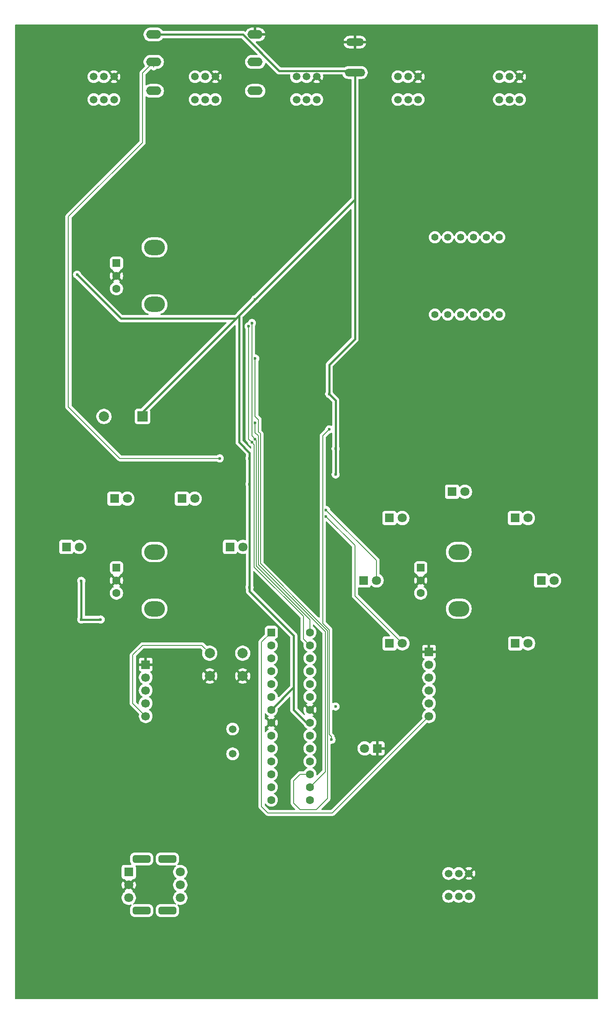
<source format=gbr>
%TF.GenerationSoftware,KiCad,Pcbnew,9.0.6*%
%TF.CreationDate,2026-02-15T15:46:47-05:00*%
%TF.ProjectId,Darkroom Timer,4461726b-726f-46f6-9d20-54696d65722e,rev?*%
%TF.SameCoordinates,Original*%
%TF.FileFunction,Copper,L2,Bot*%
%TF.FilePolarity,Positive*%
%FSLAX46Y46*%
G04 Gerber Fmt 4.6, Leading zero omitted, Abs format (unit mm)*
G04 Created by KiCad (PCBNEW 9.0.6) date 2026-02-15 15:46:47*
%MOMM*%
%LPD*%
G01*
G04 APERTURE LIST*
G04 Aperture macros list*
%AMRoundRect*
0 Rectangle with rounded corners*
0 $1 Rounding radius*
0 $2 $3 $4 $5 $6 $7 $8 $9 X,Y pos of 4 corners*
0 Add a 4 corners polygon primitive as box body*
4,1,4,$2,$3,$4,$5,$6,$7,$8,$9,$2,$3,0*
0 Add four circle primitives for the rounded corners*
1,1,$1+$1,$2,$3*
1,1,$1+$1,$4,$5*
1,1,$1+$1,$6,$7*
1,1,$1+$1,$8,$9*
0 Add four rect primitives between the rounded corners*
20,1,$1+$1,$2,$3,$4,$5,0*
20,1,$1+$1,$4,$5,$6,$7,0*
20,1,$1+$1,$6,$7,$8,$9,0*
20,1,$1+$1,$8,$9,$2,$3,0*%
G04 Aperture macros list end*
%TA.AperFunction,ComponentPad*%
%ADD10C,1.498600*%
%TD*%
%TA.AperFunction,ComponentPad*%
%ADD11R,1.800000X1.800000*%
%TD*%
%TA.AperFunction,ComponentPad*%
%ADD12C,1.800000*%
%TD*%
%TA.AperFunction,ComponentPad*%
%ADD13O,3.008000X1.708000*%
%TD*%
%TA.AperFunction,ComponentPad*%
%ADD14R,2.000000X2.000000*%
%TD*%
%TA.AperFunction,ComponentPad*%
%ADD15C,2.000000*%
%TD*%
%TA.AperFunction,ComponentPad*%
%ADD16O,4.013200X1.498600*%
%TD*%
%TA.AperFunction,ComponentPad*%
%ADD17O,3.505200X1.498600*%
%TD*%
%TA.AperFunction,ComponentPad*%
%ADD18RoundRect,0.250000X-0.550000X-0.550000X0.550000X-0.550000X0.550000X0.550000X-0.550000X0.550000X0*%
%TD*%
%TA.AperFunction,ComponentPad*%
%ADD19C,1.600000*%
%TD*%
%TA.AperFunction,ComponentPad*%
%ADD20O,4.100000X3.000000*%
%TD*%
%TA.AperFunction,ComponentPad*%
%ADD21C,1.500000*%
%TD*%
%TA.AperFunction,ComponentPad*%
%ADD22R,1.700000X1.700000*%
%TD*%
%TA.AperFunction,ComponentPad*%
%ADD23C,1.700000*%
%TD*%
%TA.AperFunction,ComponentPad*%
%ADD24RoundRect,0.375000X-1.375000X-0.375000X1.375000X-0.375000X1.375000X0.375000X-1.375000X0.375000X0*%
%TD*%
%TA.AperFunction,ComponentPad*%
%ADD25C,1.400000*%
%TD*%
%TA.AperFunction,ViaPad*%
%ADD26C,0.600000*%
%TD*%
%TA.AperFunction,ViaPad*%
%ADD27C,4.000000*%
%TD*%
%TA.AperFunction,Conductor*%
%ADD28C,0.200000*%
%TD*%
%TA.AperFunction,Conductor*%
%ADD29C,0.400000*%
%TD*%
G04 APERTURE END LIST*
D10*
%TO.P,SW8,1,1*%
%TO.N,unconnected-(SW8-Pad1)*%
X98000000Y-32749999D03*
%TO.P,SW8,2,2*%
%TO.N,Net-(U1-GPA4)*%
X100000000Y-32749999D03*
%TO.P,SW8,3,3*%
%TO.N,GND*%
X102000001Y-32749999D03*
%TO.P,SW8,4,4*%
%TO.N,unconnected-(SW8-Pad4)*%
X98000000Y-37250000D03*
%TO.P,SW8,5,5*%
%TO.N,unconnected-(SW8-Pad5)*%
X100000000Y-37250000D03*
%TO.P,SW8,6,6*%
%TO.N,unconnected-(SW8-Pad6)*%
X102000001Y-37250000D03*
%TD*%
D11*
%TO.P,D13,1,K*%
%TO.N,GND*%
X93980000Y-165100000D03*
D12*
%TO.P,D13,2,A*%
%TO.N,Net-(D13-A)*%
X91440000Y-165100000D03*
%TD*%
D13*
%TO.P,J1,1,1*%
%TO.N,+5V*%
X49845000Y-24445000D03*
%TO.P,J1,2,2*%
%TO.N,Net-(D12-A)*%
X49845000Y-29845000D03*
%TO.P,J1,3,3*%
%TO.N,unconnected-(J1-Pad3)*%
X49845000Y-35544999D03*
%TD*%
D10*
%TO.P,SW6,1,1*%
%TO.N,unconnected-(SW6-Pad1)*%
X58000000Y-32749999D03*
%TO.P,SW6,2,2*%
%TO.N,Net-(U1-GPA2)*%
X60000000Y-32749999D03*
%TO.P,SW6,3,3*%
%TO.N,GND*%
X62000001Y-32749999D03*
%TO.P,SW6,4,4*%
%TO.N,unconnected-(SW6-Pad4)*%
X58000000Y-37250000D03*
%TO.P,SW6,5,5*%
%TO.N,unconnected-(SW6-Pad5)*%
X60000000Y-37250000D03*
%TO.P,SW6,6,6*%
%TO.N,unconnected-(SW6-Pad6)*%
X62000001Y-37250000D03*
%TD*%
D14*
%TO.P,BZ1,1,+*%
%TO.N,+5V*%
X47625000Y-99695000D03*
D15*
%TO.P,BZ1,2,-*%
%TO.N,Net-(BZ1--)*%
X40025000Y-99695000D03*
%TD*%
D16*
%TO.P,J3,1*%
%TO.N,+5V*%
X89535000Y-31944201D03*
D17*
%TO.P,J3,2*%
%TO.N,GND*%
X89535000Y-25944200D03*
%TD*%
D15*
%TO.P,SW11,1,1*%
%TO.N,Reset*%
X60885000Y-146340000D03*
X67385000Y-146340000D03*
%TO.P,SW11,2,2*%
%TO.N,GND*%
X60885000Y-150840000D03*
X67385000Y-150840000D03*
%TD*%
D18*
%TO.P,SW1,A,A*%
%TO.N,Net-(R18-Pad2)*%
X42500000Y-69500000D03*
D19*
%TO.P,SW1,B,B*%
%TO.N,Net-(R19-Pad2)*%
X42500000Y-74500000D03*
%TO.P,SW1,C,C*%
%TO.N,GND*%
X42500000Y-72000000D03*
D20*
%TO.P,SW1,SH*%
%TO.N,N/C*%
X50000000Y-66400000D03*
X50000000Y-77600000D03*
%TD*%
D10*
%TO.P,SW10,1,1*%
%TO.N,unconnected-(SW10-Pad1)*%
X108000000Y-189749999D03*
%TO.P,SW10,2,2*%
%TO.N,Trigger*%
X110000000Y-189749999D03*
%TO.P,SW10,3,3*%
%TO.N,GND*%
X112000001Y-189749999D03*
%TO.P,SW10,4,4*%
%TO.N,unconnected-(SW10-Pad4)*%
X108000000Y-194250000D03*
%TO.P,SW10,5,5*%
%TO.N,unconnected-(SW10-Pad5)*%
X110000000Y-194250000D03*
%TO.P,SW10,6,6*%
%TO.N,unconnected-(SW10-Pad6)*%
X112000001Y-194250000D03*
%TD*%
D11*
%TO.P,D9,1,K*%
%TO.N,Net-(D9-K)*%
X121115000Y-119700000D03*
D12*
%TO.P,D9,2,A*%
%TO.N,Net-(D9-A)*%
X123655000Y-119700000D03*
%TD*%
D11*
%TO.P,D11,1,K*%
%TO.N,Net-(D11-K)*%
X121150000Y-144400000D03*
D12*
%TO.P,D11,2,A*%
%TO.N,Net-(D11-A)*%
X123690000Y-144400000D03*
%TD*%
D13*
%TO.P,J5,1,1*%
%TO.N,GND*%
X69850000Y-24445000D03*
%TO.P,J5,2,2*%
%TO.N,Trigger*%
X69850000Y-29845000D03*
%TO.P,J5,3,3*%
%TO.N,unconnected-(J5-Pad3)*%
X69850000Y-35544999D03*
%TD*%
D11*
%TO.P,D10,1,K*%
%TO.N,Net-(D10-K)*%
X126245000Y-132000000D03*
D12*
%TO.P,D10,2,A*%
%TO.N,Net-(D10-A)*%
X128785000Y-132000000D03*
%TD*%
D11*
%TO.P,D4,1,K*%
%TO.N,Net-(D4-K)*%
X64900000Y-125400000D03*
D12*
%TO.P,D4,2,A*%
%TO.N,Net-(D4-A)*%
X67440000Y-125400000D03*
%TD*%
D21*
%TO.P,Y2,1,1*%
%TO.N,Net-(U3-XTAL1{slash}PB6)*%
X65405000Y-161290000D03*
%TO.P,Y2,2,2*%
%TO.N,Net-(U3-XTAL2{slash}PB7)*%
X65405000Y-166170000D03*
%TD*%
D22*
%TO.P,J2,1,Pin_1*%
%TO.N,GND*%
X48260000Y-148590000D03*
D23*
%TO.P,J2,2,Pin_2*%
%TO.N,+5V*%
X48260000Y-151130000D03*
%TO.P,J2,3,Pin_3*%
%TO.N,RX*%
X48260000Y-153670000D03*
%TO.P,J2,4,Pin_4*%
%TO.N,TX*%
X48260000Y-156210000D03*
%TO.P,J2,5,Pin_5*%
%TO.N,Reset*%
X48260000Y-158750000D03*
%TD*%
D11*
%TO.P,D8,1,K*%
%TO.N,Net-(D8-K)*%
X108689039Y-114520000D03*
D12*
%TO.P,D8,2,A*%
%TO.N,Net-(D8-A)*%
X111229039Y-114520000D03*
%TD*%
D11*
%TO.P,D1,1,K*%
%TO.N,Net-(D1-K)*%
X32610000Y-125400000D03*
D12*
%TO.P,D1,2,A*%
%TO.N,Net-(D1-A)*%
X35150000Y-125400000D03*
%TD*%
D11*
%TO.P,SW4,1*%
%TO.N,N/C*%
X44920000Y-189450000D03*
D12*
%TO.P,SW4,2*%
%TO.N,Net-(U1-GPB6)*%
X55080000Y-189450000D03*
%TO.P,SW4,3*%
%TO.N,Net-(U1-GPB7)*%
X55080000Y-191990000D03*
%TO.P,SW4,4*%
%TO.N,Net-(U1-GPA0)*%
X55080000Y-194530000D03*
%TO.P,SW4,5*%
%TO.N,N/C*%
X44920000Y-194530000D03*
%TO.P,SW4,C*%
%TO.N,GND*%
X44920000Y-191990000D03*
D24*
%TO.P,SW4,MP*%
%TO.N,N/C*%
X47460000Y-186910000D03*
X47460000Y-197070000D03*
X52540000Y-186910000D03*
X52540000Y-197070000D03*
%TD*%
D11*
%TO.P,D2,1,K*%
%TO.N,Net-(D2-K)*%
X42110000Y-115900000D03*
D12*
%TO.P,D2,2,A*%
%TO.N,Net-(D2-A)*%
X44650000Y-115900000D03*
%TD*%
D18*
%TO.P,SW3,A,A*%
%TO.N,Net-(R26-Pad2)*%
X102500000Y-129500000D03*
D19*
%TO.P,SW3,B,B*%
%TO.N,Net-(R27-Pad2)*%
X102500000Y-134500000D03*
%TO.P,SW3,C,C*%
%TO.N,GND*%
X102500000Y-132000000D03*
D20*
%TO.P,SW3,SH*%
%TO.N,N/C*%
X110000000Y-126400000D03*
X110000000Y-137600000D03*
%TD*%
D25*
%TO.P,DS1,1,1*%
%TO.N,Net-(U4-SEG_E)*%
X105300000Y-79620000D03*
%TO.P,DS1,2,2*%
%TO.N,Net-(U4-SEG_D)*%
X107840000Y-79620000D03*
%TO.P,DS1,3,3*%
%TO.N,Net-(U4-SEG_DP)*%
X110380000Y-79620000D03*
%TO.P,DS1,4,4*%
%TO.N,Net-(U4-SEG_C)*%
X112920000Y-79620000D03*
%TO.P,DS1,5,5*%
%TO.N,Net-(U4-SEG_G)*%
X115460000Y-79620000D03*
%TO.P,DS1,6,6*%
%TO.N,unconnected-(DS1-Pad6)*%
X118000000Y-79620000D03*
%TO.P,DS1,7,7*%
%TO.N,Net-(U4-SEG_B)*%
X118000000Y-64380000D03*
%TO.P,DS1,8,8*%
%TO.N,Net-(U4-DIG_2)*%
X115460000Y-64380000D03*
%TO.P,DS1,9,9*%
%TO.N,Net-(U4-DIG_1)*%
X112920000Y-64380000D03*
%TO.P,DS1,10,10*%
%TO.N,Net-(U4-SEG_F)*%
X110380000Y-64380000D03*
%TO.P,DS1,11,11*%
%TO.N,Net-(U4-SEG_A)*%
X107840000Y-64380000D03*
%TO.P,DS1,12,12*%
%TO.N,Net-(U4-DIG_0)*%
X105300000Y-64380000D03*
%TD*%
D10*
%TO.P,SW5,1,1*%
%TO.N,unconnected-(SW5-Pad1)*%
X38000000Y-32749999D03*
%TO.P,SW5,2,2*%
%TO.N,Net-(U1-GPA1)*%
X40000000Y-32749999D03*
%TO.P,SW5,3,3*%
%TO.N,GND*%
X42000001Y-32749999D03*
%TO.P,SW5,4,4*%
%TO.N,unconnected-(SW5-Pad4)*%
X38000000Y-37250000D03*
%TO.P,SW5,5,5*%
%TO.N,unconnected-(SW5-Pad5)*%
X40000000Y-37250000D03*
%TO.P,SW5,6,6*%
%TO.N,unconnected-(SW5-Pad6)*%
X42000001Y-37250000D03*
%TD*%
D11*
%TO.P,D7,1,K*%
%TO.N,Net-(D7-K)*%
X96335000Y-119700000D03*
D12*
%TO.P,D7,2,A*%
%TO.N,Net-(D7-A)*%
X98875000Y-119700000D03*
%TD*%
D11*
%TO.P,D3,1,K*%
%TO.N,Net-(D3-K)*%
X55400000Y-115900000D03*
D12*
%TO.P,D3,2,A*%
%TO.N,Net-(D3-A)*%
X57940000Y-115900000D03*
%TD*%
D10*
%TO.P,SW9,1,1*%
%TO.N,unconnected-(SW9-Pad1)*%
X118000000Y-32749999D03*
%TO.P,SW9,2,2*%
%TO.N,Net-(U1-GPA5)*%
X120000000Y-32749999D03*
%TO.P,SW9,3,3*%
%TO.N,GND*%
X122000001Y-32749999D03*
%TO.P,SW9,4,4*%
%TO.N,unconnected-(SW9-Pad4)*%
X118000000Y-37250000D03*
%TO.P,SW9,5,5*%
%TO.N,unconnected-(SW9-Pad5)*%
X120000000Y-37250000D03*
%TO.P,SW9,6,6*%
%TO.N,unconnected-(SW9-Pad6)*%
X122000001Y-37250000D03*
%TD*%
D22*
%TO.P,J4,1,Pin_1*%
%TO.N,GND*%
X104140000Y-146050000D03*
D23*
%TO.P,J4,2,Pin_2*%
%TO.N,+5V*%
X104140000Y-148590000D03*
%TO.P,J4,3,Pin_3*%
%TO.N,MOSI*%
X104140000Y-151130000D03*
%TO.P,J4,4,Pin_4*%
%TO.N,MISO*%
X104140000Y-153670000D03*
%TO.P,J4,5,Pin_5*%
%TO.N,SCK*%
X104140000Y-156210000D03*
%TO.P,J4,6,Pin_6*%
%TO.N,Reset*%
X104140000Y-158750000D03*
%TD*%
D11*
%TO.P,D6,1,K*%
%TO.N,Net-(D6-K)*%
X91255000Y-132000000D03*
D12*
%TO.P,D6,2,A*%
%TO.N,Net-(D6-A)*%
X93795000Y-132000000D03*
%TD*%
D11*
%TO.P,D5,1,K*%
%TO.N,Net-(D5-K)*%
X96350000Y-144400000D03*
D12*
%TO.P,D5,2,A*%
%TO.N,Net-(D5-A)*%
X98890000Y-144400000D03*
%TD*%
D18*
%TO.P,SW2,A,A*%
%TO.N,Net-(R22-Pad2)*%
X42500000Y-129500000D03*
D19*
%TO.P,SW2,B,B*%
%TO.N,Net-(R23-Pad2)*%
X42500000Y-134500000D03*
%TO.P,SW2,C,C*%
%TO.N,GND*%
X42500000Y-132000000D03*
D20*
%TO.P,SW2,SH*%
%TO.N,N/C*%
X50000000Y-126400000D03*
X50000000Y-137600000D03*
%TD*%
D18*
%TO.P,U3,1,~{RESET}/PC6*%
%TO.N,Reset*%
X73025000Y-142240000D03*
D19*
%TO.P,U3,2,PD0*%
%TO.N,RX*%
X73025000Y-144780000D03*
%TO.P,U3,3,PD1*%
%TO.N,TX*%
X73025000Y-147320000D03*
%TO.P,U3,4,PD2*%
%TO.N,unconnected-(U3-PD2-Pad4)*%
X73025000Y-149860000D03*
%TO.P,U3,5,PD3*%
%TO.N,unconnected-(U3-PD3-Pad5)*%
X73025000Y-152400000D03*
%TO.P,U3,6,PD4*%
%TO.N,unconnected-(U3-PD4-Pad6)*%
X73025000Y-154940000D03*
%TO.P,U3,7,VCC*%
%TO.N,+5V*%
X73025000Y-157480000D03*
%TO.P,U3,8,GND*%
%TO.N,GND*%
X73025000Y-160020000D03*
%TO.P,U3,9,XTAL1/PB6*%
%TO.N,Net-(U3-XTAL1{slash}PB6)*%
X73025000Y-162560000D03*
%TO.P,U3,10,XTAL2/PB7*%
%TO.N,Net-(U3-XTAL2{slash}PB7)*%
X73025000Y-165100000D03*
%TO.P,U3,11,PD5*%
%TO.N,unconnected-(U3-PD5-Pad11)*%
X73025000Y-167640000D03*
%TO.P,U3,12,PD6*%
%TO.N,unconnected-(U3-PD6-Pad12)*%
X73025000Y-170180000D03*
%TO.P,U3,13,PD7*%
%TO.N,unconnected-(U3-PD7-Pad13)*%
X73025000Y-172720000D03*
%TO.P,U3,14,PB0*%
%TO.N,unconnected-(U3-PB0-Pad14)*%
X73025000Y-175260000D03*
%TO.P,U3,15,PB1*%
%TO.N,unconnected-(U3-PB1-Pad15)*%
X80645000Y-175260000D03*
%TO.P,U3,16,PB2*%
%TO.N,CS*%
X80645000Y-172720000D03*
%TO.P,U3,17,PB3*%
%TO.N,MOSI*%
X80645000Y-170180000D03*
%TO.P,U3,18,PB4*%
%TO.N,MISO*%
X80645000Y-167640000D03*
%TO.P,U3,19,PB5*%
%TO.N,SCK*%
X80645000Y-165100000D03*
%TO.P,U3,20,AVCC*%
%TO.N,+5V*%
X80645000Y-162560000D03*
%TO.P,U3,21,AREF*%
X80645000Y-160020000D03*
%TO.P,U3,22,GND*%
%TO.N,GND*%
X80645000Y-157480000D03*
%TO.P,U3,23,PC0*%
%TO.N,unconnected-(U3-PC0-Pad23)*%
X80645000Y-154940000D03*
%TO.P,U3,24,PC1*%
%TO.N,unconnected-(U3-PC1-Pad24)*%
X80645000Y-152400000D03*
%TO.P,U3,25,PC2*%
%TO.N,unconnected-(U3-PC2-Pad25)*%
X80645000Y-149860000D03*
%TO.P,U3,26,PC3*%
%TO.N,unconnected-(U3-PC3-Pad26)*%
X80645000Y-147320000D03*
%TO.P,U3,27,PC4*%
%TO.N,SDA*%
X80645000Y-144780000D03*
%TO.P,U3,28,PC5*%
%TO.N,SCL*%
X80645000Y-142240000D03*
%TD*%
D10*
%TO.P,SW7,1,1*%
%TO.N,unconnected-(SW7-Pad1)*%
X78000000Y-32749999D03*
%TO.P,SW7,2,2*%
%TO.N,Net-(U1-GPA3)*%
X80000000Y-32749999D03*
%TO.P,SW7,3,3*%
%TO.N,GND*%
X82000001Y-32749999D03*
%TO.P,SW7,4,4*%
%TO.N,unconnected-(SW7-Pad4)*%
X78000000Y-37250000D03*
%TO.P,SW7,5,5*%
%TO.N,unconnected-(SW7-Pad5)*%
X80000000Y-37250000D03*
%TO.P,SW7,6,6*%
%TO.N,unconnected-(SW7-Pad6)*%
X82000001Y-37250000D03*
%TD*%
D26*
%TO.N,*%
X85725000Y-156845000D03*
%TO.N,SDA*%
X68580000Y-81915000D03*
X69215000Y-104775000D03*
%TO.N,SCK*%
X84897500Y-163387500D03*
X84455000Y-102235000D03*
%TO.N,+5V*%
X35560000Y-139700000D03*
X84455000Y-95250000D03*
X68741000Y-113030000D03*
X35560000Y-132080000D03*
X68741000Y-133350000D03*
X34732500Y-71755000D03*
X85725000Y-111125000D03*
X39370000Y-139700000D03*
X68741000Y-107950000D03*
X69850000Y-76630000D03*
X85725000Y-106045000D03*
%TO.N,SCL*%
X69850000Y-104140000D03*
X69215000Y-81280000D03*
%TO.N,Net-(D6-A)*%
X83820000Y-118110000D03*
%TO.N,Net-(D5-A)*%
X83820000Y-119380000D03*
%TO.N,MOSI*%
X69850000Y-88265000D03*
%TO.N,CS*%
X69850000Y-100965000D03*
%TO.N,GND*%
X102235000Y-114935000D03*
D27*
X26000000Y-211000000D03*
X134000000Y-118500000D03*
D26*
X29210000Y-81915000D03*
X101805000Y-108585000D03*
D27*
X26000000Y-26000000D03*
X134000000Y-211000000D03*
X80000000Y-211000000D03*
D26*
X77470000Y-111760000D03*
D27*
X134000000Y-26000000D03*
X26000000Y-118500000D03*
D26*
X91440000Y-156845000D03*
X84455000Y-83185000D03*
X71120000Y-92075000D03*
X96520000Y-95250000D03*
D27*
X80000000Y-26000000D03*
D26*
%TO.N,Net-(D12-A)*%
X62865000Y-107950000D03*
%TD*%
D28*
%TO.N,SDA*%
X79375000Y-139065000D02*
X69683000Y-129373000D01*
X69215000Y-104775000D02*
X68580000Y-104140000D01*
X80645000Y-144145000D02*
X80645000Y-144780000D01*
X68580000Y-104140000D02*
X68580000Y-81915000D01*
X69683000Y-129373000D02*
X69683000Y-105243000D01*
X79375000Y-143510000D02*
X79375000Y-139065000D01*
X69683000Y-105243000D02*
X69215000Y-104775000D01*
X80645000Y-144780000D02*
X79375000Y-143510000D01*
%TO.N,SCK*%
X84897500Y-163387500D02*
X84897500Y-163002500D01*
X84488000Y-141773800D02*
X83185000Y-140470800D01*
X83185000Y-140470800D02*
X83185000Y-103505000D01*
X84897500Y-163002500D02*
X84890000Y-162995000D01*
X84488000Y-162377957D02*
X84488000Y-141773800D01*
X84890000Y-162779957D02*
X84488000Y-162377957D01*
X84890000Y-162995000D02*
X84890000Y-162779957D01*
X83185000Y-103505000D02*
X84455000Y-102235000D01*
D29*
%TO.N,+5V*%
X49845000Y-24445000D02*
X67425162Y-24445000D01*
X43401250Y-80423750D02*
X34732500Y-71755000D01*
X84455000Y-89535000D02*
X89535000Y-84455000D01*
X66675000Y-79805000D02*
X66056250Y-80423750D01*
X77470000Y-153035000D02*
X77470000Y-157480000D01*
X47625000Y-98855000D02*
X47625000Y-99695000D01*
X68741000Y-133350000D02*
X68741000Y-134146000D01*
X74579861Y-31599699D02*
X89190498Y-31599699D01*
D28*
X80645000Y-160020000D02*
X81280000Y-160020000D01*
D29*
X80010000Y-160020000D02*
X77470000Y-157480000D01*
X47625000Y-98855000D02*
X69850000Y-76630000D01*
X73025000Y-157480000D02*
X77470000Y-153035000D01*
X35560000Y-139700000D02*
X39370000Y-139700000D01*
X77470000Y-142875000D02*
X77470000Y-153035000D01*
X89535000Y-45720000D02*
X89535000Y-56945000D01*
X85725000Y-111125000D02*
X85725000Y-96520000D01*
X67425162Y-24445000D02*
X74579861Y-31599699D01*
X68741000Y-106841000D02*
X66675000Y-104775000D01*
X68741000Y-107950000D02*
X68741000Y-106841000D01*
X66056250Y-80423750D02*
X43401250Y-80423750D01*
X89190498Y-31599699D02*
X89535000Y-31944201D01*
X89535000Y-45720000D02*
X89535000Y-31944201D01*
X85725000Y-96520000D02*
X84455000Y-95250000D01*
X66675000Y-104775000D02*
X66675000Y-79805000D01*
D28*
X80645000Y-160020000D02*
X80010000Y-160020000D01*
D29*
X68741000Y-113030000D02*
X68741000Y-133350000D01*
X68741000Y-113030000D02*
X68741000Y-107950000D01*
X84455000Y-95250000D02*
X84455000Y-89535000D01*
X35560000Y-132080000D02*
X35560000Y-139700000D01*
X89535000Y-56945000D02*
X69850000Y-76630000D01*
X89535000Y-84455000D02*
X89535000Y-45720000D01*
X69850000Y-76630000D02*
X66675000Y-79805000D01*
X68741000Y-134146000D02*
X77470000Y-142875000D01*
D28*
%TO.N,SCL*%
X80645000Y-139700000D02*
X80645000Y-142240000D01*
X69850000Y-104140000D02*
X69215000Y-103505000D01*
X69215000Y-103505000D02*
X69215000Y-81280000D01*
X70084000Y-104374000D02*
X70084000Y-129139000D01*
X69850000Y-104140000D02*
X70084000Y-104374000D01*
X70084000Y-129139000D02*
X80645000Y-139700000D01*
%TO.N,Net-(D6-A)*%
X93795000Y-128085000D02*
X93795000Y-132000000D01*
X83820000Y-118110000D02*
X93795000Y-128085000D01*
%TO.N,Net-(D5-A)*%
X83820000Y-119380000D02*
X89535000Y-125095000D01*
X89535000Y-125095000D02*
X89535000Y-135045000D01*
X89535000Y-135045000D02*
X98890000Y-144400000D01*
%TO.N,Reset*%
X45720000Y-156210000D02*
X45720000Y-146685000D01*
X71120000Y-176530000D02*
X72390000Y-177800000D01*
X59325000Y-144780000D02*
X60885000Y-146340000D01*
X85090000Y-177800000D02*
X104140000Y-158750000D01*
X48260000Y-158750000D02*
X45720000Y-156210000D01*
X47625000Y-144780000D02*
X59325000Y-144780000D01*
X45720000Y-146685000D02*
X47625000Y-144780000D01*
X71120000Y-144145000D02*
X71120000Y-176530000D01*
X73025000Y-142240000D02*
X71120000Y-144145000D01*
X72390000Y-177800000D02*
X85090000Y-177800000D01*
%TO.N,MOSI*%
X78740000Y-170180000D02*
X80645000Y-170180000D01*
X69850000Y-88265000D02*
X69850000Y-99695000D01*
X81915000Y-139700000D02*
X81915000Y-139767900D01*
X84087000Y-141939900D02*
X84087000Y-174993000D01*
X81915000Y-177165000D02*
X78740000Y-177165000D01*
X81915000Y-139767900D02*
X84087000Y-141939900D01*
X69850000Y-99695000D02*
X70485000Y-100330000D01*
X70886000Y-128671000D02*
X81915000Y-139700000D01*
X70485000Y-102703000D02*
X70886000Y-103104000D01*
X78740000Y-177165000D02*
X77470000Y-175895000D01*
X70485000Y-100330000D02*
X70485000Y-102703000D01*
X84087000Y-174993000D02*
X81915000Y-177165000D01*
X70886000Y-103104000D02*
X70886000Y-128671000D01*
X77470000Y-171450000D02*
X78740000Y-170180000D01*
X77470000Y-175895000D02*
X77470000Y-171450000D01*
%TO.N,CS*%
X83686000Y-169679000D02*
X80645000Y-172720000D01*
X70485000Y-103505000D02*
X70485000Y-128905000D01*
X83686000Y-142106000D02*
X83686000Y-169679000D01*
X69850000Y-100965000D02*
X69850000Y-102870000D01*
X70485000Y-128905000D02*
X83686000Y-142106000D01*
X69850000Y-102870000D02*
X70485000Y-103505000D01*
D29*
%TO.N,GND*%
X101805000Y-108585000D02*
X101805000Y-114505000D01*
X101805000Y-114505000D02*
X102235000Y-114935000D01*
D28*
X112004901Y-188985099D02*
X112004901Y-189930250D01*
%TO.N,Net-(D12-A)*%
X43180000Y-107950000D02*
X62865000Y-107950000D01*
X33020000Y-97790000D02*
X43180000Y-107950000D01*
X49845000Y-29845000D02*
X47625000Y-32065000D01*
X47625000Y-32065000D02*
X47625000Y-45720000D01*
X33020000Y-60325000D02*
X33020000Y-97790000D01*
X49845000Y-30890350D02*
X49845000Y-29845000D01*
X47625000Y-45720000D02*
X33020000Y-60325000D01*
%TD*%
%TA.AperFunction,Conductor*%
%TO.N,GND*%
G36*
X76688834Y-154909336D02*
G01*
X76744767Y-154951208D01*
X76769184Y-155016672D01*
X76769500Y-155025518D01*
X76769500Y-157411006D01*
X76769500Y-157548994D01*
X76769500Y-157548996D01*
X76769499Y-157548996D01*
X76796418Y-157684322D01*
X76796421Y-157684332D01*
X76849222Y-157811807D01*
X76925887Y-157926545D01*
X76925888Y-157926546D01*
X79380810Y-160381466D01*
X79411060Y-160430828D01*
X79439781Y-160519223D01*
X79532715Y-160701613D01*
X79653028Y-160867213D01*
X79797786Y-161011971D01*
X79918226Y-161099474D01*
X79963390Y-161132287D01*
X80054840Y-161178883D01*
X80056080Y-161179515D01*
X80106876Y-161227490D01*
X80123671Y-161295311D01*
X80101134Y-161361446D01*
X80056080Y-161400485D01*
X79963386Y-161447715D01*
X79797786Y-161568028D01*
X79653028Y-161712786D01*
X79532715Y-161878386D01*
X79439781Y-162060776D01*
X79376522Y-162255465D01*
X79344500Y-162457648D01*
X79344500Y-162662351D01*
X79376522Y-162864534D01*
X79439781Y-163059223D01*
X79532715Y-163241613D01*
X79653028Y-163407213D01*
X79797786Y-163551971D01*
X79892800Y-163621001D01*
X79963390Y-163672287D01*
X80054840Y-163718883D01*
X80056080Y-163719515D01*
X80106876Y-163767490D01*
X80123671Y-163835311D01*
X80101134Y-163901446D01*
X80056080Y-163940485D01*
X79963386Y-163987715D01*
X79797786Y-164108028D01*
X79653028Y-164252786D01*
X79532715Y-164418386D01*
X79439781Y-164600776D01*
X79376522Y-164795465D01*
X79344500Y-164997648D01*
X79344500Y-165202351D01*
X79376522Y-165404534D01*
X79439781Y-165599223D01*
X79503691Y-165724653D01*
X79529416Y-165775140D01*
X79532715Y-165781613D01*
X79653028Y-165947213D01*
X79797786Y-166091971D01*
X79952749Y-166204556D01*
X79963390Y-166212287D01*
X80054840Y-166258883D01*
X80056080Y-166259515D01*
X80106876Y-166307490D01*
X80123671Y-166375311D01*
X80101134Y-166441446D01*
X80056080Y-166480485D01*
X79963386Y-166527715D01*
X79797786Y-166648028D01*
X79653028Y-166792786D01*
X79532715Y-166958386D01*
X79439781Y-167140776D01*
X79376522Y-167335465D01*
X79344500Y-167537648D01*
X79344500Y-167742351D01*
X79376522Y-167944534D01*
X79439781Y-168139223D01*
X79532715Y-168321613D01*
X79653028Y-168487213D01*
X79797786Y-168631971D01*
X79952749Y-168744556D01*
X79963390Y-168752287D01*
X80054840Y-168798883D01*
X80056080Y-168799515D01*
X80106876Y-168847490D01*
X80123671Y-168915311D01*
X80101134Y-168981446D01*
X80056080Y-169020485D01*
X79963386Y-169067715D01*
X79797786Y-169188028D01*
X79653028Y-169332786D01*
X79532715Y-169498385D01*
X79525883Y-169511795D01*
X79477909Y-169562591D01*
X79415398Y-169579500D01*
X78819057Y-169579500D01*
X78660942Y-169579500D01*
X78508215Y-169620423D01*
X78508214Y-169620423D01*
X78508212Y-169620424D01*
X78508209Y-169620425D01*
X78458096Y-169649359D01*
X78458095Y-169649360D01*
X78414689Y-169674420D01*
X78371285Y-169699479D01*
X78371282Y-169699481D01*
X76989481Y-171081282D01*
X76989479Y-171081285D01*
X76939361Y-171168094D01*
X76939359Y-171168096D01*
X76910425Y-171218209D01*
X76910424Y-171218210D01*
X76910423Y-171218215D01*
X76869499Y-171370943D01*
X76869499Y-171370945D01*
X76869499Y-171539046D01*
X76869500Y-171539059D01*
X76869500Y-175808330D01*
X76869499Y-175808348D01*
X76869499Y-175974054D01*
X76869498Y-175974054D01*
X76910423Y-176126785D01*
X76929887Y-176160496D01*
X76929888Y-176160500D01*
X76989475Y-176263709D01*
X76989481Y-176263717D01*
X77108349Y-176382585D01*
X77108355Y-176382590D01*
X77713584Y-176987819D01*
X77747069Y-177049142D01*
X77742085Y-177118834D01*
X77700213Y-177174767D01*
X77634749Y-177199184D01*
X77625903Y-177199500D01*
X72690097Y-177199500D01*
X72623058Y-177179815D01*
X72602416Y-177163181D01*
X71756819Y-176317584D01*
X71723334Y-176256261D01*
X71720500Y-176229903D01*
X71720500Y-176058685D01*
X71740185Y-175991646D01*
X71792989Y-175945891D01*
X71862147Y-175935947D01*
X71925703Y-175964972D01*
X71944819Y-175985800D01*
X72033034Y-176107219D01*
X72177786Y-176251971D01*
X72325511Y-176359297D01*
X72343390Y-176372287D01*
X72442631Y-176422853D01*
X72525776Y-176465218D01*
X72525778Y-176465218D01*
X72525781Y-176465220D01*
X72608235Y-176492011D01*
X72720465Y-176528477D01*
X72821557Y-176544488D01*
X72922648Y-176560500D01*
X72922649Y-176560500D01*
X73127351Y-176560500D01*
X73127352Y-176560500D01*
X73329534Y-176528477D01*
X73524219Y-176465220D01*
X73524406Y-176465125D01*
X73567180Y-176443330D01*
X73706610Y-176372287D01*
X73831892Y-176281265D01*
X73872213Y-176251971D01*
X73872215Y-176251968D01*
X73872219Y-176251966D01*
X74016966Y-176107219D01*
X74016968Y-176107215D01*
X74016971Y-176107213D01*
X74113715Y-175974054D01*
X74137287Y-175941610D01*
X74230220Y-175759219D01*
X74293477Y-175564534D01*
X74325500Y-175362352D01*
X74325500Y-175157648D01*
X74293477Y-174955465D01*
X74230218Y-174760776D01*
X74139556Y-174582844D01*
X74137287Y-174578390D01*
X74072633Y-174489400D01*
X74016971Y-174412786D01*
X73872213Y-174268028D01*
X73706614Y-174147715D01*
X73700006Y-174144348D01*
X73613917Y-174100483D01*
X73563123Y-174052511D01*
X73546328Y-173984690D01*
X73568865Y-173918555D01*
X73613917Y-173879516D01*
X73706610Y-173832287D01*
X73727770Y-173816913D01*
X73872213Y-173711971D01*
X73872215Y-173711968D01*
X73872219Y-173711966D01*
X74016966Y-173567219D01*
X74016968Y-173567215D01*
X74016971Y-173567213D01*
X74105181Y-173445800D01*
X74137287Y-173401610D01*
X74230220Y-173219219D01*
X74293477Y-173024534D01*
X74325500Y-172822352D01*
X74325500Y-172617648D01*
X74293477Y-172415466D01*
X74230220Y-172220781D01*
X74230218Y-172220778D01*
X74230218Y-172220776D01*
X74139556Y-172042844D01*
X74137287Y-172038390D01*
X74072633Y-171949400D01*
X74016971Y-171872786D01*
X73872213Y-171728028D01*
X73706614Y-171607715D01*
X73700006Y-171604348D01*
X73613917Y-171560483D01*
X73563123Y-171512511D01*
X73546328Y-171444690D01*
X73568865Y-171378555D01*
X73613917Y-171339516D01*
X73706610Y-171292287D01*
X73727770Y-171276913D01*
X73872213Y-171171971D01*
X73872215Y-171171968D01*
X73872219Y-171171966D01*
X74016966Y-171027219D01*
X74016968Y-171027215D01*
X74016971Y-171027213D01*
X74100934Y-170911646D01*
X74137287Y-170861610D01*
X74230220Y-170679219D01*
X74293477Y-170484534D01*
X74325500Y-170282352D01*
X74325500Y-170077648D01*
X74293477Y-169875466D01*
X74230220Y-169680781D01*
X74230218Y-169680778D01*
X74230218Y-169680776D01*
X74196503Y-169614607D01*
X74137287Y-169498390D01*
X74072633Y-169409400D01*
X74016971Y-169332786D01*
X73872213Y-169188028D01*
X73706614Y-169067715D01*
X73700006Y-169064348D01*
X73613917Y-169020483D01*
X73563123Y-168972511D01*
X73546328Y-168904690D01*
X73568865Y-168838555D01*
X73613917Y-168799516D01*
X73706610Y-168752287D01*
X73727770Y-168736913D01*
X73872213Y-168631971D01*
X73872215Y-168631968D01*
X73872219Y-168631966D01*
X74016966Y-168487219D01*
X74016968Y-168487215D01*
X74016971Y-168487213D01*
X74105181Y-168365800D01*
X74137287Y-168321610D01*
X74230220Y-168139219D01*
X74293477Y-167944534D01*
X74325500Y-167742352D01*
X74325500Y-167537648D01*
X74306945Y-167420500D01*
X74293477Y-167335465D01*
X74230218Y-167140776D01*
X74196503Y-167074607D01*
X74137287Y-166958390D01*
X74072633Y-166869400D01*
X74016971Y-166792786D01*
X73872213Y-166648028D01*
X73706614Y-166527715D01*
X73700006Y-166524348D01*
X73613917Y-166480483D01*
X73563123Y-166432511D01*
X73546328Y-166364690D01*
X73568865Y-166298555D01*
X73613917Y-166259516D01*
X73706610Y-166212287D01*
X73727770Y-166196913D01*
X73872213Y-166091971D01*
X73872215Y-166091968D01*
X73872219Y-166091966D01*
X74016966Y-165947219D01*
X74016968Y-165947215D01*
X74016971Y-165947213D01*
X74098384Y-165835156D01*
X74137287Y-165781610D01*
X74230220Y-165599219D01*
X74293477Y-165404534D01*
X74325500Y-165202352D01*
X74325500Y-164997648D01*
X74293477Y-164795465D01*
X74264127Y-164705137D01*
X74230220Y-164600781D01*
X74230218Y-164600778D01*
X74230218Y-164600776D01*
X74139556Y-164422844D01*
X74137287Y-164418390D01*
X74072633Y-164329400D01*
X74016971Y-164252786D01*
X73872213Y-164108028D01*
X73706614Y-163987715D01*
X73648124Y-163957913D01*
X73613917Y-163940483D01*
X73563123Y-163892511D01*
X73546328Y-163824690D01*
X73568865Y-163758555D01*
X73613917Y-163719516D01*
X73706610Y-163672287D01*
X73777200Y-163621001D01*
X73872213Y-163551971D01*
X73872215Y-163551968D01*
X73872219Y-163551966D01*
X74016966Y-163407219D01*
X74016968Y-163407215D01*
X74016971Y-163407213D01*
X74105181Y-163285800D01*
X74137287Y-163241610D01*
X74230220Y-163059219D01*
X74293477Y-162864534D01*
X74325500Y-162662352D01*
X74325500Y-162457648D01*
X74318150Y-162411241D01*
X74293477Y-162255465D01*
X74244473Y-162104647D01*
X74230220Y-162060781D01*
X74230218Y-162060778D01*
X74230218Y-162060776D01*
X74196503Y-161994607D01*
X74137287Y-161878390D01*
X74072633Y-161789400D01*
X74016971Y-161712786D01*
X73872213Y-161568028D01*
X73706611Y-161447713D01*
X73613369Y-161400203D01*
X73562574Y-161352229D01*
X73545779Y-161284407D01*
X73568317Y-161218273D01*
X73613371Y-161179234D01*
X73706346Y-161131861D01*
X73706347Y-161131861D01*
X73750921Y-161099474D01*
X73071447Y-160420000D01*
X73077661Y-160420000D01*
X73179394Y-160392741D01*
X73270606Y-160340080D01*
X73345080Y-160265606D01*
X73397741Y-160174394D01*
X73425000Y-160072661D01*
X73425000Y-160066447D01*
X74104474Y-160745921D01*
X74136859Y-160701349D01*
X74229755Y-160519031D01*
X74292990Y-160324417D01*
X74325000Y-160122317D01*
X74325000Y-159917682D01*
X74292990Y-159715582D01*
X74229755Y-159520968D01*
X74136859Y-159338650D01*
X74104474Y-159294077D01*
X74104474Y-159294076D01*
X73425000Y-159973551D01*
X73425000Y-159967339D01*
X73397741Y-159865606D01*
X73345080Y-159774394D01*
X73270606Y-159699920D01*
X73179394Y-159647259D01*
X73077661Y-159620000D01*
X73071446Y-159620000D01*
X73750922Y-158940524D01*
X73750921Y-158940523D01*
X73706359Y-158908147D01*
X73706350Y-158908141D01*
X73613369Y-158860765D01*
X73562573Y-158812790D01*
X73545778Y-158744969D01*
X73568315Y-158678835D01*
X73613370Y-158639795D01*
X73614471Y-158639234D01*
X73706610Y-158592287D01*
X73784441Y-158535740D01*
X73872213Y-158471971D01*
X73872215Y-158471968D01*
X73872219Y-158471966D01*
X74016966Y-158327219D01*
X74016968Y-158327215D01*
X74016971Y-158327213D01*
X74086445Y-158231588D01*
X74137287Y-158161610D01*
X74230220Y-157979219D01*
X74293477Y-157784534D01*
X74325500Y-157582352D01*
X74325500Y-157377648D01*
X74307013Y-157260929D01*
X74315967Y-157191636D01*
X74341802Y-157153853D01*
X76557821Y-154937835D01*
X76619142Y-154904352D01*
X76688834Y-154909336D01*
G37*
%TD.AperFunction*%
%TA.AperFunction,Conductor*%
G36*
X81450703Y-140720384D02*
G01*
X81457181Y-140726416D01*
X83049181Y-142318416D01*
X83082666Y-142379739D01*
X83085500Y-142406097D01*
X83085500Y-169378902D01*
X83065815Y-169445941D01*
X83049181Y-169466583D01*
X82157181Y-170358583D01*
X82095858Y-170392068D01*
X82026166Y-170387084D01*
X81970233Y-170345212D01*
X81945816Y-170279748D01*
X81945500Y-170270902D01*
X81945500Y-170077648D01*
X81913477Y-169875465D01*
X81856296Y-169699481D01*
X81850220Y-169680781D01*
X81850218Y-169680778D01*
X81850218Y-169680776D01*
X81816503Y-169614607D01*
X81757287Y-169498390D01*
X81692633Y-169409400D01*
X81636971Y-169332786D01*
X81492213Y-169188028D01*
X81326614Y-169067715D01*
X81320006Y-169064348D01*
X81233917Y-169020483D01*
X81183123Y-168972511D01*
X81166328Y-168904690D01*
X81188865Y-168838555D01*
X81233917Y-168799516D01*
X81326610Y-168752287D01*
X81347770Y-168736913D01*
X81492213Y-168631971D01*
X81492215Y-168631968D01*
X81492219Y-168631966D01*
X81636966Y-168487219D01*
X81636968Y-168487215D01*
X81636971Y-168487213D01*
X81725181Y-168365800D01*
X81757287Y-168321610D01*
X81850220Y-168139219D01*
X81913477Y-167944534D01*
X81945500Y-167742352D01*
X81945500Y-167537648D01*
X81926945Y-167420500D01*
X81913477Y-167335465D01*
X81850218Y-167140776D01*
X81816503Y-167074607D01*
X81757287Y-166958390D01*
X81692633Y-166869400D01*
X81636971Y-166792786D01*
X81492213Y-166648028D01*
X81326614Y-166527715D01*
X81320006Y-166524348D01*
X81233917Y-166480483D01*
X81183123Y-166432511D01*
X81166328Y-166364690D01*
X81188865Y-166298555D01*
X81233917Y-166259516D01*
X81326610Y-166212287D01*
X81347770Y-166196913D01*
X81492213Y-166091971D01*
X81492215Y-166091968D01*
X81492219Y-166091966D01*
X81636966Y-165947219D01*
X81636968Y-165947215D01*
X81636971Y-165947213D01*
X81718384Y-165835156D01*
X81757287Y-165781610D01*
X81850220Y-165599219D01*
X81913477Y-165404534D01*
X81945500Y-165202352D01*
X81945500Y-164997648D01*
X81913477Y-164795465D01*
X81884127Y-164705137D01*
X81850220Y-164600781D01*
X81850218Y-164600778D01*
X81850218Y-164600776D01*
X81759556Y-164422844D01*
X81757287Y-164418390D01*
X81692633Y-164329400D01*
X81636971Y-164252786D01*
X81492213Y-164108028D01*
X81326614Y-163987715D01*
X81268124Y-163957913D01*
X81233917Y-163940483D01*
X81183123Y-163892511D01*
X81166328Y-163824690D01*
X81188865Y-163758555D01*
X81233917Y-163719516D01*
X81326610Y-163672287D01*
X81397200Y-163621001D01*
X81492213Y-163551971D01*
X81492215Y-163551968D01*
X81492219Y-163551966D01*
X81636966Y-163407219D01*
X81636968Y-163407215D01*
X81636971Y-163407213D01*
X81725181Y-163285800D01*
X81757287Y-163241610D01*
X81850220Y-163059219D01*
X81913477Y-162864534D01*
X81945500Y-162662352D01*
X81945500Y-162457648D01*
X81938150Y-162411241D01*
X81913477Y-162255465D01*
X81864473Y-162104647D01*
X81850220Y-162060781D01*
X81850218Y-162060778D01*
X81850218Y-162060776D01*
X81816503Y-161994607D01*
X81757287Y-161878390D01*
X81692633Y-161789400D01*
X81636971Y-161712786D01*
X81492213Y-161568028D01*
X81326614Y-161447715D01*
X81320006Y-161444348D01*
X81233917Y-161400483D01*
X81183123Y-161352511D01*
X81166328Y-161284690D01*
X81188865Y-161218555D01*
X81233917Y-161179516D01*
X81326610Y-161132287D01*
X81371774Y-161099474D01*
X81492213Y-161011971D01*
X81492215Y-161011968D01*
X81492219Y-161011966D01*
X81636966Y-160867219D01*
X81636968Y-160867215D01*
X81636971Y-160867213D01*
X81689732Y-160794590D01*
X81757287Y-160701610D01*
X81850220Y-160519219D01*
X81913477Y-160324534D01*
X81945500Y-160122352D01*
X81945500Y-159917648D01*
X81923715Y-159780104D01*
X81913477Y-159715465D01*
X81882458Y-159620000D01*
X81850220Y-159520781D01*
X81850218Y-159520778D01*
X81850218Y-159520776D01*
X81816503Y-159454607D01*
X81757287Y-159338390D01*
X81749556Y-159327749D01*
X81636971Y-159172786D01*
X81492213Y-159028028D01*
X81326611Y-158907713D01*
X81233369Y-158860203D01*
X81182574Y-158812229D01*
X81165779Y-158744407D01*
X81188317Y-158678273D01*
X81233371Y-158639234D01*
X81326346Y-158591861D01*
X81326347Y-158591861D01*
X81370921Y-158559474D01*
X80691446Y-157880000D01*
X80697661Y-157880000D01*
X80799394Y-157852741D01*
X80890606Y-157800080D01*
X80965080Y-157725606D01*
X81017741Y-157634394D01*
X81045000Y-157532661D01*
X81045000Y-157526448D01*
X81724474Y-158205922D01*
X81724474Y-158205921D01*
X81756859Y-158161349D01*
X81849755Y-157979031D01*
X81912990Y-157784417D01*
X81945000Y-157582317D01*
X81945000Y-157377682D01*
X81912990Y-157175582D01*
X81849755Y-156980968D01*
X81756859Y-156798650D01*
X81724474Y-156754077D01*
X81724474Y-156754076D01*
X81045000Y-157433551D01*
X81045000Y-157427339D01*
X81017741Y-157325606D01*
X80965080Y-157234394D01*
X80890606Y-157159920D01*
X80799394Y-157107259D01*
X80697661Y-157080000D01*
X80691446Y-157080000D01*
X81370922Y-156400524D01*
X81370921Y-156400523D01*
X81326359Y-156368147D01*
X81326350Y-156368141D01*
X81233369Y-156320765D01*
X81182573Y-156272790D01*
X81165778Y-156204969D01*
X81188315Y-156138835D01*
X81233370Y-156099795D01*
X81233920Y-156099515D01*
X81326610Y-156052287D01*
X81401903Y-155997584D01*
X81492213Y-155931971D01*
X81492215Y-155931968D01*
X81492219Y-155931966D01*
X81636966Y-155787219D01*
X81636968Y-155787215D01*
X81636971Y-155787213D01*
X81706445Y-155691588D01*
X81757287Y-155621610D01*
X81850220Y-155439219D01*
X81913477Y-155244534D01*
X81945500Y-155042352D01*
X81945500Y-154837648D01*
X81913477Y-154635466D01*
X81850220Y-154440781D01*
X81850218Y-154440778D01*
X81850218Y-154440776D01*
X81759556Y-154262844D01*
X81757287Y-154258390D01*
X81706447Y-154188414D01*
X81636971Y-154092786D01*
X81492213Y-153948028D01*
X81326614Y-153827715D01*
X81320006Y-153824348D01*
X81233917Y-153780483D01*
X81183123Y-153732511D01*
X81166328Y-153664690D01*
X81188865Y-153598555D01*
X81233917Y-153559516D01*
X81326610Y-153512287D01*
X81347770Y-153496913D01*
X81492213Y-153391971D01*
X81492215Y-153391968D01*
X81492219Y-153391966D01*
X81636966Y-153247219D01*
X81636968Y-153247215D01*
X81636971Y-153247213D01*
X81706445Y-153151588D01*
X81757287Y-153081610D01*
X81850220Y-152899219D01*
X81913477Y-152704534D01*
X81945500Y-152502352D01*
X81945500Y-152297648D01*
X81917825Y-152122918D01*
X81913477Y-152095465D01*
X81850218Y-151900776D01*
X81759556Y-151722844D01*
X81757287Y-151718390D01*
X81706447Y-151648414D01*
X81636971Y-151552786D01*
X81492213Y-151408028D01*
X81326614Y-151287715D01*
X81311688Y-151280110D01*
X81233917Y-151240483D01*
X81183123Y-151192511D01*
X81166328Y-151124690D01*
X81188865Y-151058555D01*
X81233917Y-151019516D01*
X81326610Y-150972287D01*
X81409026Y-150912409D01*
X81492213Y-150851971D01*
X81492215Y-150851968D01*
X81492219Y-150851966D01*
X81636966Y-150707219D01*
X81636968Y-150707215D01*
X81636971Y-150707213D01*
X81706445Y-150611588D01*
X81757287Y-150541610D01*
X81850220Y-150359219D01*
X81913477Y-150164534D01*
X81945500Y-149962352D01*
X81945500Y-149757648D01*
X81913477Y-149555466D01*
X81910849Y-149547379D01*
X81884127Y-149465137D01*
X81850220Y-149360781D01*
X81850218Y-149360778D01*
X81850218Y-149360776D01*
X81759556Y-149182844D01*
X81757287Y-149178390D01*
X81706447Y-149108414D01*
X81636971Y-149012786D01*
X81492213Y-148868028D01*
X81326614Y-148747715D01*
X81320006Y-148744348D01*
X81233917Y-148700483D01*
X81183123Y-148652511D01*
X81166328Y-148584690D01*
X81188865Y-148518555D01*
X81233917Y-148479516D01*
X81326610Y-148432287D01*
X81375169Y-148397007D01*
X81492213Y-148311971D01*
X81492215Y-148311968D01*
X81492219Y-148311966D01*
X81636966Y-148167219D01*
X81636968Y-148167215D01*
X81636971Y-148167213D01*
X81706445Y-148071588D01*
X81757287Y-148001610D01*
X81850220Y-147819219D01*
X81913477Y-147624534D01*
X81945500Y-147422352D01*
X81945500Y-147217648D01*
X81913477Y-147015466D01*
X81910849Y-147007379D01*
X81850218Y-146820776D01*
X81816503Y-146754607D01*
X81757287Y-146638390D01*
X81725181Y-146594199D01*
X81636971Y-146472786D01*
X81492213Y-146328028D01*
X81326614Y-146207715D01*
X81320006Y-146204348D01*
X81233917Y-146160483D01*
X81183123Y-146112511D01*
X81166328Y-146044690D01*
X81188865Y-145978555D01*
X81233917Y-145939516D01*
X81326610Y-145892287D01*
X81375169Y-145857007D01*
X81492213Y-145771971D01*
X81492215Y-145771968D01*
X81492219Y-145771966D01*
X81636966Y-145627219D01*
X81636968Y-145627215D01*
X81636971Y-145627213D01*
X81725181Y-145505800D01*
X81757287Y-145461610D01*
X81850220Y-145279219D01*
X81913477Y-145084534D01*
X81945500Y-144882352D01*
X81945500Y-144677648D01*
X81913477Y-144475466D01*
X81850220Y-144280781D01*
X81850218Y-144280778D01*
X81850218Y-144280776D01*
X81816503Y-144214607D01*
X81757287Y-144098390D01*
X81733713Y-144065943D01*
X81636971Y-143932786D01*
X81492213Y-143788028D01*
X81326614Y-143667715D01*
X81316338Y-143662479D01*
X81233917Y-143620483D01*
X81183123Y-143572511D01*
X81166328Y-143504690D01*
X81188865Y-143438555D01*
X81233917Y-143399516D01*
X81326610Y-143352287D01*
X81455482Y-143258657D01*
X81492213Y-143231971D01*
X81492215Y-143231968D01*
X81492219Y-143231966D01*
X81636966Y-143087219D01*
X81636968Y-143087215D01*
X81636971Y-143087213D01*
X81718666Y-142974767D01*
X81757287Y-142921610D01*
X81850220Y-142739219D01*
X81913477Y-142544534D01*
X81945500Y-142342352D01*
X81945500Y-142137648D01*
X81913477Y-141935466D01*
X81850220Y-141740781D01*
X81850218Y-141740778D01*
X81850218Y-141740776D01*
X81798865Y-141639991D01*
X81757287Y-141558390D01*
X81708974Y-141491892D01*
X81636971Y-141392786D01*
X81492213Y-141248028D01*
X81326610Y-141127712D01*
X81313200Y-141120879D01*
X81262406Y-141072903D01*
X81245500Y-141010397D01*
X81245500Y-140814097D01*
X81265185Y-140747058D01*
X81317989Y-140701303D01*
X81387147Y-140691359D01*
X81450703Y-140720384D01*
G37*
%TD.AperFunction*%
%TA.AperFunction,Conductor*%
G36*
X72625000Y-160072661D02*
G01*
X72652259Y-160174394D01*
X72704920Y-160265606D01*
X72779394Y-160340080D01*
X72870606Y-160392741D01*
X72972339Y-160420000D01*
X72978553Y-160420000D01*
X72299076Y-161099474D01*
X72343652Y-161131861D01*
X72436628Y-161179234D01*
X72487425Y-161227208D01*
X72504220Y-161295029D01*
X72481683Y-161361164D01*
X72436630Y-161400203D01*
X72343388Y-161447713D01*
X72177786Y-161568028D01*
X72033032Y-161712782D01*
X72033028Y-161712787D01*
X71944818Y-161834199D01*
X71889488Y-161876865D01*
X71819875Y-161882844D01*
X71758080Y-161850239D01*
X71723723Y-161789400D01*
X71720500Y-161761314D01*
X71720500Y-160817836D01*
X71740185Y-160750797D01*
X71792989Y-160705042D01*
X71862147Y-160695098D01*
X71925703Y-160724123D01*
X71944819Y-160744951D01*
X71945524Y-160745922D01*
X72625000Y-160066446D01*
X72625000Y-160072661D01*
G37*
%TD.AperFunction*%
%TA.AperFunction,Conductor*%
G36*
X71925703Y-158184972D02*
G01*
X71944817Y-158205798D01*
X71997772Y-158278685D01*
X72033034Y-158327219D01*
X72177786Y-158471971D01*
X72343385Y-158592284D01*
X72343387Y-158592285D01*
X72343390Y-158592287D01*
X72435529Y-158639234D01*
X72436630Y-158639795D01*
X72487426Y-158687770D01*
X72504221Y-158755591D01*
X72481684Y-158821725D01*
X72436630Y-158860765D01*
X72343644Y-158908143D01*
X72299077Y-158940523D01*
X72299077Y-158940524D01*
X72978554Y-159620000D01*
X72972339Y-159620000D01*
X72870606Y-159647259D01*
X72779394Y-159699920D01*
X72704920Y-159774394D01*
X72652259Y-159865606D01*
X72625000Y-159967339D01*
X72625000Y-159973553D01*
X71945524Y-159294077D01*
X71945522Y-159294077D01*
X71944818Y-159295047D01*
X71889488Y-159337713D01*
X71819875Y-159343692D01*
X71758080Y-159311087D01*
X71723723Y-159250248D01*
X71720500Y-159222162D01*
X71720500Y-158278685D01*
X71740185Y-158211646D01*
X71792989Y-158165891D01*
X71862147Y-158155947D01*
X71925703Y-158184972D01*
G37*
%TD.AperFunction*%
%TA.AperFunction,Conductor*%
G36*
X69646703Y-130186384D02*
G01*
X69653181Y-130192416D01*
X78738181Y-139277416D01*
X78771666Y-139338739D01*
X78774500Y-139365097D01*
X78774500Y-143423330D01*
X78774499Y-143423348D01*
X78774499Y-143589054D01*
X78774498Y-143589054D01*
X78815424Y-143741789D01*
X78815425Y-143741790D01*
X78835340Y-143776283D01*
X78835341Y-143776284D01*
X78894477Y-143878712D01*
X78894481Y-143878717D01*
X79013349Y-143997585D01*
X79013355Y-143997590D01*
X79350922Y-144335157D01*
X79384407Y-144396480D01*
X79381173Y-144461155D01*
X79376522Y-144475468D01*
X79344500Y-144677648D01*
X79344500Y-144882351D01*
X79376522Y-145084534D01*
X79439781Y-145279223D01*
X79532715Y-145461613D01*
X79653028Y-145627213D01*
X79797786Y-145771971D01*
X79922299Y-145862433D01*
X79963390Y-145892287D01*
X80054840Y-145938883D01*
X80056080Y-145939515D01*
X80106876Y-145987490D01*
X80123671Y-146055311D01*
X80101134Y-146121446D01*
X80056080Y-146160485D01*
X79963386Y-146207715D01*
X79797786Y-146328028D01*
X79653028Y-146472786D01*
X79532715Y-146638386D01*
X79439781Y-146820776D01*
X79376522Y-147015465D01*
X79344500Y-147217648D01*
X79344500Y-147422351D01*
X79376522Y-147624534D01*
X79439781Y-147819223D01*
X79471862Y-147882184D01*
X79529416Y-147995140D01*
X79532715Y-148001613D01*
X79653028Y-148167213D01*
X79797786Y-148311971D01*
X79952749Y-148424556D01*
X79963390Y-148432287D01*
X80054840Y-148478883D01*
X80056080Y-148479515D01*
X80106876Y-148527490D01*
X80123671Y-148595311D01*
X80101134Y-148661446D01*
X80056080Y-148700485D01*
X79963386Y-148747715D01*
X79797786Y-148868028D01*
X79653028Y-149012786D01*
X79532715Y-149178386D01*
X79439781Y-149360776D01*
X79376522Y-149555465D01*
X79344500Y-149757648D01*
X79344500Y-149962351D01*
X79376522Y-150164534D01*
X79439781Y-150359223D01*
X79471862Y-150422184D01*
X79512679Y-150502292D01*
X79532715Y-150541613D01*
X79653028Y-150707213D01*
X79797786Y-150851971D01*
X79943797Y-150958052D01*
X79963390Y-150972287D01*
X80054840Y-151018883D01*
X80056080Y-151019515D01*
X80106876Y-151067490D01*
X80123671Y-151135311D01*
X80101134Y-151201446D01*
X80056080Y-151240485D01*
X79963386Y-151287715D01*
X79797786Y-151408028D01*
X79653028Y-151552786D01*
X79532715Y-151718386D01*
X79439781Y-151900776D01*
X79376522Y-152095465D01*
X79344500Y-152297648D01*
X79344500Y-152502351D01*
X79376522Y-152704534D01*
X79439781Y-152899223D01*
X79473810Y-152966007D01*
X79529416Y-153075140D01*
X79532715Y-153081613D01*
X79653028Y-153247213D01*
X79797786Y-153391971D01*
X79952749Y-153504556D01*
X79963390Y-153512287D01*
X80054840Y-153558883D01*
X80056080Y-153559515D01*
X80106876Y-153607490D01*
X80123671Y-153675311D01*
X80101134Y-153741446D01*
X80056080Y-153780485D01*
X79963386Y-153827715D01*
X79797786Y-153948028D01*
X79653028Y-154092786D01*
X79532715Y-154258386D01*
X79439781Y-154440776D01*
X79376522Y-154635465D01*
X79344500Y-154837648D01*
X79344500Y-155042351D01*
X79376522Y-155244534D01*
X79439781Y-155439223D01*
X79532715Y-155621613D01*
X79653028Y-155787213D01*
X79797786Y-155931971D01*
X79963385Y-156052284D01*
X79963387Y-156052285D01*
X79963390Y-156052287D01*
X80056080Y-156099515D01*
X80056630Y-156099795D01*
X80107426Y-156147770D01*
X80124221Y-156215591D01*
X80101684Y-156281725D01*
X80056630Y-156320765D01*
X79963644Y-156368143D01*
X79919077Y-156400523D01*
X79919077Y-156400524D01*
X80598554Y-157080000D01*
X80592339Y-157080000D01*
X80490606Y-157107259D01*
X80399394Y-157159920D01*
X80324920Y-157234394D01*
X80272259Y-157325606D01*
X80245000Y-157427339D01*
X80245000Y-157433553D01*
X79565524Y-156754077D01*
X79565523Y-156754077D01*
X79533143Y-156798644D01*
X79440244Y-156980968D01*
X79377009Y-157175582D01*
X79345000Y-157377682D01*
X79345000Y-157582317D01*
X79377009Y-157784417D01*
X79440244Y-157979031D01*
X79533140Y-158161349D01*
X79646243Y-158317020D01*
X79669723Y-158382826D01*
X79653898Y-158450880D01*
X79603792Y-158499575D01*
X79535314Y-158513451D01*
X79470205Y-158488102D01*
X79458244Y-158477587D01*
X78206819Y-157226162D01*
X78173334Y-157164839D01*
X78170500Y-157138481D01*
X78170500Y-142806004D01*
X78147676Y-142691264D01*
X78143580Y-142670672D01*
X78141871Y-142666547D01*
X78090775Y-142543189D01*
X78014114Y-142428457D01*
X78014112Y-142428454D01*
X69477819Y-133892161D01*
X69463115Y-133865233D01*
X69446523Y-133839415D01*
X69445631Y-133833214D01*
X69444334Y-133830838D01*
X69441500Y-133804480D01*
X69441500Y-133775316D01*
X69450939Y-133727864D01*
X69510735Y-133583501D01*
X69510737Y-133583497D01*
X69541500Y-133428842D01*
X69541500Y-133271158D01*
X69541500Y-133271155D01*
X69541499Y-133271153D01*
X69538792Y-133257544D01*
X69510737Y-133116503D01*
X69488335Y-133062420D01*
X69450939Y-132972136D01*
X69441500Y-132924684D01*
X69441500Y-130280097D01*
X69461185Y-130213058D01*
X69513989Y-130167303D01*
X69583147Y-130157359D01*
X69646703Y-130186384D01*
G37*
%TD.AperFunction*%
%TA.AperFunction,Conductor*%
G36*
X88753834Y-58819336D02*
G01*
X88809767Y-58861208D01*
X88834184Y-58926672D01*
X88834500Y-58935518D01*
X88834500Y-84113480D01*
X88814815Y-84180519D01*
X88798181Y-84201161D01*
X83910888Y-89088453D01*
X83910887Y-89088454D01*
X83834222Y-89203192D01*
X83781421Y-89330667D01*
X83781418Y-89330677D01*
X83754500Y-89466004D01*
X83754500Y-94824684D01*
X83745061Y-94872136D01*
X83685264Y-95016498D01*
X83685261Y-95016510D01*
X83654500Y-95171153D01*
X83654500Y-95328846D01*
X83685261Y-95483489D01*
X83685264Y-95483501D01*
X83745602Y-95629172D01*
X83745609Y-95629185D01*
X83833210Y-95760288D01*
X83833213Y-95760292D01*
X83944707Y-95871786D01*
X83944711Y-95871789D01*
X84075814Y-95959390D01*
X84075827Y-95959397D01*
X84220185Y-96019191D01*
X84260414Y-96046071D01*
X84988181Y-96773838D01*
X85021666Y-96835161D01*
X85024500Y-96861519D01*
X85024500Y-101420786D01*
X85004815Y-101487825D01*
X84952011Y-101533580D01*
X84882853Y-101543524D01*
X84840239Y-101527195D01*
X84839554Y-101528479D01*
X84834172Y-101525602D01*
X84688501Y-101465264D01*
X84688489Y-101465261D01*
X84533845Y-101434500D01*
X84533842Y-101434500D01*
X84376158Y-101434500D01*
X84376155Y-101434500D01*
X84221510Y-101465261D01*
X84221498Y-101465264D01*
X84075827Y-101525602D01*
X84075814Y-101525609D01*
X83944711Y-101613210D01*
X83944707Y-101613213D01*
X83833213Y-101724707D01*
X83833210Y-101724711D01*
X83745609Y-101855814D01*
X83745602Y-101855827D01*
X83685264Y-102001498D01*
X83685261Y-102001508D01*
X83654361Y-102156850D01*
X83621976Y-102218761D01*
X83620425Y-102220339D01*
X82704481Y-103136282D01*
X82704479Y-103136285D01*
X82677210Y-103183518D01*
X82677209Y-103183519D01*
X82625424Y-103273211D01*
X82625423Y-103273212D01*
X82600868Y-103364851D01*
X82584499Y-103425943D01*
X82584499Y-103425945D01*
X82584499Y-103594046D01*
X82584500Y-103594059D01*
X82584500Y-139220901D01*
X82578261Y-139242146D01*
X82576682Y-139264233D01*
X82568609Y-139275016D01*
X82564815Y-139287940D01*
X82548080Y-139302440D01*
X82534811Y-139320167D01*
X82522190Y-139324874D01*
X82512011Y-139333695D01*
X82490094Y-139336846D01*
X82469347Y-139344585D01*
X82456185Y-139341722D01*
X82442853Y-139343639D01*
X82422711Y-139334440D01*
X82401074Y-139329734D01*
X82383347Y-139316463D01*
X82379297Y-139314614D01*
X82372820Y-139308583D01*
X82306382Y-139242146D01*
X82283716Y-139219480D01*
X82283713Y-139219478D01*
X71522819Y-128458584D01*
X71489334Y-128397261D01*
X71486500Y-128370903D01*
X71486500Y-103193060D01*
X71486501Y-103193047D01*
X71486501Y-103024944D01*
X71481087Y-103004738D01*
X71445577Y-102872216D01*
X71402485Y-102797578D01*
X71366524Y-102735290D01*
X71366518Y-102735282D01*
X71121819Y-102490583D01*
X71088334Y-102429260D01*
X71085500Y-102402902D01*
X71085500Y-100419060D01*
X71085501Y-100419047D01*
X71085501Y-100250944D01*
X71044576Y-100098214D01*
X71044573Y-100098209D01*
X70965524Y-99961290D01*
X70965518Y-99961282D01*
X70486819Y-99482583D01*
X70453334Y-99421260D01*
X70450500Y-99394902D01*
X70450500Y-88844765D01*
X70470185Y-88777726D01*
X70471398Y-88775874D01*
X70559390Y-88644185D01*
X70559390Y-88644184D01*
X70559394Y-88644179D01*
X70619737Y-88498497D01*
X70650500Y-88343842D01*
X70650500Y-88186158D01*
X70650500Y-88186155D01*
X70650499Y-88186153D01*
X70619738Y-88031510D01*
X70619737Y-88031503D01*
X70619735Y-88031498D01*
X70559397Y-87885827D01*
X70559390Y-87885814D01*
X70471789Y-87754711D01*
X70471786Y-87754707D01*
X70360292Y-87643213D01*
X70360288Y-87643210D01*
X70229185Y-87555609D01*
X70229172Y-87555602D01*
X70083501Y-87495264D01*
X70083489Y-87495261D01*
X69928841Y-87464499D01*
X69927338Y-87464351D01*
X69926601Y-87464053D01*
X69922868Y-87463311D01*
X69923008Y-87462602D01*
X69862552Y-87438186D01*
X69822197Y-87381149D01*
X69815500Y-87340949D01*
X69815500Y-81859765D01*
X69835185Y-81792726D01*
X69836398Y-81790874D01*
X69882948Y-81721208D01*
X69924394Y-81659179D01*
X69984737Y-81513497D01*
X70015500Y-81358842D01*
X70015500Y-81201158D01*
X70015500Y-81201155D01*
X70015499Y-81201153D01*
X70004381Y-81145261D01*
X69984737Y-81046503D01*
X69952163Y-80967861D01*
X69924397Y-80900827D01*
X69924390Y-80900814D01*
X69836789Y-80769711D01*
X69836786Y-80769707D01*
X69725292Y-80658213D01*
X69725288Y-80658210D01*
X69594185Y-80570609D01*
X69594172Y-80570602D01*
X69448501Y-80510264D01*
X69448489Y-80510261D01*
X69293845Y-80479500D01*
X69293842Y-80479500D01*
X69136158Y-80479500D01*
X69136155Y-80479500D01*
X68981510Y-80510261D01*
X68981498Y-80510264D01*
X68835827Y-80570602D01*
X68835814Y-80570609D01*
X68704711Y-80658210D01*
X68704707Y-80658213D01*
X68593213Y-80769707D01*
X68593210Y-80769711D01*
X68505609Y-80900814D01*
X68505602Y-80900827D01*
X68445263Y-81046500D01*
X68445261Y-81046506D01*
X68445041Y-81047617D01*
X68444764Y-81048144D01*
X68443493Y-81052337D01*
X68442698Y-81052095D01*
X68412655Y-81109528D01*
X68351939Y-81144101D01*
X68347617Y-81145041D01*
X68346506Y-81145261D01*
X68346500Y-81145263D01*
X68200827Y-81205602D01*
X68200814Y-81205609D01*
X68069711Y-81293210D01*
X68069707Y-81293213D01*
X67958213Y-81404707D01*
X67958210Y-81404711D01*
X67870609Y-81535814D01*
X67870602Y-81535827D01*
X67810264Y-81681498D01*
X67810261Y-81681510D01*
X67779500Y-81836153D01*
X67779500Y-81993846D01*
X67810261Y-82148489D01*
X67810264Y-82148501D01*
X67870602Y-82294172D01*
X67870609Y-82294185D01*
X67958602Y-82425874D01*
X67979480Y-82492551D01*
X67979500Y-82494765D01*
X67979500Y-104053330D01*
X67979499Y-104053348D01*
X67979499Y-104219054D01*
X67979498Y-104219054D01*
X68020424Y-104371789D01*
X68020425Y-104371790D01*
X68040340Y-104406283D01*
X68040341Y-104406284D01*
X68099477Y-104508712D01*
X68099481Y-104508717D01*
X68218349Y-104627585D01*
X68218355Y-104627590D01*
X68380425Y-104789660D01*
X68413910Y-104850983D01*
X68414361Y-104853149D01*
X68445261Y-105008491D01*
X68445264Y-105008501D01*
X68505602Y-105154172D01*
X68505609Y-105154185D01*
X68593210Y-105285288D01*
X68593213Y-105285292D01*
X68704707Y-105396786D01*
X68704711Y-105396789D01*
X68835814Y-105484390D01*
X68835827Y-105484397D01*
X68923230Y-105520599D01*
X68981503Y-105544737D01*
X68982681Y-105544971D01*
X68983240Y-105545263D01*
X68987336Y-105546506D01*
X68987100Y-105547282D01*
X69044595Y-105577351D01*
X69079174Y-105638064D01*
X69082500Y-105666590D01*
X69082500Y-105892481D01*
X69062815Y-105959520D01*
X69010011Y-106005275D01*
X68940853Y-106015219D01*
X68877297Y-105986194D01*
X68870819Y-105980162D01*
X67411819Y-104521162D01*
X67378334Y-104459839D01*
X67375500Y-104433481D01*
X67375500Y-80146518D01*
X67395185Y-80079479D01*
X67411814Y-80058842D01*
X70044586Y-77426069D01*
X70084810Y-77399192D01*
X70139435Y-77376566D01*
X70229173Y-77339397D01*
X70229176Y-77339395D01*
X70229179Y-77339394D01*
X70360289Y-77251789D01*
X70471789Y-77140289D01*
X70559394Y-77009179D01*
X70559395Y-77009176D01*
X70559397Y-77009173D01*
X70619192Y-76864812D01*
X70646069Y-76824586D01*
X88622821Y-58847835D01*
X88684142Y-58814352D01*
X88753834Y-58819336D01*
G37*
%TD.AperFunction*%
%TA.AperFunction,Conductor*%
G36*
X137442539Y-22520185D02*
G01*
X137488294Y-22572989D01*
X137499500Y-22624500D01*
X137499500Y-214375500D01*
X137479815Y-214442539D01*
X137427011Y-214488294D01*
X137375500Y-214499500D01*
X22624500Y-214499500D01*
X22557461Y-214479815D01*
X22511706Y-214427011D01*
X22500500Y-214375500D01*
X22500500Y-188502135D01*
X43519500Y-188502135D01*
X43519500Y-190397870D01*
X43519501Y-190397876D01*
X43525908Y-190457483D01*
X43576202Y-190592328D01*
X43576206Y-190592335D01*
X43662452Y-190707544D01*
X43662455Y-190707547D01*
X43777664Y-190793793D01*
X43777671Y-190793797D01*
X43811516Y-190806420D01*
X43912517Y-190844091D01*
X43972127Y-190850500D01*
X44082693Y-190850499D01*
X44149730Y-190870183D01*
X44170372Y-190886818D01*
X44790591Y-191507037D01*
X44727007Y-191524075D01*
X44612993Y-191589901D01*
X44519901Y-191682993D01*
X44454075Y-191797007D01*
X44437037Y-191860590D01*
X43768932Y-191192485D01*
X43768931Y-191192485D01*
X43722616Y-191256233D01*
X43622567Y-191452589D01*
X43554473Y-191662164D01*
X43520000Y-191879818D01*
X43520000Y-192100181D01*
X43554473Y-192317835D01*
X43622567Y-192527410D01*
X43722611Y-192723756D01*
X43768932Y-192787513D01*
X44437037Y-192119408D01*
X44454075Y-192182993D01*
X44519901Y-192297007D01*
X44612993Y-192390099D01*
X44727007Y-192455925D01*
X44790590Y-192472962D01*
X44122485Y-193141065D01*
X44122485Y-193141066D01*
X44147680Y-193159371D01*
X44190346Y-193214701D01*
X44196325Y-193284314D01*
X44163720Y-193346110D01*
X44147681Y-193360008D01*
X44007636Y-193461756D01*
X43851756Y-193617636D01*
X43851752Y-193617641D01*
X43722187Y-193795974D01*
X43622104Y-193992393D01*
X43622103Y-193992396D01*
X43553985Y-194202047D01*
X43519500Y-194419778D01*
X43519500Y-194640221D01*
X43553985Y-194857952D01*
X43622103Y-195067603D01*
X43622104Y-195067606D01*
X43722187Y-195264025D01*
X43851752Y-195442358D01*
X43851756Y-195442363D01*
X44007636Y-195598243D01*
X44007641Y-195598247D01*
X44091812Y-195659400D01*
X44185978Y-195727815D01*
X44313509Y-195792796D01*
X44382393Y-195827895D01*
X44382396Y-195827896D01*
X44486978Y-195861876D01*
X44592049Y-195896015D01*
X44809778Y-195930500D01*
X44809779Y-195930500D01*
X45030221Y-195930500D01*
X45030222Y-195930500D01*
X45247951Y-195896015D01*
X45335315Y-195867628D01*
X45405156Y-195865634D01*
X45464989Y-195901714D01*
X45495817Y-195964415D01*
X45487852Y-196033829D01*
X45465844Y-196066518D01*
X45466490Y-196067038D01*
X45342969Y-196220704D01*
X45342967Y-196220707D01*
X45258360Y-196391302D01*
X45212400Y-196576107D01*
X45209500Y-196618879D01*
X45209500Y-197521122D01*
X45209501Y-197521125D01*
X45212399Y-197563886D01*
X45212399Y-197563887D01*
X45258360Y-197748696D01*
X45342967Y-197919292D01*
X45342969Y-197919295D01*
X45462277Y-198067721D01*
X45462278Y-198067722D01*
X45610704Y-198187030D01*
X45610707Y-198187032D01*
X45781302Y-198271639D01*
X45781303Y-198271639D01*
X45781307Y-198271641D01*
X45966111Y-198317600D01*
X46008877Y-198320500D01*
X48911122Y-198320499D01*
X48953889Y-198317600D01*
X49138693Y-198271641D01*
X49309296Y-198187030D01*
X49457722Y-198067722D01*
X49577030Y-197919296D01*
X49661641Y-197748693D01*
X49707600Y-197563889D01*
X49710500Y-197521123D01*
X49710499Y-196618878D01*
X49707600Y-196576111D01*
X49661641Y-196391307D01*
X49659046Y-196386075D01*
X49577032Y-196220707D01*
X49577030Y-196220704D01*
X49457722Y-196072278D01*
X49457721Y-196072277D01*
X49309295Y-195952969D01*
X49309292Y-195952967D01*
X49138697Y-195868360D01*
X48953892Y-195822400D01*
X48932506Y-195820950D01*
X48911123Y-195819500D01*
X48911120Y-195819500D01*
X46008877Y-195819500D01*
X46008874Y-195819501D01*
X45966113Y-195822399D01*
X45966112Y-195822399D01*
X45911742Y-195835921D01*
X45841933Y-195832997D01*
X45784787Y-195792796D01*
X45758447Y-195728082D01*
X45771276Y-195659400D01*
X45808933Y-195615266D01*
X45832365Y-195598242D01*
X45988242Y-195442365D01*
X46117815Y-195264022D01*
X46217895Y-195067606D01*
X46286015Y-194857951D01*
X46320500Y-194640222D01*
X46320500Y-194419778D01*
X46286015Y-194202049D01*
X46217895Y-193992394D01*
X46217895Y-193992393D01*
X46183237Y-193924375D01*
X46117815Y-193795978D01*
X46099114Y-193770238D01*
X45988247Y-193617641D01*
X45988243Y-193617636D01*
X45832363Y-193461756D01*
X45832358Y-193461752D01*
X45692319Y-193360008D01*
X45649653Y-193304678D01*
X45643674Y-193235065D01*
X45676279Y-193173270D01*
X45692319Y-193159372D01*
X45717513Y-193141066D01*
X45717514Y-193141066D01*
X45049409Y-192472962D01*
X45112993Y-192455925D01*
X45227007Y-192390099D01*
X45320099Y-192297007D01*
X45385925Y-192182993D01*
X45402962Y-192119410D01*
X46071066Y-192787514D01*
X46071066Y-192787513D01*
X46117386Y-192723760D01*
X46217432Y-192527410D01*
X46285526Y-192317835D01*
X46320000Y-192100181D01*
X46320000Y-191879818D01*
X46285526Y-191662164D01*
X46217432Y-191452589D01*
X46117388Y-191256243D01*
X46071066Y-191192485D01*
X46071065Y-191192485D01*
X45402962Y-191860589D01*
X45385925Y-191797007D01*
X45320099Y-191682993D01*
X45227007Y-191589901D01*
X45112993Y-191524075D01*
X45049408Y-191507037D01*
X45669628Y-190886818D01*
X45730951Y-190853333D01*
X45757308Y-190850499D01*
X45867872Y-190850499D01*
X45927483Y-190844091D01*
X46062331Y-190793796D01*
X46177546Y-190707546D01*
X46263796Y-190592331D01*
X46314091Y-190457483D01*
X46320500Y-190397873D01*
X46320499Y-188502128D01*
X46314091Y-188442517D01*
X46314091Y-188442516D01*
X46271317Y-188327832D01*
X46266333Y-188258140D01*
X46299818Y-188196817D01*
X46361142Y-188163333D01*
X46387499Y-188160499D01*
X48911123Y-188160499D01*
X48911123Y-188160498D01*
X48953889Y-188157600D01*
X49138693Y-188111641D01*
X49309296Y-188027030D01*
X49457722Y-187907722D01*
X49577030Y-187759296D01*
X49661641Y-187588693D01*
X49707600Y-187403889D01*
X49710500Y-187361123D01*
X49710499Y-186458879D01*
X50289500Y-186458879D01*
X50289500Y-187361122D01*
X50289501Y-187361125D01*
X50292399Y-187403886D01*
X50292399Y-187403887D01*
X50338360Y-187588696D01*
X50422967Y-187759292D01*
X50422969Y-187759295D01*
X50542277Y-187907721D01*
X50542278Y-187907722D01*
X50690704Y-188027030D01*
X50690707Y-188027032D01*
X50861302Y-188111639D01*
X50861303Y-188111639D01*
X50861307Y-188111641D01*
X51046111Y-188157600D01*
X51088877Y-188160500D01*
X53991122Y-188160499D01*
X54033889Y-188157600D01*
X54088257Y-188144079D01*
X54158063Y-188147001D01*
X54215210Y-188187201D01*
X54241552Y-188251915D01*
X54228724Y-188320597D01*
X54191071Y-188364730D01*
X54167634Y-188381758D01*
X54011756Y-188537636D01*
X54011752Y-188537641D01*
X53882187Y-188715974D01*
X53782104Y-188912393D01*
X53782103Y-188912396D01*
X53713985Y-189122047D01*
X53679500Y-189339778D01*
X53679500Y-189560221D01*
X53713985Y-189777952D01*
X53782103Y-189987603D01*
X53782104Y-189987606D01*
X53882187Y-190184025D01*
X54011752Y-190362358D01*
X54011756Y-190362363D01*
X54167636Y-190518243D01*
X54167641Y-190518247D01*
X54307254Y-190619682D01*
X54349920Y-190675012D01*
X54355899Y-190744625D01*
X54323293Y-190806420D01*
X54307254Y-190820318D01*
X54167641Y-190921752D01*
X54167636Y-190921756D01*
X54011756Y-191077636D01*
X54011752Y-191077641D01*
X53882187Y-191255974D01*
X53782104Y-191452393D01*
X53782103Y-191452396D01*
X53713985Y-191662047D01*
X53679500Y-191879778D01*
X53679500Y-192100221D01*
X53713985Y-192317952D01*
X53782103Y-192527603D01*
X53782104Y-192527606D01*
X53850122Y-192661096D01*
X53882049Y-192723756D01*
X53882187Y-192724025D01*
X54011752Y-192902358D01*
X54011756Y-192902363D01*
X54167636Y-193058243D01*
X54167641Y-193058247D01*
X54307254Y-193159682D01*
X54349920Y-193215012D01*
X54355899Y-193284625D01*
X54323293Y-193346420D01*
X54307254Y-193360318D01*
X54167641Y-193461752D01*
X54167636Y-193461756D01*
X54011756Y-193617636D01*
X54011752Y-193617641D01*
X53882187Y-193795974D01*
X53782104Y-193992393D01*
X53782103Y-193992396D01*
X53713985Y-194202047D01*
X53679500Y-194419778D01*
X53679500Y-194640221D01*
X53713985Y-194857952D01*
X53782103Y-195067603D01*
X53782104Y-195067606D01*
X53882187Y-195264025D01*
X54011752Y-195442358D01*
X54011756Y-195442363D01*
X54167638Y-195598245D01*
X54191066Y-195615266D01*
X54233733Y-195670596D01*
X54239712Y-195740209D01*
X54207107Y-195802004D01*
X54146269Y-195836362D01*
X54088257Y-195835920D01*
X54033895Y-195822401D01*
X54033892Y-195822400D01*
X54033889Y-195822400D01*
X53991123Y-195819500D01*
X53991120Y-195819500D01*
X51088877Y-195819500D01*
X51088874Y-195819501D01*
X51046113Y-195822399D01*
X51046112Y-195822399D01*
X50861303Y-195868360D01*
X50690707Y-195952967D01*
X50690704Y-195952969D01*
X50542278Y-196072277D01*
X50542277Y-196072278D01*
X50422969Y-196220704D01*
X50422967Y-196220707D01*
X50338360Y-196391302D01*
X50292400Y-196576107D01*
X50289500Y-196618879D01*
X50289500Y-197521122D01*
X50289501Y-197521125D01*
X50292399Y-197563886D01*
X50292399Y-197563887D01*
X50338360Y-197748696D01*
X50422967Y-197919292D01*
X50422969Y-197919295D01*
X50542277Y-198067721D01*
X50542278Y-198067722D01*
X50690704Y-198187030D01*
X50690707Y-198187032D01*
X50861302Y-198271639D01*
X50861303Y-198271639D01*
X50861307Y-198271641D01*
X51046111Y-198317600D01*
X51088877Y-198320500D01*
X53991122Y-198320499D01*
X54033889Y-198317600D01*
X54218693Y-198271641D01*
X54389296Y-198187030D01*
X54537722Y-198067722D01*
X54657030Y-197919296D01*
X54741641Y-197748693D01*
X54787600Y-197563889D01*
X54790500Y-197521123D01*
X54790499Y-196618878D01*
X54787600Y-196576111D01*
X54741641Y-196391307D01*
X54739046Y-196386075D01*
X54657032Y-196220707D01*
X54657030Y-196220704D01*
X54533510Y-196067038D01*
X54534752Y-196066039D01*
X54505200Y-196011918D01*
X54510184Y-195942226D01*
X54552056Y-195886293D01*
X54617520Y-195861876D01*
X54664684Y-195867629D01*
X54666931Y-195868359D01*
X54752049Y-195896015D01*
X54969778Y-195930500D01*
X54969779Y-195930500D01*
X55190221Y-195930500D01*
X55190222Y-195930500D01*
X55407951Y-195896015D01*
X55617606Y-195827895D01*
X55814022Y-195727815D01*
X55992365Y-195598242D01*
X56148242Y-195442365D01*
X56277815Y-195264022D01*
X56377895Y-195067606D01*
X56446015Y-194857951D01*
X56480500Y-194640222D01*
X56480500Y-194419778D01*
X56446015Y-194202049D01*
X56429634Y-194151633D01*
X106750200Y-194151633D01*
X106750200Y-194348366D01*
X106780973Y-194542662D01*
X106841766Y-194729761D01*
X106931075Y-194905038D01*
X107046706Y-195064190D01*
X107185810Y-195203294D01*
X107344962Y-195318925D01*
X107427774Y-195361120D01*
X107520238Y-195408233D01*
X107520240Y-195408233D01*
X107520243Y-195408235D01*
X107620530Y-195440820D01*
X107707337Y-195469026D01*
X107901634Y-195499800D01*
X107901639Y-195499800D01*
X108098366Y-195499800D01*
X108292662Y-195469026D01*
X108479757Y-195408235D01*
X108655038Y-195318925D01*
X108814190Y-195203294D01*
X108912319Y-195105165D01*
X108973642Y-195071680D01*
X109043334Y-195076664D01*
X109087681Y-195105165D01*
X109185810Y-195203294D01*
X109344962Y-195318925D01*
X109427774Y-195361120D01*
X109520238Y-195408233D01*
X109520240Y-195408233D01*
X109520243Y-195408235D01*
X109620530Y-195440820D01*
X109707337Y-195469026D01*
X109901634Y-195499800D01*
X109901639Y-195499800D01*
X110098366Y-195499800D01*
X110292662Y-195469026D01*
X110479757Y-195408235D01*
X110655038Y-195318925D01*
X110814190Y-195203294D01*
X110912322Y-195105161D01*
X110973641Y-195071679D01*
X111043333Y-195076663D01*
X111087681Y-195105164D01*
X111185811Y-195203294D01*
X111344963Y-195318925D01*
X111427775Y-195361120D01*
X111520239Y-195408233D01*
X111520241Y-195408233D01*
X111520244Y-195408235D01*
X111620531Y-195440820D01*
X111707338Y-195469026D01*
X111901635Y-195499800D01*
X111901640Y-195499800D01*
X112098367Y-195499800D01*
X112292663Y-195469026D01*
X112479758Y-195408235D01*
X112655039Y-195318925D01*
X112814191Y-195203294D01*
X112953295Y-195064190D01*
X113068926Y-194905038D01*
X113158236Y-194729757D01*
X113219027Y-194542662D01*
X113238490Y-194419778D01*
X113249801Y-194348366D01*
X113249801Y-194151633D01*
X113219027Y-193957337D01*
X113166598Y-193795978D01*
X113158236Y-193770243D01*
X113158234Y-193770240D01*
X113158234Y-193770238D01*
X113111121Y-193677774D01*
X113068926Y-193594962D01*
X112953295Y-193435810D01*
X112814191Y-193296706D01*
X112655039Y-193181075D01*
X112613053Y-193159682D01*
X112479762Y-193091766D01*
X112292663Y-193030973D01*
X112098367Y-193000200D01*
X112098362Y-193000200D01*
X111901640Y-193000200D01*
X111901635Y-193000200D01*
X111707338Y-193030973D01*
X111520239Y-193091766D01*
X111344962Y-193181075D01*
X111185812Y-193296705D01*
X111087681Y-193394836D01*
X111026357Y-193428320D01*
X110956666Y-193423336D01*
X110912319Y-193394835D01*
X110814192Y-193296708D01*
X110814190Y-193296706D01*
X110655038Y-193181075D01*
X110613052Y-193159682D01*
X110479761Y-193091766D01*
X110292662Y-193030973D01*
X110098366Y-193000200D01*
X110098361Y-193000200D01*
X109901639Y-193000200D01*
X109901634Y-193000200D01*
X109707337Y-193030973D01*
X109520238Y-193091766D01*
X109344961Y-193181075D01*
X109254159Y-193247047D01*
X109185810Y-193296706D01*
X109185808Y-193296708D01*
X109185807Y-193296708D01*
X109087681Y-193394835D01*
X109026358Y-193428320D01*
X108956666Y-193423336D01*
X108912319Y-193394835D01*
X108814192Y-193296708D01*
X108814190Y-193296706D01*
X108655038Y-193181075D01*
X108613052Y-193159682D01*
X108479761Y-193091766D01*
X108292662Y-193030973D01*
X108098366Y-193000200D01*
X108098361Y-193000200D01*
X107901639Y-193000200D01*
X107901634Y-193000200D01*
X107707337Y-193030973D01*
X107520238Y-193091766D01*
X107344961Y-193181075D01*
X107254159Y-193247047D01*
X107185810Y-193296706D01*
X107185808Y-193296708D01*
X107185807Y-193296708D01*
X107046708Y-193435807D01*
X107046708Y-193435808D01*
X107046706Y-193435810D01*
X107027858Y-193461752D01*
X106931075Y-193594961D01*
X106841766Y-193770238D01*
X106780973Y-193957337D01*
X106750200Y-194151633D01*
X56429634Y-194151633D01*
X56377895Y-193992394D01*
X56377895Y-193992393D01*
X56343237Y-193924375D01*
X56277815Y-193795978D01*
X56259114Y-193770238D01*
X56148247Y-193617641D01*
X56148243Y-193617636D01*
X55992363Y-193461756D01*
X55992358Y-193461752D01*
X55852745Y-193360318D01*
X55810079Y-193304989D01*
X55804100Y-193235375D01*
X55836705Y-193173580D01*
X55852745Y-193159682D01*
X55992358Y-193058247D01*
X55992356Y-193058247D01*
X55992365Y-193058242D01*
X56148242Y-192902365D01*
X56277815Y-192724022D01*
X56377895Y-192527606D01*
X56446015Y-192317951D01*
X56480500Y-192100222D01*
X56480500Y-191879778D01*
X56446015Y-191662049D01*
X56390114Y-191490000D01*
X56377896Y-191452396D01*
X56377895Y-191452393D01*
X56343237Y-191384375D01*
X56277815Y-191255978D01*
X56231685Y-191192485D01*
X56148247Y-191077641D01*
X56148243Y-191077636D01*
X55992363Y-190921756D01*
X55992358Y-190921752D01*
X55852745Y-190820318D01*
X55810079Y-190764989D01*
X55804100Y-190695375D01*
X55836705Y-190633580D01*
X55852745Y-190619682D01*
X55992358Y-190518247D01*
X55992356Y-190518247D01*
X55992365Y-190518242D01*
X56148242Y-190362365D01*
X56277815Y-190184022D01*
X56377895Y-189987606D01*
X56446015Y-189777951D01*
X56466022Y-189651632D01*
X106750200Y-189651632D01*
X106750200Y-189848365D01*
X106780973Y-190042661D01*
X106841766Y-190229760D01*
X106927420Y-190397864D01*
X106931075Y-190405037D01*
X107046706Y-190564189D01*
X107185810Y-190703293D01*
X107344962Y-190818924D01*
X107412494Y-190853333D01*
X107520238Y-190908232D01*
X107520240Y-190908232D01*
X107520243Y-190908234D01*
X107620530Y-190940819D01*
X107707337Y-190969025D01*
X107901634Y-190999799D01*
X107901639Y-190999799D01*
X108098366Y-190999799D01*
X108292662Y-190969025D01*
X108294167Y-190968536D01*
X108479757Y-190908234D01*
X108655038Y-190818924D01*
X108814190Y-190703293D01*
X108912319Y-190605164D01*
X108973642Y-190571679D01*
X109043334Y-190576663D01*
X109087681Y-190605164D01*
X109185810Y-190703293D01*
X109344962Y-190818924D01*
X109412494Y-190853333D01*
X109520238Y-190908232D01*
X109520240Y-190908232D01*
X109520243Y-190908234D01*
X109620530Y-190940819D01*
X109707337Y-190969025D01*
X109901634Y-190999799D01*
X109901639Y-190999799D01*
X110098366Y-190999799D01*
X110292662Y-190969025D01*
X110294167Y-190968536D01*
X110479757Y-190908234D01*
X110655038Y-190818924D01*
X110814190Y-190703293D01*
X110953294Y-190564189D01*
X111068925Y-190405037D01*
X111140540Y-190264484D01*
X111163337Y-190233107D01*
X111520875Y-189875570D01*
X111538455Y-189941178D01*
X111603662Y-190054120D01*
X111695880Y-190146338D01*
X111808822Y-190211545D01*
X111874428Y-190229124D01*
X111310376Y-190793175D01*
X111310376Y-190793176D01*
X111345224Y-190818495D01*
X111520435Y-190907771D01*
X111520438Y-190907772D01*
X111707454Y-190968536D01*
X111901680Y-190999299D01*
X112098322Y-190999299D01*
X112292547Y-190968536D01*
X112479563Y-190907772D01*
X112479576Y-190907766D01*
X112654770Y-190818499D01*
X112654775Y-190818496D01*
X112689625Y-190793175D01*
X112125574Y-190229124D01*
X112191180Y-190211545D01*
X112304122Y-190146338D01*
X112396340Y-190054120D01*
X112461547Y-189941178D01*
X112479126Y-189875571D01*
X113043177Y-190439622D01*
X113068498Y-190404773D01*
X113068501Y-190404768D01*
X113157768Y-190229574D01*
X113157774Y-190229561D01*
X113218538Y-190042545D01*
X113249301Y-189848320D01*
X113249301Y-189651677D01*
X113218538Y-189457452D01*
X113157774Y-189270436D01*
X113157773Y-189270433D01*
X113068497Y-189095222D01*
X113043177Y-189060374D01*
X112479125Y-189624425D01*
X112461547Y-189558820D01*
X112396340Y-189445878D01*
X112304122Y-189353660D01*
X112191180Y-189288453D01*
X112125573Y-189270873D01*
X112689625Y-188706821D01*
X112654776Y-188681501D01*
X112479566Y-188592226D01*
X112479563Y-188592225D01*
X112292547Y-188531461D01*
X112098322Y-188500699D01*
X111901680Y-188500699D01*
X111707454Y-188531461D01*
X111520438Y-188592225D01*
X111520435Y-188592226D01*
X111345221Y-188681504D01*
X111310376Y-188706820D01*
X111310376Y-188706822D01*
X111874429Y-189270873D01*
X111808822Y-189288453D01*
X111695880Y-189353660D01*
X111603662Y-189445878D01*
X111538455Y-189558820D01*
X111520875Y-189624427D01*
X111163337Y-189266889D01*
X111140536Y-189235507D01*
X111068925Y-189094961D01*
X110953294Y-188935809D01*
X110814190Y-188796705D01*
X110655038Y-188681074D01*
X110479761Y-188591765D01*
X110292662Y-188530972D01*
X110098366Y-188500199D01*
X110098361Y-188500199D01*
X109901639Y-188500199D01*
X109901634Y-188500199D01*
X109707337Y-188530972D01*
X109520238Y-188591765D01*
X109344961Y-188681074D01*
X109254159Y-188747046D01*
X109185810Y-188796705D01*
X109185808Y-188796707D01*
X109185807Y-188796707D01*
X109087681Y-188894834D01*
X109026358Y-188928319D01*
X108956666Y-188923335D01*
X108912319Y-188894834D01*
X108814192Y-188796707D01*
X108814190Y-188796705D01*
X108655038Y-188681074D01*
X108479761Y-188591765D01*
X108292662Y-188530972D01*
X108098366Y-188500199D01*
X108098361Y-188500199D01*
X107901639Y-188500199D01*
X107901634Y-188500199D01*
X107707337Y-188530972D01*
X107520238Y-188591765D01*
X107344961Y-188681074D01*
X107254159Y-188747046D01*
X107185810Y-188796705D01*
X107185808Y-188796707D01*
X107185807Y-188796707D01*
X107046708Y-188935806D01*
X107046708Y-188935807D01*
X107046706Y-188935809D01*
X107000000Y-189000094D01*
X106931075Y-189094960D01*
X106841766Y-189270237D01*
X106780973Y-189457336D01*
X106750200Y-189651632D01*
X56466022Y-189651632D01*
X56480500Y-189560222D01*
X56480500Y-189339778D01*
X56446015Y-189122049D01*
X56385503Y-188935809D01*
X56377896Y-188912396D01*
X56377895Y-188912393D01*
X56318948Y-188796705D01*
X56277815Y-188715978D01*
X56252456Y-188681074D01*
X56148247Y-188537641D01*
X56148243Y-188537636D01*
X55992363Y-188381756D01*
X55992358Y-188381752D01*
X55814025Y-188252187D01*
X55814024Y-188252186D01*
X55814022Y-188252185D01*
X55751096Y-188220122D01*
X55617606Y-188152104D01*
X55617603Y-188152103D01*
X55407952Y-188083985D01*
X55299086Y-188066742D01*
X55190222Y-188049500D01*
X54969778Y-188049500D01*
X54929320Y-188055908D01*
X54752045Y-188083985D01*
X54664683Y-188112370D01*
X54594841Y-188114365D01*
X54535009Y-188078284D01*
X54504182Y-188015582D01*
X54512147Y-187946168D01*
X54534158Y-187913483D01*
X54533510Y-187912962D01*
X54585878Y-187847813D01*
X54657030Y-187759296D01*
X54741641Y-187588693D01*
X54787600Y-187403889D01*
X54790500Y-187361123D01*
X54790499Y-186458878D01*
X54787600Y-186416111D01*
X54741641Y-186231307D01*
X54739046Y-186226075D01*
X54657032Y-186060707D01*
X54657030Y-186060704D01*
X54537722Y-185912278D01*
X54537721Y-185912277D01*
X54389295Y-185792969D01*
X54389292Y-185792967D01*
X54218697Y-185708360D01*
X54033892Y-185662400D01*
X54012506Y-185660950D01*
X53991123Y-185659500D01*
X53991120Y-185659500D01*
X51088877Y-185659500D01*
X51088874Y-185659501D01*
X51046113Y-185662399D01*
X51046112Y-185662399D01*
X50861303Y-185708360D01*
X50690707Y-185792967D01*
X50690704Y-185792969D01*
X50542278Y-185912277D01*
X50542277Y-185912278D01*
X50422969Y-186060704D01*
X50422967Y-186060707D01*
X50338360Y-186231302D01*
X50292400Y-186416107D01*
X50289500Y-186458879D01*
X49710499Y-186458879D01*
X49710499Y-186458878D01*
X49707600Y-186416111D01*
X49661641Y-186231307D01*
X49659046Y-186226075D01*
X49577032Y-186060707D01*
X49577030Y-186060704D01*
X49457722Y-185912278D01*
X49457721Y-185912277D01*
X49309295Y-185792969D01*
X49309292Y-185792967D01*
X49138697Y-185708360D01*
X48953892Y-185662400D01*
X48932506Y-185660950D01*
X48911123Y-185659500D01*
X48911120Y-185659500D01*
X46008877Y-185659500D01*
X46008874Y-185659501D01*
X45966113Y-185662399D01*
X45966112Y-185662399D01*
X45781303Y-185708360D01*
X45610707Y-185792967D01*
X45610704Y-185792969D01*
X45462278Y-185912277D01*
X45462277Y-185912278D01*
X45342969Y-186060704D01*
X45342967Y-186060707D01*
X45258360Y-186231302D01*
X45212400Y-186416107D01*
X45209500Y-186458879D01*
X45209500Y-187361122D01*
X45209501Y-187361125D01*
X45212399Y-187403886D01*
X45212399Y-187403887D01*
X45258360Y-187588696D01*
X45342967Y-187759292D01*
X45342969Y-187759295D01*
X45414122Y-187847813D01*
X45440781Y-187912397D01*
X45428291Y-187981141D01*
X45380617Y-188032220D01*
X45317475Y-188049500D01*
X43972129Y-188049500D01*
X43972123Y-188049501D01*
X43912516Y-188055908D01*
X43777671Y-188106202D01*
X43777664Y-188106206D01*
X43662455Y-188192452D01*
X43662452Y-188192455D01*
X43576206Y-188307664D01*
X43576202Y-188307671D01*
X43525908Y-188442517D01*
X43519501Y-188502116D01*
X43519501Y-188502123D01*
X43519500Y-188502135D01*
X22500500Y-188502135D01*
X22500500Y-166071577D01*
X64154500Y-166071577D01*
X64154500Y-166268422D01*
X64185290Y-166462826D01*
X64246117Y-166650029D01*
X64318853Y-166792781D01*
X64335476Y-166825405D01*
X64451172Y-166984646D01*
X64590354Y-167123828D01*
X64749595Y-167239524D01*
X64832455Y-167281743D01*
X64924970Y-167328882D01*
X64924972Y-167328882D01*
X64924975Y-167328884D01*
X65025317Y-167361487D01*
X65112173Y-167389709D01*
X65306578Y-167420500D01*
X65306583Y-167420500D01*
X65503422Y-167420500D01*
X65697826Y-167389709D01*
X65885025Y-167328884D01*
X66060405Y-167239524D01*
X66219646Y-167123828D01*
X66358828Y-166984646D01*
X66474524Y-166825405D01*
X66563884Y-166650025D01*
X66624709Y-166462826D01*
X66639411Y-166370000D01*
X66655500Y-166268422D01*
X66655500Y-166071577D01*
X66624709Y-165877173D01*
X66563882Y-165689970D01*
X66516743Y-165597455D01*
X66474524Y-165514595D01*
X66358828Y-165355354D01*
X66219646Y-165216172D01*
X66060405Y-165100476D01*
X65885029Y-165011117D01*
X65697826Y-164950290D01*
X65503422Y-164919500D01*
X65503417Y-164919500D01*
X65306583Y-164919500D01*
X65306578Y-164919500D01*
X65112173Y-164950290D01*
X64924970Y-165011117D01*
X64749594Y-165100476D01*
X64668708Y-165159244D01*
X64590354Y-165216172D01*
X64590352Y-165216174D01*
X64590351Y-165216174D01*
X64451174Y-165355351D01*
X64451174Y-165355352D01*
X64451172Y-165355354D01*
X64401485Y-165423741D01*
X64335476Y-165514594D01*
X64246117Y-165689970D01*
X64185290Y-165877173D01*
X64154500Y-166071577D01*
X22500500Y-166071577D01*
X22500500Y-161191577D01*
X64154500Y-161191577D01*
X64154500Y-161388422D01*
X64185290Y-161582826D01*
X64246117Y-161770029D01*
X64335476Y-161945405D01*
X64451172Y-162104646D01*
X64590354Y-162243828D01*
X64749595Y-162359524D01*
X64832455Y-162401743D01*
X64924970Y-162448882D01*
X64924972Y-162448882D01*
X64924975Y-162448884D01*
X64993989Y-162471308D01*
X65112173Y-162509709D01*
X65306578Y-162540500D01*
X65306583Y-162540500D01*
X65503422Y-162540500D01*
X65697826Y-162509709D01*
X65885025Y-162448884D01*
X66060405Y-162359524D01*
X66219646Y-162243828D01*
X66358828Y-162104646D01*
X66474524Y-161945405D01*
X66563884Y-161770025D01*
X66624709Y-161582826D01*
X66627053Y-161568028D01*
X66655500Y-161388422D01*
X66655500Y-161191577D01*
X66624709Y-160997173D01*
X66563882Y-160809970D01*
X66508537Y-160701349D01*
X66474524Y-160634595D01*
X66358828Y-160475354D01*
X66219646Y-160336172D01*
X66060405Y-160220476D01*
X65885029Y-160131117D01*
X65697826Y-160070290D01*
X65503422Y-160039500D01*
X65503417Y-160039500D01*
X65306583Y-160039500D01*
X65306578Y-160039500D01*
X65112173Y-160070290D01*
X64924970Y-160131117D01*
X64749594Y-160220476D01*
X64687479Y-160265606D01*
X64590354Y-160336172D01*
X64590352Y-160336174D01*
X64590351Y-160336174D01*
X64451174Y-160475351D01*
X64451174Y-160475352D01*
X64451172Y-160475354D01*
X64419439Y-160519031D01*
X64335476Y-160634594D01*
X64246117Y-160809970D01*
X64185290Y-160997173D01*
X64154500Y-161191577D01*
X22500500Y-161191577D01*
X22500500Y-156289054D01*
X45119498Y-156289054D01*
X45119499Y-156289057D01*
X45160423Y-156441785D01*
X45187125Y-156488034D01*
X45187125Y-156488035D01*
X45239475Y-156578709D01*
X45239481Y-156578717D01*
X45358349Y-156697585D01*
X45358355Y-156697590D01*
X46926241Y-158265476D01*
X46959726Y-158326799D01*
X46956492Y-158391473D01*
X46942753Y-158433757D01*
X46917645Y-158592286D01*
X46909500Y-158643713D01*
X46909500Y-158856287D01*
X46942754Y-159066243D01*
X46997431Y-159234522D01*
X47008444Y-159268414D01*
X47104951Y-159457820D01*
X47229890Y-159629786D01*
X47380213Y-159780109D01*
X47552179Y-159905048D01*
X47552181Y-159905049D01*
X47552184Y-159905051D01*
X47741588Y-160001557D01*
X47943757Y-160067246D01*
X48153713Y-160100500D01*
X48153714Y-160100500D01*
X48366286Y-160100500D01*
X48366287Y-160100500D01*
X48576243Y-160067246D01*
X48778412Y-160001557D01*
X48967816Y-159905051D01*
X49022108Y-159865606D01*
X49139786Y-159780109D01*
X49139788Y-159780106D01*
X49139792Y-159780104D01*
X49290104Y-159629792D01*
X49290106Y-159629788D01*
X49290109Y-159629786D01*
X49415048Y-159457820D01*
X49415047Y-159457820D01*
X49415051Y-159457816D01*
X49511557Y-159268412D01*
X49577246Y-159066243D01*
X49610500Y-158856287D01*
X49610500Y-158643713D01*
X49577246Y-158433757D01*
X49511557Y-158231588D01*
X49415051Y-158042184D01*
X49415049Y-158042181D01*
X49415048Y-158042179D01*
X49290109Y-157870213D01*
X49139786Y-157719890D01*
X48967820Y-157594951D01*
X48967115Y-157594591D01*
X48959054Y-157590485D01*
X48908259Y-157542512D01*
X48891463Y-157474692D01*
X48913999Y-157408556D01*
X48959054Y-157369515D01*
X48967816Y-157365051D01*
X49111129Y-157260929D01*
X49139786Y-157240109D01*
X49139788Y-157240106D01*
X49139792Y-157240104D01*
X49290104Y-157089792D01*
X49290106Y-157089788D01*
X49290109Y-157089786D01*
X49415048Y-156917820D01*
X49415047Y-156917820D01*
X49415051Y-156917816D01*
X49511557Y-156728412D01*
X49577246Y-156526243D01*
X49610500Y-156316287D01*
X49610500Y-156103713D01*
X49577246Y-155893757D01*
X49511557Y-155691588D01*
X49415051Y-155502184D01*
X49415049Y-155502181D01*
X49415048Y-155502179D01*
X49290109Y-155330213D01*
X49139786Y-155179890D01*
X48967820Y-155054951D01*
X48967115Y-155054591D01*
X48959054Y-155050485D01*
X48908259Y-155002512D01*
X48891463Y-154934692D01*
X48913999Y-154868556D01*
X48959054Y-154829515D01*
X48967816Y-154825051D01*
X48989789Y-154809086D01*
X49139786Y-154700109D01*
X49139788Y-154700106D01*
X49139792Y-154700104D01*
X49290104Y-154549792D01*
X49290106Y-154549788D01*
X49290109Y-154549786D01*
X49415048Y-154377820D01*
X49415047Y-154377820D01*
X49415051Y-154377816D01*
X49511557Y-154188412D01*
X49577246Y-153986243D01*
X49610500Y-153776287D01*
X49610500Y-153563713D01*
X49577246Y-153353757D01*
X49511557Y-153151588D01*
X49415051Y-152962184D01*
X49415049Y-152962181D01*
X49415048Y-152962179D01*
X49290109Y-152790213D01*
X49139786Y-152639890D01*
X48967820Y-152514951D01*
X48967115Y-152514591D01*
X48959054Y-152510485D01*
X48908259Y-152462512D01*
X48891463Y-152394692D01*
X48913999Y-152328556D01*
X48959054Y-152289515D01*
X48967816Y-152285051D01*
X48989789Y-152269086D01*
X49139786Y-152160109D01*
X49139788Y-152160106D01*
X49139792Y-152160104D01*
X49290104Y-152009792D01*
X49293916Y-152004544D01*
X49338985Y-151942514D01*
X49415048Y-151837820D01*
X49415047Y-151837820D01*
X49415051Y-151837816D01*
X49511557Y-151648412D01*
X49577246Y-151446243D01*
X49610500Y-151236287D01*
X49610500Y-151023713D01*
X49577246Y-150813757D01*
X49547415Y-150721947D01*
X59385000Y-150721947D01*
X59385000Y-150958052D01*
X59421934Y-151191247D01*
X59494897Y-151415802D01*
X59602087Y-151626174D01*
X59662338Y-151709104D01*
X59662340Y-151709105D01*
X60361212Y-151010233D01*
X60372482Y-151052292D01*
X60444890Y-151177708D01*
X60547292Y-151280110D01*
X60672708Y-151352518D01*
X60714765Y-151363787D01*
X60015893Y-152062658D01*
X60098828Y-152122914D01*
X60309197Y-152230102D01*
X60533752Y-152303065D01*
X60533751Y-152303065D01*
X60766948Y-152340000D01*
X61003052Y-152340000D01*
X61236247Y-152303065D01*
X61460802Y-152230102D01*
X61671163Y-152122918D01*
X61671169Y-152122914D01*
X61754104Y-152062658D01*
X61754105Y-152062658D01*
X61055233Y-151363787D01*
X61097292Y-151352518D01*
X61222708Y-151280110D01*
X61325110Y-151177708D01*
X61397518Y-151052292D01*
X61408787Y-151010234D01*
X62107658Y-151709105D01*
X62107658Y-151709104D01*
X62167914Y-151626169D01*
X62167918Y-151626163D01*
X62275102Y-151415802D01*
X62348065Y-151191247D01*
X62385000Y-150958052D01*
X62385000Y-150721947D01*
X65885000Y-150721947D01*
X65885000Y-150958052D01*
X65921934Y-151191247D01*
X65994897Y-151415802D01*
X66102087Y-151626174D01*
X66162338Y-151709104D01*
X66162340Y-151709105D01*
X66861212Y-151010233D01*
X66872482Y-151052292D01*
X66944890Y-151177708D01*
X67047292Y-151280110D01*
X67172708Y-151352518D01*
X67214765Y-151363787D01*
X66515893Y-152062658D01*
X66598828Y-152122914D01*
X66809197Y-152230102D01*
X67033752Y-152303065D01*
X67033751Y-152303065D01*
X67266948Y-152340000D01*
X67503052Y-152340000D01*
X67736247Y-152303065D01*
X67960802Y-152230102D01*
X68171163Y-152122918D01*
X68171169Y-152122914D01*
X68254104Y-152062658D01*
X68254105Y-152062658D01*
X67555233Y-151363787D01*
X67597292Y-151352518D01*
X67722708Y-151280110D01*
X67825110Y-151177708D01*
X67897518Y-151052292D01*
X67908787Y-151010234D01*
X68607658Y-151709105D01*
X68607658Y-151709104D01*
X68667914Y-151626169D01*
X68667918Y-151626163D01*
X68775102Y-151415802D01*
X68848065Y-151191247D01*
X68885000Y-150958052D01*
X68885000Y-150721947D01*
X68848065Y-150488752D01*
X68775102Y-150264197D01*
X68667914Y-150053828D01*
X68607658Y-149970894D01*
X68607658Y-149970893D01*
X67908787Y-150669765D01*
X67897518Y-150627708D01*
X67825110Y-150502292D01*
X67722708Y-150399890D01*
X67597292Y-150327482D01*
X67555234Y-150316212D01*
X68254105Y-149617340D01*
X68254104Y-149617338D01*
X68171174Y-149557087D01*
X67960802Y-149449897D01*
X67736247Y-149376934D01*
X67736248Y-149376934D01*
X67503052Y-149340000D01*
X67266948Y-149340000D01*
X67033752Y-149376934D01*
X66809197Y-149449897D01*
X66598830Y-149557084D01*
X66515894Y-149617340D01*
X67214766Y-150316212D01*
X67172708Y-150327482D01*
X67047292Y-150399890D01*
X66944890Y-150502292D01*
X66872482Y-150627708D01*
X66861212Y-150669766D01*
X66162340Y-149970894D01*
X66102084Y-150053830D01*
X65994897Y-150264197D01*
X65921934Y-150488752D01*
X65885000Y-150721947D01*
X62385000Y-150721947D01*
X62348065Y-150488752D01*
X62275102Y-150264197D01*
X62167914Y-150053828D01*
X62107658Y-149970894D01*
X62107658Y-149970893D01*
X61408787Y-150669765D01*
X61397518Y-150627708D01*
X61325110Y-150502292D01*
X61222708Y-150399890D01*
X61097292Y-150327482D01*
X61055234Y-150316212D01*
X61754105Y-149617340D01*
X61754104Y-149617339D01*
X61671174Y-149557087D01*
X61460802Y-149449897D01*
X61236247Y-149376934D01*
X61236248Y-149376934D01*
X61003052Y-149340000D01*
X60766948Y-149340000D01*
X60533752Y-149376934D01*
X60309197Y-149449897D01*
X60098830Y-149557084D01*
X60015894Y-149617340D01*
X60714766Y-150316212D01*
X60672708Y-150327482D01*
X60547292Y-150399890D01*
X60444890Y-150502292D01*
X60372482Y-150627708D01*
X60361212Y-150669766D01*
X59662340Y-149970894D01*
X59602084Y-150053830D01*
X59494897Y-150264197D01*
X59421934Y-150488752D01*
X59385000Y-150721947D01*
X49547415Y-150721947D01*
X49511557Y-150611588D01*
X49415051Y-150422184D01*
X49415049Y-150422181D01*
X49415048Y-150422179D01*
X49290109Y-150250213D01*
X49176181Y-150136285D01*
X49142696Y-150074962D01*
X49147680Y-150005270D01*
X49189552Y-149949337D01*
X49220529Y-149932422D01*
X49352086Y-149883354D01*
X49352093Y-149883350D01*
X49467187Y-149797190D01*
X49467190Y-149797187D01*
X49553350Y-149682093D01*
X49553354Y-149682086D01*
X49576039Y-149621266D01*
X49603596Y-149547379D01*
X49603598Y-149547372D01*
X49609999Y-149487844D01*
X49610000Y-149487827D01*
X49610000Y-148840000D01*
X48693012Y-148840000D01*
X48725925Y-148782993D01*
X48760000Y-148655826D01*
X48760000Y-148524174D01*
X48725925Y-148397007D01*
X48693012Y-148340000D01*
X49610000Y-148340000D01*
X49610000Y-147692172D01*
X49609999Y-147692155D01*
X49603598Y-147632627D01*
X49603596Y-147632620D01*
X49553354Y-147497913D01*
X49553350Y-147497906D01*
X49467190Y-147382812D01*
X49467187Y-147382809D01*
X49352093Y-147296649D01*
X49352086Y-147296645D01*
X49217379Y-147246403D01*
X49217372Y-147246401D01*
X49157844Y-147240000D01*
X48510000Y-147240000D01*
X48510000Y-148156988D01*
X48452993Y-148124075D01*
X48325826Y-148090000D01*
X48194174Y-148090000D01*
X48067007Y-148124075D01*
X48010000Y-148156988D01*
X48010000Y-147240000D01*
X47362155Y-147240000D01*
X47302627Y-147246401D01*
X47302620Y-147246403D01*
X47167913Y-147296645D01*
X47167906Y-147296649D01*
X47052812Y-147382809D01*
X47052809Y-147382812D01*
X46966649Y-147497906D01*
X46966645Y-147497913D01*
X46916403Y-147632620D01*
X46916401Y-147632627D01*
X46910000Y-147692155D01*
X46910000Y-148340000D01*
X47826988Y-148340000D01*
X47794075Y-148397007D01*
X47760000Y-148524174D01*
X47760000Y-148655826D01*
X47794075Y-148782993D01*
X47826988Y-148840000D01*
X46910000Y-148840000D01*
X46910000Y-149487844D01*
X46916401Y-149547372D01*
X46916403Y-149547379D01*
X46966645Y-149682086D01*
X46966649Y-149682093D01*
X47052809Y-149797187D01*
X47052812Y-149797190D01*
X47167906Y-149883350D01*
X47167913Y-149883354D01*
X47299470Y-149932422D01*
X47355404Y-149974293D01*
X47379821Y-150039758D01*
X47364969Y-150108031D01*
X47343819Y-150136285D01*
X47229889Y-150250215D01*
X47104951Y-150422179D01*
X47008444Y-150611585D01*
X46942753Y-150813760D01*
X46909500Y-151023713D01*
X46909500Y-151236286D01*
X46937932Y-151415802D01*
X46942754Y-151446243D01*
X47001217Y-151626174D01*
X47008444Y-151648414D01*
X47104951Y-151837820D01*
X47229890Y-152009786D01*
X47380213Y-152160109D01*
X47552182Y-152285050D01*
X47560946Y-152289516D01*
X47611742Y-152337491D01*
X47628536Y-152405312D01*
X47605998Y-152471447D01*
X47560946Y-152510484D01*
X47552182Y-152514949D01*
X47380213Y-152639890D01*
X47229890Y-152790213D01*
X47104951Y-152962179D01*
X47008444Y-153151585D01*
X46942753Y-153353760D01*
X46917645Y-153512287D01*
X46909500Y-153563713D01*
X46909500Y-153776287D01*
X46942754Y-153986243D01*
X46977372Y-154092787D01*
X47008444Y-154188414D01*
X47104951Y-154377820D01*
X47229890Y-154549786D01*
X47380213Y-154700109D01*
X47552182Y-154825050D01*
X47560946Y-154829516D01*
X47611742Y-154877491D01*
X47628536Y-154945312D01*
X47605998Y-155011447D01*
X47560946Y-155050484D01*
X47552182Y-155054949D01*
X47380213Y-155179890D01*
X47229890Y-155330213D01*
X47104951Y-155502179D01*
X47008444Y-155691585D01*
X46942753Y-155893760D01*
X46909500Y-156103713D01*
X46909500Y-156250903D01*
X46889815Y-156317942D01*
X46837011Y-156363697D01*
X46767853Y-156373641D01*
X46704297Y-156344616D01*
X46697819Y-156338584D01*
X46356819Y-155997584D01*
X46323334Y-155936261D01*
X46320500Y-155909903D01*
X46320500Y-146985097D01*
X46340185Y-146918058D01*
X46356819Y-146897416D01*
X47837416Y-145416819D01*
X47898739Y-145383334D01*
X47925097Y-145380500D01*
X59024903Y-145380500D01*
X59091942Y-145400185D01*
X59112584Y-145416819D01*
X59432200Y-145736435D01*
X59465685Y-145797758D01*
X59462450Y-145862433D01*
X59421447Y-145988628D01*
X59384500Y-146221902D01*
X59384500Y-146458097D01*
X59421446Y-146691368D01*
X59494433Y-146915996D01*
X59601657Y-147126433D01*
X59740483Y-147317510D01*
X59907490Y-147484517D01*
X60098567Y-147623343D01*
X60197991Y-147674002D01*
X60309003Y-147730566D01*
X60309005Y-147730566D01*
X60309008Y-147730568D01*
X60429412Y-147769689D01*
X60533631Y-147803553D01*
X60766903Y-147840500D01*
X60766908Y-147840500D01*
X61003097Y-147840500D01*
X61236368Y-147803553D01*
X61460992Y-147730568D01*
X61671433Y-147623343D01*
X61862510Y-147484517D01*
X62029517Y-147317510D01*
X62168343Y-147126433D01*
X62275568Y-146915992D01*
X62348553Y-146691368D01*
X62385500Y-146458097D01*
X62385500Y-146221902D01*
X65884500Y-146221902D01*
X65884500Y-146458097D01*
X65921446Y-146691368D01*
X65994433Y-146915996D01*
X66101657Y-147126433D01*
X66240483Y-147317510D01*
X66407490Y-147484517D01*
X66598567Y-147623343D01*
X66697991Y-147674002D01*
X66809003Y-147730566D01*
X66809005Y-147730566D01*
X66809008Y-147730568D01*
X66929412Y-147769689D01*
X67033631Y-147803553D01*
X67266903Y-147840500D01*
X67266908Y-147840500D01*
X67503097Y-147840500D01*
X67736368Y-147803553D01*
X67960992Y-147730568D01*
X68171433Y-147623343D01*
X68362510Y-147484517D01*
X68529517Y-147317510D01*
X68668343Y-147126433D01*
X68775568Y-146915992D01*
X68848553Y-146691368D01*
X68885500Y-146458097D01*
X68885500Y-146221902D01*
X68848553Y-145988631D01*
X68787425Y-145800500D01*
X68775568Y-145764008D01*
X68775566Y-145764005D01*
X68775566Y-145764003D01*
X68717428Y-145649901D01*
X68668343Y-145553567D01*
X68529517Y-145362490D01*
X68362510Y-145195483D01*
X68171433Y-145056657D01*
X67960996Y-144949433D01*
X67736368Y-144876446D01*
X67503097Y-144839500D01*
X67503092Y-144839500D01*
X67266908Y-144839500D01*
X67266903Y-144839500D01*
X67033631Y-144876446D01*
X66809003Y-144949433D01*
X66598566Y-145056657D01*
X66492084Y-145134022D01*
X66407490Y-145195483D01*
X66407488Y-145195485D01*
X66407487Y-145195485D01*
X66240485Y-145362487D01*
X66240485Y-145362488D01*
X66240483Y-145362490D01*
X66227398Y-145380500D01*
X66101657Y-145553566D01*
X65994433Y-145764003D01*
X65921446Y-145988631D01*
X65884500Y-146221902D01*
X62385500Y-146221902D01*
X62348553Y-145988631D01*
X62287425Y-145800500D01*
X62275568Y-145764008D01*
X62275566Y-145764005D01*
X62275566Y-145764003D01*
X62217428Y-145649901D01*
X62168343Y-145553567D01*
X62029517Y-145362490D01*
X61862510Y-145195483D01*
X61671433Y-145056657D01*
X61460996Y-144949433D01*
X61236368Y-144876446D01*
X61003097Y-144839500D01*
X61003092Y-144839500D01*
X60766908Y-144839500D01*
X60766903Y-144839500D01*
X60533628Y-144876447D01*
X60407433Y-144917450D01*
X60337592Y-144919445D01*
X60281435Y-144887200D01*
X59812590Y-144418355D01*
X59812588Y-144418352D01*
X59693717Y-144299481D01*
X59693716Y-144299480D01*
X59606904Y-144249360D01*
X59606904Y-144249359D01*
X59606900Y-144249358D01*
X59556785Y-144220423D01*
X59404057Y-144179499D01*
X59245943Y-144179499D01*
X59238347Y-144179499D01*
X59238331Y-144179500D01*
X47711669Y-144179500D01*
X47711653Y-144179499D01*
X47704057Y-144179499D01*
X47545943Y-144179499D01*
X47438587Y-144208265D01*
X47393210Y-144220424D01*
X47393209Y-144220425D01*
X47343096Y-144249359D01*
X47343095Y-144249360D01*
X47299689Y-144274420D01*
X47256285Y-144299479D01*
X47256282Y-144299481D01*
X45239481Y-146316282D01*
X45239479Y-146316285D01*
X45189361Y-146403094D01*
X45189359Y-146403096D01*
X45160425Y-146453209D01*
X45160424Y-146453210D01*
X45144544Y-146512472D01*
X45119499Y-146605943D01*
X45119499Y-146764057D01*
X45119499Y-146764059D01*
X45119500Y-146774053D01*
X45119500Y-156123330D01*
X45119499Y-156123348D01*
X45119499Y-156289054D01*
X45119498Y-156289054D01*
X22500500Y-156289054D01*
X22500500Y-132001153D01*
X34759500Y-132001153D01*
X34759500Y-132158846D01*
X34790261Y-132313489D01*
X34790264Y-132313501D01*
X34850061Y-132457864D01*
X34859500Y-132505316D01*
X34859500Y-139274684D01*
X34850061Y-139322136D01*
X34790264Y-139466498D01*
X34790261Y-139466510D01*
X34759500Y-139621153D01*
X34759500Y-139778846D01*
X34790261Y-139933489D01*
X34790264Y-139933501D01*
X34850602Y-140079172D01*
X34850609Y-140079185D01*
X34938210Y-140210288D01*
X34938213Y-140210292D01*
X35049707Y-140321786D01*
X35049711Y-140321789D01*
X35180814Y-140409390D01*
X35180827Y-140409397D01*
X35326498Y-140469735D01*
X35326503Y-140469737D01*
X35481153Y-140500499D01*
X35481156Y-140500500D01*
X35481158Y-140500500D01*
X35638844Y-140500500D01*
X35638845Y-140500499D01*
X35793497Y-140469737D01*
X35868963Y-140438478D01*
X35937864Y-140409939D01*
X35985316Y-140400500D01*
X38944684Y-140400500D01*
X38992136Y-140409939D01*
X39136498Y-140469735D01*
X39136503Y-140469737D01*
X39291153Y-140500499D01*
X39291156Y-140500500D01*
X39291158Y-140500500D01*
X39448844Y-140500500D01*
X39448845Y-140500499D01*
X39603497Y-140469737D01*
X39749179Y-140409394D01*
X39880289Y-140321789D01*
X39991789Y-140210289D01*
X40079394Y-140079179D01*
X40139737Y-139933497D01*
X40170500Y-139778842D01*
X40170500Y-139621158D01*
X40170500Y-139621155D01*
X40170499Y-139621153D01*
X40146081Y-139498397D01*
X40139737Y-139466503D01*
X40139735Y-139466498D01*
X40079397Y-139320827D01*
X40079390Y-139320814D01*
X39991789Y-139189711D01*
X39991786Y-139189707D01*
X39880292Y-139078213D01*
X39880288Y-139078210D01*
X39749185Y-138990609D01*
X39749172Y-138990602D01*
X39603501Y-138930264D01*
X39603489Y-138930261D01*
X39448845Y-138899500D01*
X39448842Y-138899500D01*
X39291158Y-138899500D01*
X39291155Y-138899500D01*
X39136510Y-138930261D01*
X39136498Y-138930264D01*
X38992136Y-138990061D01*
X38944684Y-138999500D01*
X36384500Y-138999500D01*
X36317461Y-138979815D01*
X36271706Y-138927011D01*
X36260500Y-138875500D01*
X36260500Y-137468872D01*
X47449500Y-137468872D01*
X47449500Y-137731127D01*
X47476123Y-137933339D01*
X47483730Y-137991116D01*
X47551602Y-138244418D01*
X47551605Y-138244428D01*
X47651953Y-138486690D01*
X47651958Y-138486700D01*
X47783075Y-138713803D01*
X47942718Y-138921851D01*
X47942726Y-138921860D01*
X48128140Y-139107274D01*
X48128148Y-139107281D01*
X48336196Y-139266924D01*
X48563299Y-139398041D01*
X48563309Y-139398046D01*
X48805571Y-139498394D01*
X48805581Y-139498398D01*
X49058884Y-139566270D01*
X49318880Y-139600500D01*
X49318887Y-139600500D01*
X50681113Y-139600500D01*
X50681120Y-139600500D01*
X50941116Y-139566270D01*
X51194419Y-139498398D01*
X51436697Y-139398043D01*
X51663803Y-139266924D01*
X51871851Y-139107282D01*
X51871855Y-139107277D01*
X51871860Y-139107274D01*
X52057274Y-138921860D01*
X52057277Y-138921855D01*
X52057282Y-138921851D01*
X52216924Y-138713803D01*
X52348043Y-138486697D01*
X52448398Y-138244419D01*
X52516270Y-137991116D01*
X52550500Y-137731120D01*
X52550500Y-137468880D01*
X52516270Y-137208884D01*
X52448398Y-136955581D01*
X52448394Y-136955571D01*
X52348046Y-136713309D01*
X52348041Y-136713299D01*
X52216924Y-136486196D01*
X52057281Y-136278148D01*
X52057274Y-136278140D01*
X51871860Y-136092726D01*
X51871851Y-136092718D01*
X51663803Y-135933075D01*
X51436700Y-135801958D01*
X51436690Y-135801953D01*
X51194428Y-135701605D01*
X51194421Y-135701603D01*
X51194419Y-135701602D01*
X50941116Y-135633730D01*
X50883339Y-135626123D01*
X50681127Y-135599500D01*
X50681120Y-135599500D01*
X49318880Y-135599500D01*
X49318872Y-135599500D01*
X49087772Y-135629926D01*
X49058884Y-135633730D01*
X48805581Y-135701602D01*
X48805571Y-135701605D01*
X48563309Y-135801953D01*
X48563299Y-135801958D01*
X48336196Y-135933075D01*
X48128148Y-136092718D01*
X47942718Y-136278148D01*
X47783075Y-136486196D01*
X47651958Y-136713299D01*
X47651953Y-136713309D01*
X47551605Y-136955571D01*
X47551602Y-136955581D01*
X47483730Y-137208885D01*
X47449500Y-137468872D01*
X36260500Y-137468872D01*
X36260500Y-132505316D01*
X36269939Y-132457864D01*
X36313145Y-132353553D01*
X36329737Y-132313497D01*
X36360500Y-132158842D01*
X36360500Y-132001158D01*
X36360500Y-132001155D01*
X36360499Y-132001153D01*
X36343762Y-131917007D01*
X36329738Y-131846508D01*
X36329737Y-131846507D01*
X36329737Y-131846503D01*
X36329735Y-131846498D01*
X36269397Y-131700827D01*
X36269390Y-131700814D01*
X36181789Y-131569711D01*
X36181786Y-131569707D01*
X36070292Y-131458213D01*
X36070288Y-131458210D01*
X35939185Y-131370609D01*
X35939172Y-131370602D01*
X35793501Y-131310264D01*
X35793489Y-131310261D01*
X35638845Y-131279500D01*
X35638842Y-131279500D01*
X35481158Y-131279500D01*
X35481155Y-131279500D01*
X35326510Y-131310261D01*
X35326498Y-131310264D01*
X35180827Y-131370602D01*
X35180814Y-131370609D01*
X35049711Y-131458210D01*
X35049707Y-131458213D01*
X34938213Y-131569707D01*
X34938210Y-131569711D01*
X34850609Y-131700814D01*
X34850602Y-131700827D01*
X34790264Y-131846498D01*
X34790261Y-131846510D01*
X34759500Y-132001153D01*
X22500500Y-132001153D01*
X22500500Y-128899983D01*
X41199500Y-128899983D01*
X41199500Y-130100001D01*
X41199501Y-130100018D01*
X41210000Y-130202796D01*
X41210001Y-130202799D01*
X41265185Y-130369331D01*
X41265186Y-130369334D01*
X41357288Y-130518656D01*
X41481344Y-130642712D01*
X41630666Y-130734814D01*
X41692440Y-130755284D01*
X41749884Y-130795055D01*
X41776707Y-130859571D01*
X41777053Y-130882719D01*
X41774077Y-130920524D01*
X42370591Y-131517037D01*
X42307007Y-131534075D01*
X42192993Y-131599901D01*
X42099901Y-131692993D01*
X42034075Y-131807007D01*
X42017037Y-131870590D01*
X41420524Y-131274077D01*
X41420523Y-131274077D01*
X41388143Y-131318644D01*
X41295244Y-131500968D01*
X41232009Y-131695582D01*
X41200000Y-131897682D01*
X41200000Y-132102317D01*
X41232009Y-132304417D01*
X41295244Y-132499031D01*
X41388141Y-132681350D01*
X41388147Y-132681359D01*
X41420523Y-132725921D01*
X41420524Y-132725922D01*
X42017037Y-132129409D01*
X42034075Y-132192993D01*
X42099901Y-132307007D01*
X42192993Y-132400099D01*
X42307007Y-132465925D01*
X42370590Y-132482962D01*
X41774076Y-133079474D01*
X41818652Y-133111861D01*
X41872376Y-133139234D01*
X41923172Y-133187208D01*
X41939968Y-133255028D01*
X41917431Y-133321164D01*
X41872379Y-133360203D01*
X41818386Y-133387714D01*
X41652786Y-133508028D01*
X41508028Y-133652786D01*
X41387715Y-133818386D01*
X41294781Y-134000776D01*
X41231522Y-134195465D01*
X41199500Y-134397648D01*
X41199500Y-134602351D01*
X41231522Y-134804534D01*
X41294781Y-134999223D01*
X41387715Y-135181613D01*
X41508028Y-135347213D01*
X41652786Y-135491971D01*
X41800790Y-135599500D01*
X41818390Y-135612287D01*
X41934607Y-135671503D01*
X42000776Y-135705218D01*
X42000778Y-135705218D01*
X42000781Y-135705220D01*
X42105137Y-135739127D01*
X42195465Y-135768477D01*
X42296557Y-135784488D01*
X42397648Y-135800500D01*
X42397649Y-135800500D01*
X42602351Y-135800500D01*
X42602352Y-135800500D01*
X42804534Y-135768477D01*
X42999219Y-135705220D01*
X43181610Y-135612287D01*
X43274590Y-135544732D01*
X43347213Y-135491971D01*
X43347215Y-135491968D01*
X43347219Y-135491966D01*
X43491966Y-135347219D01*
X43491968Y-135347215D01*
X43491971Y-135347213D01*
X43544732Y-135274590D01*
X43612287Y-135181610D01*
X43705220Y-134999219D01*
X43768477Y-134804534D01*
X43800500Y-134602352D01*
X43800500Y-134397648D01*
X43768477Y-134195466D01*
X43705220Y-134000781D01*
X43705218Y-134000778D01*
X43705218Y-134000776D01*
X43649875Y-133892161D01*
X43612287Y-133818390D01*
X43580992Y-133775316D01*
X43491971Y-133652786D01*
X43347213Y-133508028D01*
X43181611Y-133387713D01*
X43127621Y-133360203D01*
X43076825Y-133312228D01*
X43060031Y-133244407D01*
X43082569Y-133178272D01*
X43127624Y-133139233D01*
X43181349Y-133111859D01*
X43225921Y-133079474D01*
X42629409Y-132482962D01*
X42692993Y-132465925D01*
X42807007Y-132400099D01*
X42900099Y-132307007D01*
X42965925Y-132192993D01*
X42982962Y-132129409D01*
X43579474Y-132725921D01*
X43611859Y-132681349D01*
X43704755Y-132499031D01*
X43767990Y-132304417D01*
X43800000Y-132102317D01*
X43800000Y-131897682D01*
X43767990Y-131695582D01*
X43704755Y-131500968D01*
X43611859Y-131318650D01*
X43579474Y-131274077D01*
X43579474Y-131274076D01*
X42982962Y-131870589D01*
X42965925Y-131807007D01*
X42900099Y-131692993D01*
X42807007Y-131599901D01*
X42692993Y-131534075D01*
X42629408Y-131517037D01*
X43225921Y-130920525D01*
X43222946Y-130882719D01*
X43237310Y-130814341D01*
X43286361Y-130764584D01*
X43307555Y-130755285D01*
X43369334Y-130734814D01*
X43518656Y-130642712D01*
X43642712Y-130518656D01*
X43734814Y-130369334D01*
X43789999Y-130202797D01*
X43800500Y-130100009D01*
X43800499Y-128899992D01*
X43789999Y-128797203D01*
X43734814Y-128630666D01*
X43642712Y-128481344D01*
X43518656Y-128357288D01*
X43369334Y-128265186D01*
X43202797Y-128210001D01*
X43202795Y-128210000D01*
X43100010Y-128199500D01*
X41899998Y-128199500D01*
X41899981Y-128199501D01*
X41797203Y-128210000D01*
X41797200Y-128210001D01*
X41630668Y-128265185D01*
X41630663Y-128265187D01*
X41481342Y-128357289D01*
X41357289Y-128481342D01*
X41265187Y-128630663D01*
X41265186Y-128630666D01*
X41210001Y-128797203D01*
X41210001Y-128797204D01*
X41210000Y-128797204D01*
X41199500Y-128899983D01*
X22500500Y-128899983D01*
X22500500Y-124452135D01*
X31209500Y-124452135D01*
X31209500Y-126347870D01*
X31209501Y-126347876D01*
X31215908Y-126407483D01*
X31266202Y-126542328D01*
X31266206Y-126542335D01*
X31352452Y-126657544D01*
X31352455Y-126657547D01*
X31467664Y-126743793D01*
X31467671Y-126743797D01*
X31602517Y-126794091D01*
X31602516Y-126794091D01*
X31609444Y-126794835D01*
X31662127Y-126800500D01*
X33557872Y-126800499D01*
X33617483Y-126794091D01*
X33752331Y-126743796D01*
X33867546Y-126657546D01*
X33953796Y-126542331D01*
X33957975Y-126531127D01*
X33983601Y-126462420D01*
X34025471Y-126406486D01*
X34090936Y-126382068D01*
X34159209Y-126396919D01*
X34187464Y-126418071D01*
X34237636Y-126468243D01*
X34237641Y-126468247D01*
X34324189Y-126531127D01*
X34415978Y-126597815D01*
X34544375Y-126663237D01*
X34612393Y-126697895D01*
X34612396Y-126697896D01*
X34705677Y-126728204D01*
X34822049Y-126766015D01*
X35039778Y-126800500D01*
X35039779Y-126800500D01*
X35260221Y-126800500D01*
X35260222Y-126800500D01*
X35477951Y-126766015D01*
X35687606Y-126697895D01*
X35884022Y-126597815D01*
X36062365Y-126468242D01*
X36218242Y-126312365D01*
X36218244Y-126312361D01*
X36218247Y-126312359D01*
X36249842Y-126268872D01*
X47449500Y-126268872D01*
X47449500Y-126531127D01*
X47471457Y-126697895D01*
X47483730Y-126791116D01*
X47499007Y-126848130D01*
X47551602Y-127044418D01*
X47551605Y-127044428D01*
X47651953Y-127286690D01*
X47651958Y-127286700D01*
X47783075Y-127513803D01*
X47942718Y-127721851D01*
X47942726Y-127721860D01*
X48128140Y-127907274D01*
X48128148Y-127907281D01*
X48336196Y-128066924D01*
X48563299Y-128198041D01*
X48563309Y-128198046D01*
X48803210Y-128297416D01*
X48805581Y-128298398D01*
X49058884Y-128366270D01*
X49318880Y-128400500D01*
X49318887Y-128400500D01*
X50681113Y-128400500D01*
X50681120Y-128400500D01*
X50941116Y-128366270D01*
X51194419Y-128298398D01*
X51433177Y-128199501D01*
X51436690Y-128198046D01*
X51436691Y-128198045D01*
X51436697Y-128198043D01*
X51663803Y-128066924D01*
X51871851Y-127907282D01*
X51871855Y-127907277D01*
X51871860Y-127907274D01*
X52057274Y-127721860D01*
X52057277Y-127721855D01*
X52057282Y-127721851D01*
X52216924Y-127513803D01*
X52348043Y-127286697D01*
X52448398Y-127044419D01*
X52516270Y-126791116D01*
X52550500Y-126531120D01*
X52550500Y-126268880D01*
X52516270Y-126008884D01*
X52448398Y-125755581D01*
X52373225Y-125574097D01*
X52348046Y-125513309D01*
X52348041Y-125513299D01*
X52216924Y-125286196D01*
X52057281Y-125078148D01*
X52057274Y-125078140D01*
X51871860Y-124892726D01*
X51871851Y-124892718D01*
X51663803Y-124733075D01*
X51436700Y-124601958D01*
X51436690Y-124601953D01*
X51194428Y-124501605D01*
X51194421Y-124501603D01*
X51194419Y-124501602D01*
X50941116Y-124433730D01*
X50883339Y-124426123D01*
X50681127Y-124399500D01*
X50681120Y-124399500D01*
X49318880Y-124399500D01*
X49318872Y-124399500D01*
X49087772Y-124429926D01*
X49058884Y-124433730D01*
X48805581Y-124501602D01*
X48805571Y-124501605D01*
X48563309Y-124601953D01*
X48563299Y-124601958D01*
X48336196Y-124733075D01*
X48128148Y-124892718D01*
X47942718Y-125078148D01*
X47783075Y-125286196D01*
X47651958Y-125513299D01*
X47651953Y-125513309D01*
X47551605Y-125755571D01*
X47551602Y-125755581D01*
X47483730Y-126008885D01*
X47449500Y-126268872D01*
X36249842Y-126268872D01*
X36305739Y-126191936D01*
X36325586Y-126164617D01*
X36347815Y-126134022D01*
X36447895Y-125937606D01*
X36516015Y-125727951D01*
X36550500Y-125510222D01*
X36550500Y-125289778D01*
X36516015Y-125072049D01*
X36481955Y-124967221D01*
X36447896Y-124862396D01*
X36447895Y-124862393D01*
X36382003Y-124733075D01*
X36347815Y-124665978D01*
X36301301Y-124601957D01*
X36218247Y-124487641D01*
X36218243Y-124487636D01*
X36062363Y-124331756D01*
X36062358Y-124331752D01*
X35884025Y-124202187D01*
X35884024Y-124202186D01*
X35884022Y-124202185D01*
X35766791Y-124142452D01*
X35687606Y-124102104D01*
X35687603Y-124102103D01*
X35477952Y-124033985D01*
X35369086Y-124016742D01*
X35260222Y-123999500D01*
X35039778Y-123999500D01*
X34967201Y-124010995D01*
X34822047Y-124033985D01*
X34612396Y-124102103D01*
X34612393Y-124102104D01*
X34415974Y-124202187D01*
X34237641Y-124331752D01*
X34237636Y-124331756D01*
X34187463Y-124381929D01*
X34126140Y-124415413D01*
X34056448Y-124410428D01*
X34000515Y-124368557D01*
X33983601Y-124337580D01*
X33953797Y-124257671D01*
X33953793Y-124257664D01*
X33867547Y-124142455D01*
X33867544Y-124142452D01*
X33752335Y-124056206D01*
X33752328Y-124056202D01*
X33617482Y-124005908D01*
X33617483Y-124005908D01*
X33557883Y-123999501D01*
X33557881Y-123999500D01*
X33557873Y-123999500D01*
X33557864Y-123999500D01*
X31662129Y-123999500D01*
X31662123Y-123999501D01*
X31602516Y-124005908D01*
X31467671Y-124056202D01*
X31467664Y-124056206D01*
X31352455Y-124142452D01*
X31352452Y-124142455D01*
X31266206Y-124257664D01*
X31266202Y-124257671D01*
X31215908Y-124392517D01*
X31209501Y-124452116D01*
X31209500Y-124452135D01*
X22500500Y-124452135D01*
X22500500Y-114952135D01*
X40709500Y-114952135D01*
X40709500Y-116847870D01*
X40709501Y-116847876D01*
X40715908Y-116907483D01*
X40766202Y-117042328D01*
X40766206Y-117042335D01*
X40852452Y-117157544D01*
X40852455Y-117157547D01*
X40967664Y-117243793D01*
X40967671Y-117243797D01*
X41102517Y-117294091D01*
X41102516Y-117294091D01*
X41109444Y-117294835D01*
X41162127Y-117300500D01*
X43057872Y-117300499D01*
X43117483Y-117294091D01*
X43252331Y-117243796D01*
X43367546Y-117157546D01*
X43453796Y-117042331D01*
X43481429Y-116968243D01*
X43483601Y-116962420D01*
X43525471Y-116906486D01*
X43590936Y-116882068D01*
X43659209Y-116896919D01*
X43687464Y-116918071D01*
X43737636Y-116968243D01*
X43737641Y-116968247D01*
X43839603Y-117042326D01*
X43915978Y-117097815D01*
X44044375Y-117163237D01*
X44112393Y-117197895D01*
X44112396Y-117197896D01*
X44199352Y-117226149D01*
X44322049Y-117266015D01*
X44539778Y-117300500D01*
X44539779Y-117300500D01*
X44760221Y-117300500D01*
X44760222Y-117300500D01*
X44977951Y-117266015D01*
X45187606Y-117197895D01*
X45384022Y-117097815D01*
X45562365Y-116968242D01*
X45718242Y-116812365D01*
X45847815Y-116634022D01*
X45947895Y-116437606D01*
X46016015Y-116227951D01*
X46050500Y-116010222D01*
X46050500Y-115789778D01*
X46016015Y-115572049D01*
X45947895Y-115362394D01*
X45947895Y-115362393D01*
X45913237Y-115294375D01*
X45847815Y-115165978D01*
X45769079Y-115057606D01*
X45742986Y-115021691D01*
X45718247Y-114987641D01*
X45718243Y-114987636D01*
X45682742Y-114952135D01*
X53999500Y-114952135D01*
X53999500Y-116847870D01*
X53999501Y-116847876D01*
X54005908Y-116907483D01*
X54056202Y-117042328D01*
X54056206Y-117042335D01*
X54142452Y-117157544D01*
X54142455Y-117157547D01*
X54257664Y-117243793D01*
X54257671Y-117243797D01*
X54392517Y-117294091D01*
X54392516Y-117294091D01*
X54399444Y-117294835D01*
X54452127Y-117300500D01*
X56347872Y-117300499D01*
X56407483Y-117294091D01*
X56542331Y-117243796D01*
X56657546Y-117157546D01*
X56743796Y-117042331D01*
X56771429Y-116968243D01*
X56773601Y-116962420D01*
X56815471Y-116906486D01*
X56880936Y-116882068D01*
X56949209Y-116896919D01*
X56977464Y-116918071D01*
X57027636Y-116968243D01*
X57027641Y-116968247D01*
X57129603Y-117042326D01*
X57205978Y-117097815D01*
X57334375Y-117163237D01*
X57402393Y-117197895D01*
X57402396Y-117197896D01*
X57489352Y-117226149D01*
X57612049Y-117266015D01*
X57829778Y-117300500D01*
X57829779Y-117300500D01*
X58050221Y-117300500D01*
X58050222Y-117300500D01*
X58267951Y-117266015D01*
X58477606Y-117197895D01*
X58674022Y-117097815D01*
X58852365Y-116968242D01*
X59008242Y-116812365D01*
X59137815Y-116634022D01*
X59237895Y-116437606D01*
X59306015Y-116227951D01*
X59340500Y-116010222D01*
X59340500Y-115789778D01*
X59306015Y-115572049D01*
X59237895Y-115362394D01*
X59237895Y-115362393D01*
X59203237Y-115294375D01*
X59137815Y-115165978D01*
X59059079Y-115057606D01*
X59008247Y-114987641D01*
X59008243Y-114987636D01*
X58852363Y-114831756D01*
X58852358Y-114831752D01*
X58674025Y-114702187D01*
X58674024Y-114702186D01*
X58674022Y-114702185D01*
X58556791Y-114642452D01*
X58477606Y-114602104D01*
X58477603Y-114602103D01*
X58267952Y-114533985D01*
X58159086Y-114516742D01*
X58050222Y-114499500D01*
X57829778Y-114499500D01*
X57757201Y-114510995D01*
X57612047Y-114533985D01*
X57402396Y-114602103D01*
X57402393Y-114602104D01*
X57205974Y-114702187D01*
X57027641Y-114831752D01*
X57027636Y-114831756D01*
X56977463Y-114881929D01*
X56916140Y-114915413D01*
X56846448Y-114910428D01*
X56790515Y-114868557D01*
X56773601Y-114837580D01*
X56743797Y-114757671D01*
X56743793Y-114757664D01*
X56657547Y-114642455D01*
X56657544Y-114642452D01*
X56542335Y-114556206D01*
X56542328Y-114556202D01*
X56407482Y-114505908D01*
X56407483Y-114505908D01*
X56347883Y-114499501D01*
X56347881Y-114499500D01*
X56347873Y-114499500D01*
X56347864Y-114499500D01*
X54452129Y-114499500D01*
X54452123Y-114499501D01*
X54392516Y-114505908D01*
X54257671Y-114556202D01*
X54257664Y-114556206D01*
X54142455Y-114642452D01*
X54142452Y-114642455D01*
X54056206Y-114757664D01*
X54056202Y-114757671D01*
X54005908Y-114892517D01*
X53999501Y-114952116D01*
X53999500Y-114952135D01*
X45682742Y-114952135D01*
X45562363Y-114831756D01*
X45562358Y-114831752D01*
X45384025Y-114702187D01*
X45384024Y-114702186D01*
X45384022Y-114702185D01*
X45266791Y-114642452D01*
X45187606Y-114602104D01*
X45187603Y-114602103D01*
X44977952Y-114533985D01*
X44869086Y-114516742D01*
X44760222Y-114499500D01*
X44539778Y-114499500D01*
X44467201Y-114510995D01*
X44322047Y-114533985D01*
X44112396Y-114602103D01*
X44112393Y-114602104D01*
X43915974Y-114702187D01*
X43737641Y-114831752D01*
X43737636Y-114831756D01*
X43687463Y-114881929D01*
X43626140Y-114915413D01*
X43556448Y-114910428D01*
X43500515Y-114868557D01*
X43483601Y-114837580D01*
X43453797Y-114757671D01*
X43453793Y-114757664D01*
X43367547Y-114642455D01*
X43367544Y-114642452D01*
X43252335Y-114556206D01*
X43252328Y-114556202D01*
X43117482Y-114505908D01*
X43117483Y-114505908D01*
X43057883Y-114499501D01*
X43057881Y-114499500D01*
X43057873Y-114499500D01*
X43057864Y-114499500D01*
X41162129Y-114499500D01*
X41162123Y-114499501D01*
X41102516Y-114505908D01*
X40967671Y-114556202D01*
X40967664Y-114556206D01*
X40852455Y-114642452D01*
X40852452Y-114642455D01*
X40766206Y-114757664D01*
X40766202Y-114757671D01*
X40715908Y-114892517D01*
X40709501Y-114952116D01*
X40709500Y-114952135D01*
X22500500Y-114952135D01*
X22500500Y-97869054D01*
X32419498Y-97869054D01*
X32460423Y-98021785D01*
X32489358Y-98071900D01*
X32489359Y-98071904D01*
X32489360Y-98071904D01*
X32539479Y-98158714D01*
X32539481Y-98158717D01*
X32658349Y-98277585D01*
X32658354Y-98277589D01*
X42811284Y-108430520D01*
X42948215Y-108509577D01*
X43100943Y-108550501D01*
X43100946Y-108550501D01*
X43266654Y-108550501D01*
X43266670Y-108550500D01*
X62285234Y-108550500D01*
X62352273Y-108570185D01*
X62354125Y-108571398D01*
X62485814Y-108659390D01*
X62485827Y-108659397D01*
X62631498Y-108719735D01*
X62631503Y-108719737D01*
X62786153Y-108750499D01*
X62786156Y-108750500D01*
X62786158Y-108750500D01*
X62943844Y-108750500D01*
X62943845Y-108750499D01*
X63098497Y-108719737D01*
X63244179Y-108659394D01*
X63375289Y-108571789D01*
X63486789Y-108460289D01*
X63574394Y-108329179D01*
X63634737Y-108183497D01*
X63665500Y-108028842D01*
X63665500Y-107871158D01*
X63665500Y-107871155D01*
X63665499Y-107871153D01*
X63634738Y-107716510D01*
X63634737Y-107716503D01*
X63574939Y-107572136D01*
X63574397Y-107570827D01*
X63574390Y-107570814D01*
X63486789Y-107439711D01*
X63486786Y-107439707D01*
X63375292Y-107328213D01*
X63375288Y-107328210D01*
X63244185Y-107240609D01*
X63244172Y-107240602D01*
X63098501Y-107180264D01*
X63098489Y-107180261D01*
X62943845Y-107149500D01*
X62943842Y-107149500D01*
X62786158Y-107149500D01*
X62786155Y-107149500D01*
X62631510Y-107180261D01*
X62631498Y-107180264D01*
X62485827Y-107240602D01*
X62485814Y-107240609D01*
X62354125Y-107328602D01*
X62287447Y-107349480D01*
X62285234Y-107349500D01*
X43480098Y-107349500D01*
X43413059Y-107329815D01*
X43392417Y-107313181D01*
X35656138Y-99576902D01*
X38524500Y-99576902D01*
X38524500Y-99813097D01*
X38561446Y-100046368D01*
X38634433Y-100270996D01*
X38709876Y-100419060D01*
X38741657Y-100481433D01*
X38880483Y-100672510D01*
X39047490Y-100839517D01*
X39238567Y-100978343D01*
X39337991Y-101029002D01*
X39449003Y-101085566D01*
X39449005Y-101085566D01*
X39449008Y-101085568D01*
X39569412Y-101124689D01*
X39673631Y-101158553D01*
X39906903Y-101195500D01*
X39906908Y-101195500D01*
X40143097Y-101195500D01*
X40376368Y-101158553D01*
X40600992Y-101085568D01*
X40811433Y-100978343D01*
X41002510Y-100839517D01*
X41169517Y-100672510D01*
X41308343Y-100481433D01*
X41415568Y-100270992D01*
X41488553Y-100046368D01*
X41502029Y-99961282D01*
X41525500Y-99813097D01*
X41525500Y-99576902D01*
X41488553Y-99343631D01*
X41415566Y-99119003D01*
X41308342Y-98908566D01*
X41169517Y-98717490D01*
X41002510Y-98550483D01*
X40811433Y-98411657D01*
X40600996Y-98304433D01*
X40376368Y-98231446D01*
X40143097Y-98194500D01*
X40143092Y-98194500D01*
X39906908Y-98194500D01*
X39906903Y-98194500D01*
X39673631Y-98231446D01*
X39449003Y-98304433D01*
X39238566Y-98411657D01*
X39182119Y-98452669D01*
X39047490Y-98550483D01*
X39047488Y-98550485D01*
X39047487Y-98550485D01*
X38880485Y-98717487D01*
X38880485Y-98717488D01*
X38880483Y-98717490D01*
X38820862Y-98799550D01*
X38741657Y-98908566D01*
X38634433Y-99119003D01*
X38561446Y-99343631D01*
X38524500Y-99576902D01*
X35656138Y-99576902D01*
X33656819Y-97577583D01*
X33623334Y-97516260D01*
X33620500Y-97489902D01*
X33620500Y-71676153D01*
X33932000Y-71676153D01*
X33932000Y-71833846D01*
X33962761Y-71988489D01*
X33962764Y-71988501D01*
X34023102Y-72134172D01*
X34023109Y-72134185D01*
X34110710Y-72265288D01*
X34110713Y-72265292D01*
X34222207Y-72376786D01*
X34222211Y-72376789D01*
X34353314Y-72464390D01*
X34353327Y-72464397D01*
X34497685Y-72524191D01*
X34537914Y-72551071D01*
X42954703Y-80967861D01*
X42954704Y-80967862D01*
X43069442Y-81044527D01*
X43196917Y-81097328D01*
X43196922Y-81097330D01*
X43196926Y-81097330D01*
X43196927Y-81097331D01*
X43332253Y-81124250D01*
X43332256Y-81124250D01*
X43332257Y-81124250D01*
X64065732Y-81124250D01*
X64132771Y-81143935D01*
X64178526Y-81196739D01*
X64188470Y-81265897D01*
X64159445Y-81329453D01*
X64153413Y-81335931D01*
X47331160Y-98158181D01*
X47269837Y-98191666D01*
X47243479Y-98194500D01*
X46577129Y-98194500D01*
X46577123Y-98194501D01*
X46517516Y-98200908D01*
X46382671Y-98251202D01*
X46382664Y-98251206D01*
X46267455Y-98337452D01*
X46267452Y-98337455D01*
X46181206Y-98452664D01*
X46181202Y-98452671D01*
X46130908Y-98587517D01*
X46124501Y-98647116D01*
X46124501Y-98647123D01*
X46124500Y-98647135D01*
X46124500Y-100742870D01*
X46124501Y-100742876D01*
X46130908Y-100802483D01*
X46181202Y-100937328D01*
X46181206Y-100937335D01*
X46267452Y-101052544D01*
X46267455Y-101052547D01*
X46382664Y-101138793D01*
X46382671Y-101138797D01*
X46517517Y-101189091D01*
X46517516Y-101189091D01*
X46524444Y-101189835D01*
X46577127Y-101195500D01*
X48672872Y-101195499D01*
X48732483Y-101189091D01*
X48867331Y-101138796D01*
X48982546Y-101052546D01*
X49068796Y-100937331D01*
X49119091Y-100802483D01*
X49125500Y-100742873D01*
X49125499Y-98647128D01*
X49119091Y-98587517D01*
X49082840Y-98490325D01*
X49077857Y-98420636D01*
X49111340Y-98359315D01*
X65762819Y-81707837D01*
X65824142Y-81674352D01*
X65893834Y-81679336D01*
X65949767Y-81721208D01*
X65974184Y-81786672D01*
X65974500Y-81795518D01*
X65974500Y-104706006D01*
X65974500Y-104843994D01*
X65974500Y-104843996D01*
X65974499Y-104843996D01*
X66001418Y-104979322D01*
X66001421Y-104979332D01*
X66054222Y-105106807D01*
X66130887Y-105221545D01*
X66130888Y-105221546D01*
X68004181Y-107094838D01*
X68037666Y-107156161D01*
X68040500Y-107182519D01*
X68040500Y-107524684D01*
X68031061Y-107572136D01*
X67971264Y-107716498D01*
X67971261Y-107716510D01*
X67940500Y-107871153D01*
X67940500Y-108028846D01*
X67971261Y-108183489D01*
X67971264Y-108183501D01*
X68031061Y-108327864D01*
X68040500Y-108375316D01*
X68040500Y-112604684D01*
X68031061Y-112652136D01*
X67971264Y-112796498D01*
X67971261Y-112796510D01*
X67940500Y-112951153D01*
X67940500Y-113108846D01*
X67971261Y-113263489D01*
X67971264Y-113263501D01*
X68031061Y-113407864D01*
X68040500Y-113455316D01*
X68040500Y-123951869D01*
X68020815Y-124018908D01*
X67968011Y-124064663D01*
X67898853Y-124074607D01*
X67878183Y-124069800D01*
X67767953Y-124033985D01*
X67767954Y-124033985D01*
X67604654Y-124008121D01*
X67550222Y-123999500D01*
X67329778Y-123999500D01*
X67257201Y-124010995D01*
X67112047Y-124033985D01*
X66902396Y-124102103D01*
X66902393Y-124102104D01*
X66705974Y-124202187D01*
X66527641Y-124331752D01*
X66527636Y-124331756D01*
X66477463Y-124381929D01*
X66416140Y-124415413D01*
X66346448Y-124410428D01*
X66290515Y-124368557D01*
X66273601Y-124337580D01*
X66243797Y-124257671D01*
X66243793Y-124257664D01*
X66157547Y-124142455D01*
X66157544Y-124142452D01*
X66042335Y-124056206D01*
X66042328Y-124056202D01*
X65907482Y-124005908D01*
X65907483Y-124005908D01*
X65847883Y-123999501D01*
X65847881Y-123999500D01*
X65847873Y-123999500D01*
X65847864Y-123999500D01*
X63952129Y-123999500D01*
X63952123Y-123999501D01*
X63892516Y-124005908D01*
X63757671Y-124056202D01*
X63757664Y-124056206D01*
X63642455Y-124142452D01*
X63642452Y-124142455D01*
X63556206Y-124257664D01*
X63556202Y-124257671D01*
X63505908Y-124392517D01*
X63499501Y-124452116D01*
X63499500Y-124452135D01*
X63499500Y-126347870D01*
X63499501Y-126347876D01*
X63505908Y-126407483D01*
X63556202Y-126542328D01*
X63556206Y-126542335D01*
X63642452Y-126657544D01*
X63642455Y-126657547D01*
X63757664Y-126743793D01*
X63757671Y-126743797D01*
X63892517Y-126794091D01*
X63892516Y-126794091D01*
X63899444Y-126794835D01*
X63952127Y-126800500D01*
X65847872Y-126800499D01*
X65907483Y-126794091D01*
X66042331Y-126743796D01*
X66157546Y-126657546D01*
X66243796Y-126542331D01*
X66247975Y-126531127D01*
X66273601Y-126462420D01*
X66315471Y-126406486D01*
X66380936Y-126382068D01*
X66449209Y-126396919D01*
X66477464Y-126418071D01*
X66527636Y-126468243D01*
X66527641Y-126468247D01*
X66614189Y-126531127D01*
X66705978Y-126597815D01*
X66834375Y-126663237D01*
X66902393Y-126697895D01*
X66902396Y-126697896D01*
X66995677Y-126728204D01*
X67112049Y-126766015D01*
X67329778Y-126800500D01*
X67329779Y-126800500D01*
X67550221Y-126800500D01*
X67550222Y-126800500D01*
X67767951Y-126766015D01*
X67878183Y-126730198D01*
X67948023Y-126728204D01*
X68007856Y-126764284D01*
X68038684Y-126826985D01*
X68040500Y-126848130D01*
X68040500Y-132924684D01*
X68031061Y-132972136D01*
X67971264Y-133116498D01*
X67971261Y-133116510D01*
X67940500Y-133271153D01*
X67940500Y-133428846D01*
X67971261Y-133583489D01*
X67971264Y-133583501D01*
X68031061Y-133727864D01*
X68040500Y-133775316D01*
X68040500Y-134077006D01*
X68040500Y-134214994D01*
X68040500Y-134214996D01*
X68040499Y-134214996D01*
X68067418Y-134350322D01*
X68067421Y-134350332D01*
X68120222Y-134477807D01*
X68196887Y-134592545D01*
X68196888Y-134592546D01*
X76733181Y-143128838D01*
X76766666Y-143190161D01*
X76769500Y-143216519D01*
X76769500Y-152693480D01*
X76749815Y-152760519D01*
X76733181Y-152781161D01*
X74537181Y-154977161D01*
X74475858Y-155010646D01*
X74406166Y-155005662D01*
X74350233Y-154963790D01*
X74325816Y-154898326D01*
X74325500Y-154889480D01*
X74325500Y-154837648D01*
X74293477Y-154635465D01*
X74230218Y-154440776D01*
X74139556Y-154262844D01*
X74137287Y-154258390D01*
X74086447Y-154188414D01*
X74016971Y-154092786D01*
X73872213Y-153948028D01*
X73706614Y-153827715D01*
X73700006Y-153824348D01*
X73613917Y-153780483D01*
X73563123Y-153732511D01*
X73546328Y-153664690D01*
X73568865Y-153598555D01*
X73613917Y-153559516D01*
X73706610Y-153512287D01*
X73727770Y-153496913D01*
X73872213Y-153391971D01*
X73872215Y-153391968D01*
X73872219Y-153391966D01*
X74016966Y-153247219D01*
X74016968Y-153247215D01*
X74016971Y-153247213D01*
X74086445Y-153151588D01*
X74137287Y-153081610D01*
X74230220Y-152899219D01*
X74293477Y-152704534D01*
X74325500Y-152502352D01*
X74325500Y-152297648D01*
X74297825Y-152122918D01*
X74293477Y-152095465D01*
X74230218Y-151900776D01*
X74139556Y-151722844D01*
X74137287Y-151718390D01*
X74086447Y-151648414D01*
X74016971Y-151552786D01*
X73872213Y-151408028D01*
X73706614Y-151287715D01*
X73691688Y-151280110D01*
X73613917Y-151240483D01*
X73563123Y-151192511D01*
X73546328Y-151124690D01*
X73568865Y-151058555D01*
X73613917Y-151019516D01*
X73706610Y-150972287D01*
X73789026Y-150912409D01*
X73872213Y-150851971D01*
X73872215Y-150851968D01*
X73872219Y-150851966D01*
X74016966Y-150707219D01*
X74016968Y-150707215D01*
X74016971Y-150707213D01*
X74086445Y-150611588D01*
X74137287Y-150541610D01*
X74230220Y-150359219D01*
X74293477Y-150164534D01*
X74325500Y-149962352D01*
X74325500Y-149757648D01*
X74293477Y-149555466D01*
X74290849Y-149547379D01*
X74264127Y-149465137D01*
X74230220Y-149360781D01*
X74230218Y-149360778D01*
X74230218Y-149360776D01*
X74139556Y-149182844D01*
X74137287Y-149178390D01*
X74086447Y-149108414D01*
X74016971Y-149012786D01*
X73872213Y-148868028D01*
X73706614Y-148747715D01*
X73700006Y-148744348D01*
X73613917Y-148700483D01*
X73563123Y-148652511D01*
X73546328Y-148584690D01*
X73568865Y-148518555D01*
X73613917Y-148479516D01*
X73706610Y-148432287D01*
X73755169Y-148397007D01*
X73872213Y-148311971D01*
X73872215Y-148311968D01*
X73872219Y-148311966D01*
X74016966Y-148167219D01*
X74016968Y-148167215D01*
X74016971Y-148167213D01*
X74086445Y-148071588D01*
X74137287Y-148001610D01*
X74230220Y-147819219D01*
X74293477Y-147624534D01*
X74325500Y-147422352D01*
X74325500Y-147217648D01*
X74293477Y-147015466D01*
X74290849Y-147007379D01*
X74230218Y-146820776D01*
X74196503Y-146754607D01*
X74137287Y-146638390D01*
X74105181Y-146594199D01*
X74016971Y-146472786D01*
X73872213Y-146328028D01*
X73706614Y-146207715D01*
X73700006Y-146204348D01*
X73613917Y-146160483D01*
X73563123Y-146112511D01*
X73546328Y-146044690D01*
X73568865Y-145978555D01*
X73613917Y-145939516D01*
X73706610Y-145892287D01*
X73755169Y-145857007D01*
X73872213Y-145771971D01*
X73872215Y-145771968D01*
X73872219Y-145771966D01*
X74016966Y-145627219D01*
X74016968Y-145627215D01*
X74016971Y-145627213D01*
X74105181Y-145505800D01*
X74137287Y-145461610D01*
X74230220Y-145279219D01*
X74293477Y-145084534D01*
X74325500Y-144882352D01*
X74325500Y-144677648D01*
X74293477Y-144475466D01*
X74230220Y-144280781D01*
X74230218Y-144280778D01*
X74230218Y-144280776D01*
X74196503Y-144214607D01*
X74137287Y-144098390D01*
X74113713Y-144065943D01*
X74016971Y-143932786D01*
X73872219Y-143788034D01*
X73808569Y-143741790D01*
X73778547Y-143719978D01*
X73735882Y-143664649D01*
X73729903Y-143595036D01*
X73762508Y-143533240D01*
X73812426Y-143501955D01*
X73894334Y-143474814D01*
X74043656Y-143382712D01*
X74167712Y-143258656D01*
X74259814Y-143109334D01*
X74314999Y-142942797D01*
X74325500Y-142840009D01*
X74325499Y-141639992D01*
X74314999Y-141537203D01*
X74259814Y-141370666D01*
X74167712Y-141221344D01*
X74043656Y-141097288D01*
X73950888Y-141040069D01*
X73894336Y-141005187D01*
X73894331Y-141005185D01*
X73892862Y-141004698D01*
X73727797Y-140950001D01*
X73727795Y-140950000D01*
X73625010Y-140939500D01*
X72424998Y-140939500D01*
X72424981Y-140939501D01*
X72322203Y-140950000D01*
X72322200Y-140950001D01*
X72155668Y-141005185D01*
X72155663Y-141005187D01*
X72006342Y-141097289D01*
X71882289Y-141221342D01*
X71790187Y-141370663D01*
X71790185Y-141370668D01*
X71762349Y-141454670D01*
X71735001Y-141537203D01*
X71735001Y-141537204D01*
X71735000Y-141537204D01*
X71724500Y-141639983D01*
X71724500Y-142639902D01*
X71704815Y-142706941D01*
X71688181Y-142727583D01*
X70753284Y-143662479D01*
X70753273Y-143662490D01*
X70751286Y-143664478D01*
X70751284Y-143664480D01*
X70639480Y-143776284D01*
X70629199Y-143794092D01*
X70622465Y-143805754D01*
X70622465Y-143805755D01*
X70560424Y-143913213D01*
X70560423Y-143913215D01*
X70519499Y-144065943D01*
X70519499Y-144065945D01*
X70519499Y-144234046D01*
X70519500Y-144234059D01*
X70519500Y-176443330D01*
X70519499Y-176443348D01*
X70519499Y-176609054D01*
X70519498Y-176609054D01*
X70560424Y-176761789D01*
X70560425Y-176761790D01*
X70580340Y-176796283D01*
X70580341Y-176796284D01*
X70639477Y-176898712D01*
X70639481Y-176898717D01*
X70758349Y-177017585D01*
X70758355Y-177017590D01*
X71905139Y-178164374D01*
X71905149Y-178164385D01*
X71909479Y-178168715D01*
X71909480Y-178168716D01*
X72021284Y-178280520D01*
X72108095Y-178330639D01*
X72108097Y-178330641D01*
X72158213Y-178359576D01*
X72158215Y-178359577D01*
X72310942Y-178400500D01*
X72310943Y-178400500D01*
X85003331Y-178400500D01*
X85003347Y-178400501D01*
X85010943Y-178400501D01*
X85169054Y-178400501D01*
X85169057Y-178400501D01*
X85321785Y-178359577D01*
X85371904Y-178330639D01*
X85458716Y-178280520D01*
X85570520Y-178168716D01*
X85570520Y-178168714D01*
X85580728Y-178158507D01*
X85580730Y-178158504D01*
X103655478Y-160083755D01*
X103716799Y-160050272D01*
X103781473Y-160053506D01*
X103823757Y-160067246D01*
X104033713Y-160100500D01*
X104033714Y-160100500D01*
X104246286Y-160100500D01*
X104246287Y-160100500D01*
X104456243Y-160067246D01*
X104658412Y-160001557D01*
X104847816Y-159905051D01*
X104902108Y-159865606D01*
X105019786Y-159780109D01*
X105019788Y-159780106D01*
X105019792Y-159780104D01*
X105170104Y-159629792D01*
X105170106Y-159629788D01*
X105170109Y-159629786D01*
X105295048Y-159457820D01*
X105295047Y-159457820D01*
X105295051Y-159457816D01*
X105391557Y-159268412D01*
X105457246Y-159066243D01*
X105490500Y-158856287D01*
X105490500Y-158643713D01*
X105457246Y-158433757D01*
X105391557Y-158231588D01*
X105295051Y-158042184D01*
X105295049Y-158042181D01*
X105295048Y-158042179D01*
X105170109Y-157870213D01*
X105019786Y-157719890D01*
X104847820Y-157594951D01*
X104847115Y-157594591D01*
X104839054Y-157590485D01*
X104788259Y-157542512D01*
X104771463Y-157474692D01*
X104793999Y-157408556D01*
X104839054Y-157369515D01*
X104847816Y-157365051D01*
X104991129Y-157260929D01*
X105019786Y-157240109D01*
X105019788Y-157240106D01*
X105019792Y-157240104D01*
X105170104Y-157089792D01*
X105170106Y-157089788D01*
X105170109Y-157089786D01*
X105295048Y-156917820D01*
X105295047Y-156917820D01*
X105295051Y-156917816D01*
X105391557Y-156728412D01*
X105457246Y-156526243D01*
X105490500Y-156316287D01*
X105490500Y-156103713D01*
X105457246Y-155893757D01*
X105391557Y-155691588D01*
X105295051Y-155502184D01*
X105295049Y-155502181D01*
X105295048Y-155502179D01*
X105170109Y-155330213D01*
X105019786Y-155179890D01*
X104847820Y-155054951D01*
X104847115Y-155054591D01*
X104839054Y-155050485D01*
X104788259Y-155002512D01*
X104771463Y-154934692D01*
X104793999Y-154868556D01*
X104839054Y-154829515D01*
X104847816Y-154825051D01*
X104869789Y-154809086D01*
X105019786Y-154700109D01*
X105019788Y-154700106D01*
X105019792Y-154700104D01*
X105170104Y-154549792D01*
X105170106Y-154549788D01*
X105170109Y-154549786D01*
X105295048Y-154377820D01*
X105295047Y-154377820D01*
X105295051Y-154377816D01*
X105391557Y-154188412D01*
X105457246Y-153986243D01*
X105490500Y-153776287D01*
X105490500Y-153563713D01*
X105457246Y-153353757D01*
X105391557Y-153151588D01*
X105295051Y-152962184D01*
X105295049Y-152962181D01*
X105295048Y-152962179D01*
X105170109Y-152790213D01*
X105019786Y-152639890D01*
X104847820Y-152514951D01*
X104847115Y-152514591D01*
X104839054Y-152510485D01*
X104788259Y-152462512D01*
X104771463Y-152394692D01*
X104793999Y-152328556D01*
X104839054Y-152289515D01*
X104847816Y-152285051D01*
X104869789Y-152269086D01*
X105019786Y-152160109D01*
X105019788Y-152160106D01*
X105019792Y-152160104D01*
X105170104Y-152009792D01*
X105170106Y-152009788D01*
X105170109Y-152009786D01*
X105295048Y-151837820D01*
X105295047Y-151837820D01*
X105295051Y-151837816D01*
X105391557Y-151648412D01*
X105457246Y-151446243D01*
X105490500Y-151236287D01*
X105490500Y-151023713D01*
X105457246Y-150813757D01*
X105391557Y-150611588D01*
X105295051Y-150422184D01*
X105295049Y-150422181D01*
X105295048Y-150422179D01*
X105170109Y-150250213D01*
X105019786Y-150099890D01*
X104847820Y-149974951D01*
X104847115Y-149974591D01*
X104839054Y-149970485D01*
X104788259Y-149922512D01*
X104771463Y-149854692D01*
X104793999Y-149788556D01*
X104839054Y-149749515D01*
X104847816Y-149745051D01*
X104934471Y-149682093D01*
X105019786Y-149620109D01*
X105019788Y-149620106D01*
X105019792Y-149620104D01*
X105170104Y-149469792D01*
X105170106Y-149469788D01*
X105170109Y-149469786D01*
X105295048Y-149297820D01*
X105295047Y-149297820D01*
X105295051Y-149297816D01*
X105391557Y-149108412D01*
X105457246Y-148906243D01*
X105490500Y-148696287D01*
X105490500Y-148483713D01*
X105457246Y-148273757D01*
X105391557Y-148071588D01*
X105295051Y-147882184D01*
X105295049Y-147882181D01*
X105295048Y-147882179D01*
X105170109Y-147710213D01*
X105056181Y-147596285D01*
X105022696Y-147534962D01*
X105027680Y-147465270D01*
X105069552Y-147409337D01*
X105100529Y-147392422D01*
X105232086Y-147343354D01*
X105232093Y-147343350D01*
X105347187Y-147257190D01*
X105347190Y-147257187D01*
X105433350Y-147142093D01*
X105433354Y-147142086D01*
X105483596Y-147007379D01*
X105483598Y-147007372D01*
X105489999Y-146947844D01*
X105490000Y-146947827D01*
X105490000Y-146300000D01*
X104573012Y-146300000D01*
X104605925Y-146242993D01*
X104640000Y-146115826D01*
X104640000Y-145984174D01*
X104605925Y-145857007D01*
X104573012Y-145800000D01*
X105490000Y-145800000D01*
X105490000Y-145152172D01*
X105489999Y-145152155D01*
X105483598Y-145092627D01*
X105483596Y-145092620D01*
X105433354Y-144957913D01*
X105433350Y-144957906D01*
X105347190Y-144842812D01*
X105347187Y-144842809D01*
X105232093Y-144756649D01*
X105232086Y-144756645D01*
X105097379Y-144706403D01*
X105097372Y-144706401D01*
X105037844Y-144700000D01*
X104390000Y-144700000D01*
X104390000Y-145616988D01*
X104332993Y-145584075D01*
X104205826Y-145550000D01*
X104074174Y-145550000D01*
X103947007Y-145584075D01*
X103890000Y-145616988D01*
X103890000Y-144700000D01*
X103242155Y-144700000D01*
X103182627Y-144706401D01*
X103182620Y-144706403D01*
X103047913Y-144756645D01*
X103047906Y-144756649D01*
X102932812Y-144842809D01*
X102932809Y-144842812D01*
X102846649Y-144957906D01*
X102846645Y-144957913D01*
X102796403Y-145092620D01*
X102796401Y-145092627D01*
X102790000Y-145152155D01*
X102790000Y-145800000D01*
X103706988Y-145800000D01*
X103674075Y-145857007D01*
X103640000Y-145984174D01*
X103640000Y-146115826D01*
X103674075Y-146242993D01*
X103706988Y-146300000D01*
X102790000Y-146300000D01*
X102790000Y-146947844D01*
X102796401Y-147007372D01*
X102796403Y-147007379D01*
X102846645Y-147142086D01*
X102846649Y-147142093D01*
X102932809Y-147257187D01*
X102932812Y-147257190D01*
X103047906Y-147343350D01*
X103047913Y-147343354D01*
X103179470Y-147392422D01*
X103235404Y-147434293D01*
X103259821Y-147499758D01*
X103244969Y-147568031D01*
X103223819Y-147596285D01*
X103109889Y-147710215D01*
X102984951Y-147882179D01*
X102888444Y-148071585D01*
X102822753Y-148273760D01*
X102797645Y-148432287D01*
X102789500Y-148483713D01*
X102789500Y-148696287D01*
X102822754Y-148906243D01*
X102857372Y-149012787D01*
X102888444Y-149108414D01*
X102984951Y-149297820D01*
X103109890Y-149469786D01*
X103260213Y-149620109D01*
X103432182Y-149745050D01*
X103440946Y-149749516D01*
X103491742Y-149797491D01*
X103508536Y-149865312D01*
X103485998Y-149931447D01*
X103440946Y-149970484D01*
X103432182Y-149974949D01*
X103260213Y-150099890D01*
X103109890Y-150250213D01*
X102984951Y-150422179D01*
X102888444Y-150611585D01*
X102822753Y-150813760D01*
X102789500Y-151023713D01*
X102789500Y-151236286D01*
X102817932Y-151415802D01*
X102822754Y-151446243D01*
X102881217Y-151626174D01*
X102888444Y-151648414D01*
X102984951Y-151837820D01*
X103109890Y-152009786D01*
X103260213Y-152160109D01*
X103432182Y-152285050D01*
X103440946Y-152289516D01*
X103491742Y-152337491D01*
X103508536Y-152405312D01*
X103485998Y-152471447D01*
X103440946Y-152510484D01*
X103432182Y-152514949D01*
X103260213Y-152639890D01*
X103109890Y-152790213D01*
X102984951Y-152962179D01*
X102888444Y-153151585D01*
X102822753Y-153353760D01*
X102797645Y-153512287D01*
X102789500Y-153563713D01*
X102789500Y-153776287D01*
X102822754Y-153986243D01*
X102857372Y-154092787D01*
X102888444Y-154188414D01*
X102984951Y-154377820D01*
X103109890Y-154549786D01*
X103260213Y-154700109D01*
X103432182Y-154825050D01*
X103440946Y-154829516D01*
X103491742Y-154877491D01*
X103508536Y-154945312D01*
X103485998Y-155011447D01*
X103440946Y-155050484D01*
X103432182Y-155054949D01*
X103260213Y-155179890D01*
X103109890Y-155330213D01*
X102984951Y-155502179D01*
X102888444Y-155691585D01*
X102822753Y-155893760D01*
X102797645Y-156052286D01*
X102789500Y-156103713D01*
X102789500Y-156316287D01*
X102822754Y-156526243D01*
X102878428Y-156697590D01*
X102888444Y-156728414D01*
X102984951Y-156917820D01*
X103109890Y-157089786D01*
X103260213Y-157240109D01*
X103432182Y-157365050D01*
X103440946Y-157369516D01*
X103491742Y-157417491D01*
X103508536Y-157485312D01*
X103485998Y-157551447D01*
X103440946Y-157590484D01*
X103432182Y-157594949D01*
X103260213Y-157719890D01*
X103109890Y-157870213D01*
X102984951Y-158042179D01*
X102888444Y-158231585D01*
X102822753Y-158433760D01*
X102789500Y-158643713D01*
X102789500Y-158856286D01*
X102822754Y-159066244D01*
X102822754Y-159066247D01*
X102836491Y-159108523D01*
X102838486Y-159178364D01*
X102806241Y-159234522D01*
X84877584Y-177163181D01*
X84816261Y-177196666D01*
X84789903Y-177199500D01*
X83029097Y-177199500D01*
X82962058Y-177179815D01*
X82916303Y-177127011D01*
X82906359Y-177057853D01*
X82935384Y-176994297D01*
X82941416Y-176987819D01*
X83167450Y-176761785D01*
X84455713Y-175473521D01*
X84455716Y-175473520D01*
X84567520Y-175361716D01*
X84617639Y-175274904D01*
X84646577Y-175224785D01*
X84687501Y-175072057D01*
X84687501Y-174913943D01*
X84687501Y-174906348D01*
X84687500Y-174906330D01*
X84687500Y-164989778D01*
X90039500Y-164989778D01*
X90039500Y-165210222D01*
X90040443Y-165216174D01*
X90073985Y-165427952D01*
X90142103Y-165637603D01*
X90142104Y-165637606D01*
X90210122Y-165771096D01*
X90240974Y-165831646D01*
X90242187Y-165834025D01*
X90371752Y-166012358D01*
X90371756Y-166012363D01*
X90527636Y-166168243D01*
X90527641Y-166168247D01*
X90653262Y-166259515D01*
X90705978Y-166297815D01*
X90822501Y-166357187D01*
X90902393Y-166397895D01*
X90902396Y-166397896D01*
X91007221Y-166431955D01*
X91112049Y-166466015D01*
X91329778Y-166500500D01*
X91329779Y-166500500D01*
X91550221Y-166500500D01*
X91550222Y-166500500D01*
X91767951Y-166466015D01*
X91977606Y-166397895D01*
X92174022Y-166297815D01*
X92352365Y-166168242D01*
X92402924Y-166117682D01*
X92464245Y-166084198D01*
X92533936Y-166089182D01*
X92589870Y-166131053D01*
X92606786Y-166162030D01*
X92636646Y-166242087D01*
X92636649Y-166242093D01*
X92722809Y-166357187D01*
X92722812Y-166357190D01*
X92837906Y-166443350D01*
X92837913Y-166443354D01*
X92972620Y-166493596D01*
X92972627Y-166493598D01*
X93032155Y-166499999D01*
X93032172Y-166500000D01*
X93730000Y-166500000D01*
X93730000Y-165475277D01*
X93806306Y-165519333D01*
X93920756Y-165550000D01*
X94039244Y-165550000D01*
X94153694Y-165519333D01*
X94230000Y-165475277D01*
X94230000Y-166500000D01*
X94927828Y-166500000D01*
X94927844Y-166499999D01*
X94987372Y-166493598D01*
X94987379Y-166493596D01*
X95122086Y-166443354D01*
X95122093Y-166443350D01*
X95237187Y-166357190D01*
X95237190Y-166357187D01*
X95323350Y-166242093D01*
X95323354Y-166242086D01*
X95373596Y-166107379D01*
X95373598Y-166107372D01*
X95379999Y-166047844D01*
X95380000Y-166047827D01*
X95380000Y-165350000D01*
X94355278Y-165350000D01*
X94399333Y-165273694D01*
X94430000Y-165159244D01*
X94430000Y-165040756D01*
X94399333Y-164926306D01*
X94355278Y-164850000D01*
X95380000Y-164850000D01*
X95380000Y-164152172D01*
X95379999Y-164152155D01*
X95373598Y-164092627D01*
X95373596Y-164092620D01*
X95323354Y-163957913D01*
X95323350Y-163957906D01*
X95237190Y-163842812D01*
X95237187Y-163842809D01*
X95122093Y-163756649D01*
X95122086Y-163756645D01*
X94987379Y-163706403D01*
X94987372Y-163706401D01*
X94927844Y-163700000D01*
X94230000Y-163700000D01*
X94230000Y-164724722D01*
X94153694Y-164680667D01*
X94039244Y-164650000D01*
X93920756Y-164650000D01*
X93806306Y-164680667D01*
X93730000Y-164724722D01*
X93730000Y-163700000D01*
X93032155Y-163700000D01*
X92972627Y-163706401D01*
X92972620Y-163706403D01*
X92837913Y-163756645D01*
X92837906Y-163756649D01*
X92722812Y-163842809D01*
X92722809Y-163842812D01*
X92636649Y-163957906D01*
X92636643Y-163957918D01*
X92606785Y-164037969D01*
X92564914Y-164093903D01*
X92499449Y-164118319D01*
X92431176Y-164103467D01*
X92402923Y-164082316D01*
X92352363Y-164031756D01*
X92352358Y-164031752D01*
X92174025Y-163902187D01*
X92174024Y-163902186D01*
X92174022Y-163902185D01*
X92111096Y-163870122D01*
X91977606Y-163802104D01*
X91977603Y-163802103D01*
X91767952Y-163733985D01*
X91659086Y-163716742D01*
X91550222Y-163699500D01*
X91329778Y-163699500D01*
X91257201Y-163710995D01*
X91112047Y-163733985D01*
X90902396Y-163802103D01*
X90902393Y-163802104D01*
X90705974Y-163902187D01*
X90527641Y-164031752D01*
X90527636Y-164031756D01*
X90371756Y-164187636D01*
X90371752Y-164187641D01*
X90242187Y-164365974D01*
X90142104Y-164562393D01*
X90142103Y-164562396D01*
X90073985Y-164772047D01*
X90073985Y-164772049D01*
X90039500Y-164989778D01*
X84687500Y-164989778D01*
X84687500Y-164311895D01*
X84707185Y-164244856D01*
X84759989Y-164199101D01*
X84812566Y-164190339D01*
X84812566Y-164188000D01*
X84976344Y-164188000D01*
X84976345Y-164187999D01*
X85130997Y-164157237D01*
X85243666Y-164110567D01*
X85276672Y-164096897D01*
X85276672Y-164096896D01*
X85276679Y-164096894D01*
X85407789Y-164009289D01*
X85519289Y-163897789D01*
X85606894Y-163766679D01*
X85667237Y-163620997D01*
X85698000Y-163466342D01*
X85698000Y-163308658D01*
X85698000Y-163308655D01*
X85697999Y-163308653D01*
X85667238Y-163154010D01*
X85667237Y-163154003D01*
X85627978Y-163059223D01*
X85606897Y-163008327D01*
X85606890Y-163008314D01*
X85519286Y-162877206D01*
X85518645Y-162876425D01*
X85518437Y-162875935D01*
X85515905Y-162872146D01*
X85516623Y-162871665D01*
X85491334Y-162812114D01*
X85490501Y-162797764D01*
X85490501Y-162700902D01*
X85490501Y-162700900D01*
X85449577Y-162548172D01*
X85405200Y-162471309D01*
X85370520Y-162411241D01*
X85258716Y-162299437D01*
X85258715Y-162299436D01*
X85254385Y-162295106D01*
X85254374Y-162295096D01*
X85124819Y-162165541D01*
X85091334Y-162104218D01*
X85088500Y-162077860D01*
X85088500Y-157614445D01*
X85108185Y-157547406D01*
X85160989Y-157501651D01*
X85230147Y-157491707D01*
X85281388Y-157511341D01*
X85345821Y-157554394D01*
X85345823Y-157554395D01*
X85345827Y-157554397D01*
X85490798Y-157614445D01*
X85491503Y-157614737D01*
X85590325Y-157634394D01*
X85646153Y-157645499D01*
X85646156Y-157645500D01*
X85646158Y-157645500D01*
X85803844Y-157645500D01*
X85803845Y-157645499D01*
X85958497Y-157614737D01*
X86104179Y-157554394D01*
X86235289Y-157466789D01*
X86346789Y-157355289D01*
X86434394Y-157224179D01*
X86494737Y-157078497D01*
X86525500Y-156923842D01*
X86525500Y-156766158D01*
X86525500Y-156766155D01*
X86525499Y-156766153D01*
X86510455Y-156690521D01*
X86494737Y-156611503D01*
X86481156Y-156578716D01*
X86434397Y-156465827D01*
X86434390Y-156465814D01*
X86346789Y-156334711D01*
X86346786Y-156334707D01*
X86235292Y-156223213D01*
X86235288Y-156223210D01*
X86104185Y-156135609D01*
X86104172Y-156135602D01*
X85958501Y-156075264D01*
X85958489Y-156075261D01*
X85803845Y-156044500D01*
X85803842Y-156044500D01*
X85646158Y-156044500D01*
X85646155Y-156044500D01*
X85491510Y-156075261D01*
X85491498Y-156075264D01*
X85345827Y-156135602D01*
X85345814Y-156135609D01*
X85281391Y-156178656D01*
X85214713Y-156199534D01*
X85147333Y-156181049D01*
X85100643Y-156129070D01*
X85088500Y-156075554D01*
X85088500Y-141694743D01*
X85088499Y-141694739D01*
X85073830Y-141639992D01*
X85073827Y-141639981D01*
X85047577Y-141542015D01*
X85018639Y-141491895D01*
X84968520Y-141405084D01*
X84856716Y-141293280D01*
X84856715Y-141293279D01*
X84852385Y-141288949D01*
X84852374Y-141288939D01*
X83821819Y-140258384D01*
X83788334Y-140197061D01*
X83785500Y-140170703D01*
X83785500Y-120494097D01*
X83805185Y-120427058D01*
X83857989Y-120381303D01*
X83927147Y-120371359D01*
X83990703Y-120400384D01*
X83997181Y-120406416D01*
X88898181Y-125307416D01*
X88931666Y-125368739D01*
X88934500Y-125395097D01*
X88934500Y-134958330D01*
X88934499Y-134958348D01*
X88934499Y-135124054D01*
X88934498Y-135124054D01*
X88975423Y-135276785D01*
X89004358Y-135326900D01*
X89004359Y-135326904D01*
X89004360Y-135326904D01*
X89054479Y-135413714D01*
X89054481Y-135413717D01*
X89173349Y-135532585D01*
X89173355Y-135532590D01*
X96428584Y-142787819D01*
X96462069Y-142849142D01*
X96457085Y-142918834D01*
X96415213Y-142974767D01*
X96349749Y-142999184D01*
X96340903Y-142999500D01*
X95402129Y-142999500D01*
X95402123Y-142999501D01*
X95342516Y-143005908D01*
X95207671Y-143056202D01*
X95207664Y-143056206D01*
X95092455Y-143142452D01*
X95092452Y-143142455D01*
X95006206Y-143257664D01*
X95006202Y-143257671D01*
X94955908Y-143392517D01*
X94949501Y-143452116D01*
X94949500Y-143452135D01*
X94949500Y-145347870D01*
X94949501Y-145347876D01*
X94955908Y-145407483D01*
X95006202Y-145542328D01*
X95006206Y-145542335D01*
X95092452Y-145657544D01*
X95092455Y-145657547D01*
X95207664Y-145743793D01*
X95207671Y-145743797D01*
X95342517Y-145794091D01*
X95342516Y-145794091D01*
X95349444Y-145794835D01*
X95402127Y-145800500D01*
X97297872Y-145800499D01*
X97357483Y-145794091D01*
X97492331Y-145743796D01*
X97607546Y-145657546D01*
X97693796Y-145542331D01*
X97721429Y-145468243D01*
X97723601Y-145462420D01*
X97765471Y-145406486D01*
X97830936Y-145382068D01*
X97899209Y-145396919D01*
X97927464Y-145418071D01*
X97977636Y-145468243D01*
X97977641Y-145468247D01*
X98079603Y-145542326D01*
X98155978Y-145597815D01*
X98284375Y-145663237D01*
X98352393Y-145697895D01*
X98352396Y-145697896D01*
X98457221Y-145731955D01*
X98562049Y-145766015D01*
X98779778Y-145800500D01*
X98779779Y-145800500D01*
X99000221Y-145800500D01*
X99000222Y-145800500D01*
X99217951Y-145766015D01*
X99427606Y-145697895D01*
X99624022Y-145597815D01*
X99802365Y-145468242D01*
X99958242Y-145312365D01*
X100087815Y-145134022D01*
X100187895Y-144937606D01*
X100256015Y-144727951D01*
X100290500Y-144510222D01*
X100290500Y-144289778D01*
X100256015Y-144072049D01*
X100221955Y-143967221D01*
X100187896Y-143862396D01*
X100187895Y-143862393D01*
X100144019Y-143776283D01*
X100087815Y-143665978D01*
X100029501Y-143585715D01*
X99982986Y-143521691D01*
X99958247Y-143487641D01*
X99958243Y-143487636D01*
X99922742Y-143452135D01*
X119749500Y-143452135D01*
X119749500Y-145347870D01*
X119749501Y-145347876D01*
X119755908Y-145407483D01*
X119806202Y-145542328D01*
X119806206Y-145542335D01*
X119892452Y-145657544D01*
X119892455Y-145657547D01*
X120007664Y-145743793D01*
X120007671Y-145743797D01*
X120142517Y-145794091D01*
X120142516Y-145794091D01*
X120149444Y-145794835D01*
X120202127Y-145800500D01*
X122097872Y-145800499D01*
X122157483Y-145794091D01*
X122292331Y-145743796D01*
X122407546Y-145657546D01*
X122493796Y-145542331D01*
X122521429Y-145468243D01*
X122523601Y-145462420D01*
X122565471Y-145406486D01*
X122630936Y-145382068D01*
X122699209Y-145396919D01*
X122727464Y-145418071D01*
X122777636Y-145468243D01*
X122777641Y-145468247D01*
X122879603Y-145542326D01*
X122955978Y-145597815D01*
X123084375Y-145663237D01*
X123152393Y-145697895D01*
X123152396Y-145697896D01*
X123257221Y-145731955D01*
X123362049Y-145766015D01*
X123579778Y-145800500D01*
X123579779Y-145800500D01*
X123800221Y-145800500D01*
X123800222Y-145800500D01*
X124017951Y-145766015D01*
X124227606Y-145697895D01*
X124424022Y-145597815D01*
X124602365Y-145468242D01*
X124758242Y-145312365D01*
X124887815Y-145134022D01*
X124987895Y-144937606D01*
X125056015Y-144727951D01*
X125090500Y-144510222D01*
X125090500Y-144289778D01*
X125056015Y-144072049D01*
X125021955Y-143967221D01*
X124987896Y-143862396D01*
X124987895Y-143862393D01*
X124944019Y-143776283D01*
X124887815Y-143665978D01*
X124791376Y-143533240D01*
X124758247Y-143487641D01*
X124758243Y-143487636D01*
X124602363Y-143331756D01*
X124602358Y-143331752D01*
X124424025Y-143202187D01*
X124424024Y-143202186D01*
X124424022Y-143202185D01*
X124306791Y-143142452D01*
X124227606Y-143102104D01*
X124227603Y-143102103D01*
X124017952Y-143033985D01*
X123909086Y-143016742D01*
X123800222Y-142999500D01*
X123579778Y-142999500D01*
X123507201Y-143010995D01*
X123362047Y-143033985D01*
X123152396Y-143102103D01*
X123152393Y-143102104D01*
X122955974Y-143202187D01*
X122777641Y-143331752D01*
X122777636Y-143331756D01*
X122727463Y-143381929D01*
X122666140Y-143415413D01*
X122596448Y-143410428D01*
X122540515Y-143368557D01*
X122523601Y-143337580D01*
X122493797Y-143257671D01*
X122493793Y-143257664D01*
X122407547Y-143142455D01*
X122407544Y-143142452D01*
X122292335Y-143056206D01*
X122292328Y-143056202D01*
X122157482Y-143005908D01*
X122157483Y-143005908D01*
X122097883Y-142999501D01*
X122097881Y-142999500D01*
X122097873Y-142999500D01*
X122097864Y-142999500D01*
X120202129Y-142999500D01*
X120202123Y-142999501D01*
X120142516Y-143005908D01*
X120007671Y-143056202D01*
X120007664Y-143056206D01*
X119892455Y-143142452D01*
X119892452Y-143142455D01*
X119806206Y-143257664D01*
X119806202Y-143257671D01*
X119755908Y-143392517D01*
X119749501Y-143452116D01*
X119749500Y-143452135D01*
X99922742Y-143452135D01*
X99802363Y-143331756D01*
X99802358Y-143331752D01*
X99624025Y-143202187D01*
X99624024Y-143202186D01*
X99624022Y-143202185D01*
X99506791Y-143142452D01*
X99427606Y-143102104D01*
X99427603Y-143102103D01*
X99217952Y-143033985D01*
X99109086Y-143016742D01*
X99000222Y-142999500D01*
X98779778Y-142999500D01*
X98739320Y-143005908D01*
X98562045Y-143033985D01*
X98491794Y-143056811D01*
X98421953Y-143058806D01*
X98365796Y-143026561D01*
X92808107Y-137468872D01*
X107449500Y-137468872D01*
X107449500Y-137731127D01*
X107476123Y-137933339D01*
X107483730Y-137991116D01*
X107551602Y-138244418D01*
X107551605Y-138244428D01*
X107651953Y-138486690D01*
X107651958Y-138486700D01*
X107783075Y-138713803D01*
X107942718Y-138921851D01*
X107942726Y-138921860D01*
X108128140Y-139107274D01*
X108128148Y-139107281D01*
X108336196Y-139266924D01*
X108563299Y-139398041D01*
X108563309Y-139398046D01*
X108805571Y-139498394D01*
X108805581Y-139498398D01*
X109058884Y-139566270D01*
X109318880Y-139600500D01*
X109318887Y-139600500D01*
X110681113Y-139600500D01*
X110681120Y-139600500D01*
X110941116Y-139566270D01*
X111194419Y-139498398D01*
X111436697Y-139398043D01*
X111663803Y-139266924D01*
X111871851Y-139107282D01*
X111871855Y-139107277D01*
X111871860Y-139107274D01*
X112057274Y-138921860D01*
X112057277Y-138921855D01*
X112057282Y-138921851D01*
X112216924Y-138713803D01*
X112348043Y-138486697D01*
X112448398Y-138244419D01*
X112516270Y-137991116D01*
X112550500Y-137731120D01*
X112550500Y-137468880D01*
X112516270Y-137208884D01*
X112448398Y-136955581D01*
X112448394Y-136955571D01*
X112348046Y-136713309D01*
X112348041Y-136713299D01*
X112216924Y-136486196D01*
X112057281Y-136278148D01*
X112057274Y-136278140D01*
X111871860Y-136092726D01*
X111871851Y-136092718D01*
X111663803Y-135933075D01*
X111436700Y-135801958D01*
X111436690Y-135801953D01*
X111194428Y-135701605D01*
X111194421Y-135701603D01*
X111194419Y-135701602D01*
X110941116Y-135633730D01*
X110883339Y-135626123D01*
X110681127Y-135599500D01*
X110681120Y-135599500D01*
X109318880Y-135599500D01*
X109318872Y-135599500D01*
X109087772Y-135629926D01*
X109058884Y-135633730D01*
X108805581Y-135701602D01*
X108805571Y-135701605D01*
X108563309Y-135801953D01*
X108563299Y-135801958D01*
X108336196Y-135933075D01*
X108128148Y-136092718D01*
X107942718Y-136278148D01*
X107783075Y-136486196D01*
X107651958Y-136713299D01*
X107651953Y-136713309D01*
X107551605Y-136955571D01*
X107551602Y-136955581D01*
X107483730Y-137208885D01*
X107449500Y-137468872D01*
X92808107Y-137468872D01*
X90171819Y-134832584D01*
X90138334Y-134771261D01*
X90135500Y-134744903D01*
X90135500Y-133520093D01*
X90155185Y-133453054D01*
X90207989Y-133407299D01*
X90272754Y-133396804D01*
X90307127Y-133400500D01*
X92202872Y-133400499D01*
X92262483Y-133394091D01*
X92397331Y-133343796D01*
X92512546Y-133257546D01*
X92598796Y-133142331D01*
X92599951Y-133139234D01*
X92628601Y-133062420D01*
X92670471Y-133006486D01*
X92735936Y-132982068D01*
X92804209Y-132996919D01*
X92832464Y-133018071D01*
X92882636Y-133068243D01*
X92882641Y-133068247D01*
X92984603Y-133142326D01*
X93060978Y-133197815D01*
X93189375Y-133263237D01*
X93257393Y-133297895D01*
X93257396Y-133297896D01*
X93362221Y-133331955D01*
X93467049Y-133366015D01*
X93684778Y-133400500D01*
X93684779Y-133400500D01*
X93905221Y-133400500D01*
X93905222Y-133400500D01*
X94122951Y-133366015D01*
X94332606Y-133297895D01*
X94529022Y-133197815D01*
X94707365Y-133068242D01*
X94863242Y-132912365D01*
X94992815Y-132734022D01*
X95092895Y-132537606D01*
X95161015Y-132327951D01*
X95195500Y-132110222D01*
X95195500Y-131889778D01*
X95161015Y-131672049D01*
X95092895Y-131462394D01*
X95092895Y-131462393D01*
X95046124Y-131370602D01*
X94992815Y-131265978D01*
X94934501Y-131185715D01*
X94863247Y-131087641D01*
X94863243Y-131087636D01*
X94707363Y-130931756D01*
X94707358Y-130931752D01*
X94529023Y-130802185D01*
X94463204Y-130768648D01*
X94412409Y-130720674D01*
X94395500Y-130658164D01*
X94395500Y-128899983D01*
X101199500Y-128899983D01*
X101199500Y-130100001D01*
X101199501Y-130100018D01*
X101210000Y-130202796D01*
X101210001Y-130202799D01*
X101265185Y-130369331D01*
X101265186Y-130369334D01*
X101357288Y-130518656D01*
X101481344Y-130642712D01*
X101630666Y-130734814D01*
X101692440Y-130755284D01*
X101749884Y-130795055D01*
X101776707Y-130859571D01*
X101777053Y-130882719D01*
X101774077Y-130920524D01*
X102370591Y-131517037D01*
X102307007Y-131534075D01*
X102192993Y-131599901D01*
X102099901Y-131692993D01*
X102034075Y-131807007D01*
X102017037Y-131870590D01*
X101420524Y-131274077D01*
X101420523Y-131274077D01*
X101388143Y-131318644D01*
X101295244Y-131500968D01*
X101232009Y-131695582D01*
X101200000Y-131897682D01*
X101200000Y-132102317D01*
X101232009Y-132304417D01*
X101295244Y-132499031D01*
X101388141Y-132681350D01*
X101388147Y-132681359D01*
X101420523Y-132725921D01*
X101420524Y-132725922D01*
X102017037Y-132129409D01*
X102034075Y-132192993D01*
X102099901Y-132307007D01*
X102192993Y-132400099D01*
X102307007Y-132465925D01*
X102370590Y-132482962D01*
X101774076Y-133079474D01*
X101818652Y-133111861D01*
X101872376Y-133139234D01*
X101923172Y-133187208D01*
X101939968Y-133255028D01*
X101917431Y-133321164D01*
X101872379Y-133360203D01*
X101818386Y-133387714D01*
X101652786Y-133508028D01*
X101508028Y-133652786D01*
X101387715Y-133818386D01*
X101294781Y-134000776D01*
X101231522Y-134195465D01*
X101199500Y-134397648D01*
X101199500Y-134602351D01*
X101231522Y-134804534D01*
X101294781Y-134999223D01*
X101387715Y-135181613D01*
X101508028Y-135347213D01*
X101652786Y-135491971D01*
X101800790Y-135599500D01*
X101818390Y-135612287D01*
X101934607Y-135671503D01*
X102000776Y-135705218D01*
X102000778Y-135705218D01*
X102000781Y-135705220D01*
X102105137Y-135739127D01*
X102195465Y-135768477D01*
X102296557Y-135784488D01*
X102397648Y-135800500D01*
X102397649Y-135800500D01*
X102602351Y-135800500D01*
X102602352Y-135800500D01*
X102804534Y-135768477D01*
X102999219Y-135705220D01*
X103181610Y-135612287D01*
X103274590Y-135544732D01*
X103347213Y-135491971D01*
X103347215Y-135491968D01*
X103347219Y-135491966D01*
X103491966Y-135347219D01*
X103491968Y-135347215D01*
X103491971Y-135347213D01*
X103544732Y-135274590D01*
X103612287Y-135181610D01*
X103705220Y-134999219D01*
X103768477Y-134804534D01*
X103800500Y-134602352D01*
X103800500Y-134397648D01*
X103768477Y-134195466D01*
X103705220Y-134000781D01*
X103705218Y-134000778D01*
X103705218Y-134000776D01*
X103649875Y-133892161D01*
X103612287Y-133818390D01*
X103580992Y-133775316D01*
X103491971Y-133652786D01*
X103347213Y-133508028D01*
X103181611Y-133387713D01*
X103127621Y-133360203D01*
X103076825Y-133312228D01*
X103060031Y-133244407D01*
X103082569Y-133178272D01*
X103127624Y-133139233D01*
X103181349Y-133111859D01*
X103225921Y-133079474D01*
X102629409Y-132482962D01*
X102692993Y-132465925D01*
X102807007Y-132400099D01*
X102900099Y-132307007D01*
X102965925Y-132192993D01*
X102982962Y-132129409D01*
X103579474Y-132725921D01*
X103611859Y-132681349D01*
X103704755Y-132499031D01*
X103767990Y-132304417D01*
X103800000Y-132102317D01*
X103800000Y-131897682D01*
X103767990Y-131695582D01*
X103704755Y-131500968D01*
X103611859Y-131318650D01*
X103579474Y-131274077D01*
X103579474Y-131274076D01*
X102982962Y-131870589D01*
X102965925Y-131807007D01*
X102900099Y-131692993D01*
X102807007Y-131599901D01*
X102692993Y-131534075D01*
X102629408Y-131517037D01*
X103094311Y-131052135D01*
X124844500Y-131052135D01*
X124844500Y-132947870D01*
X124844501Y-132947876D01*
X124850908Y-133007483D01*
X124901202Y-133142328D01*
X124901206Y-133142335D01*
X124987452Y-133257544D01*
X124987455Y-133257547D01*
X125102664Y-133343793D01*
X125102671Y-133343797D01*
X125237517Y-133394091D01*
X125237516Y-133394091D01*
X125244444Y-133394835D01*
X125297127Y-133400500D01*
X127192872Y-133400499D01*
X127252483Y-133394091D01*
X127387331Y-133343796D01*
X127502546Y-133257546D01*
X127588796Y-133142331D01*
X127589951Y-133139234D01*
X127618601Y-133062420D01*
X127660471Y-133006486D01*
X127725936Y-132982068D01*
X127794209Y-132996919D01*
X127822464Y-133018071D01*
X127872636Y-133068243D01*
X127872641Y-133068247D01*
X127974603Y-133142326D01*
X128050978Y-133197815D01*
X128179375Y-133263237D01*
X128247393Y-133297895D01*
X128247396Y-133297896D01*
X128352221Y-133331955D01*
X128457049Y-133366015D01*
X128674778Y-133400500D01*
X128674779Y-133400500D01*
X128895221Y-133400500D01*
X128895222Y-133400500D01*
X129112951Y-133366015D01*
X129322606Y-133297895D01*
X129519022Y-133197815D01*
X129697365Y-133068242D01*
X129853242Y-132912365D01*
X129982815Y-132734022D01*
X130082895Y-132537606D01*
X130151015Y-132327951D01*
X130185500Y-132110222D01*
X130185500Y-131889778D01*
X130151015Y-131672049D01*
X130082895Y-131462394D01*
X130082895Y-131462393D01*
X130036124Y-131370602D01*
X129982815Y-131265978D01*
X129924501Y-131185715D01*
X129853247Y-131087641D01*
X129853243Y-131087636D01*
X129697363Y-130931756D01*
X129697358Y-130931752D01*
X129519025Y-130802187D01*
X129519024Y-130802186D01*
X129519022Y-130802185D01*
X129401791Y-130742452D01*
X129322606Y-130702104D01*
X129322603Y-130702103D01*
X129112952Y-130633985D01*
X129004086Y-130616742D01*
X128895222Y-130599500D01*
X128674778Y-130599500D01*
X128602201Y-130610995D01*
X128457047Y-130633985D01*
X128247396Y-130702103D01*
X128247393Y-130702104D01*
X128050974Y-130802187D01*
X127872641Y-130931752D01*
X127872636Y-130931756D01*
X127822463Y-130981929D01*
X127761140Y-131015413D01*
X127691448Y-131010428D01*
X127635515Y-130968557D01*
X127618601Y-130937580D01*
X127588797Y-130857671D01*
X127588793Y-130857664D01*
X127502547Y-130742455D01*
X127502544Y-130742452D01*
X127387335Y-130656206D01*
X127387328Y-130656202D01*
X127252482Y-130605908D01*
X127252483Y-130605908D01*
X127192883Y-130599501D01*
X127192881Y-130599500D01*
X127192873Y-130599500D01*
X127192864Y-130599500D01*
X125297129Y-130599500D01*
X125297123Y-130599501D01*
X125237516Y-130605908D01*
X125102671Y-130656202D01*
X125102664Y-130656206D01*
X124987455Y-130742452D01*
X124987452Y-130742455D01*
X124901206Y-130857664D01*
X124901202Y-130857671D01*
X124850908Y-130992517D01*
X124844501Y-131052116D01*
X124844500Y-131052135D01*
X103094311Y-131052135D01*
X103168043Y-130978403D01*
X103232173Y-130825128D01*
X103236046Y-130820356D01*
X103237310Y-130814341D01*
X103257805Y-130793550D01*
X103276207Y-130770881D01*
X103282046Y-130768960D01*
X103286361Y-130764584D01*
X103307555Y-130755285D01*
X103369334Y-130734814D01*
X103518656Y-130642712D01*
X103642712Y-130518656D01*
X103734814Y-130369334D01*
X103789999Y-130202797D01*
X103800500Y-130100009D01*
X103800499Y-128899992D01*
X103789999Y-128797203D01*
X103734814Y-128630666D01*
X103642712Y-128481344D01*
X103518656Y-128357288D01*
X103369334Y-128265186D01*
X103202797Y-128210001D01*
X103202795Y-128210000D01*
X103100010Y-128199500D01*
X101899998Y-128199500D01*
X101899981Y-128199501D01*
X101797203Y-128210000D01*
X101797200Y-128210001D01*
X101630668Y-128265185D01*
X101630663Y-128265187D01*
X101481342Y-128357289D01*
X101357289Y-128481342D01*
X101265187Y-128630663D01*
X101265186Y-128630666D01*
X101210001Y-128797203D01*
X101210001Y-128797204D01*
X101210000Y-128797204D01*
X101199500Y-128899983D01*
X94395500Y-128899983D01*
X94395500Y-128005945D01*
X94395500Y-128005943D01*
X94354577Y-127853216D01*
X94354577Y-127853215D01*
X94339289Y-127826737D01*
X94318407Y-127790567D01*
X94318406Y-127790566D01*
X94275521Y-127716286D01*
X94275520Y-127716284D01*
X94163716Y-127604480D01*
X94163715Y-127604479D01*
X94159385Y-127600149D01*
X94159374Y-127600139D01*
X92828107Y-126268872D01*
X107449500Y-126268872D01*
X107449500Y-126531127D01*
X107471457Y-126697895D01*
X107483730Y-126791116D01*
X107499007Y-126848130D01*
X107551602Y-127044418D01*
X107551605Y-127044428D01*
X107651953Y-127286690D01*
X107651958Y-127286700D01*
X107783075Y-127513803D01*
X107942718Y-127721851D01*
X107942726Y-127721860D01*
X108128140Y-127907274D01*
X108128148Y-127907281D01*
X108336196Y-128066924D01*
X108563299Y-128198041D01*
X108563309Y-128198046D01*
X108803210Y-128297416D01*
X108805581Y-128298398D01*
X109058884Y-128366270D01*
X109318880Y-128400500D01*
X109318887Y-128400500D01*
X110681113Y-128400500D01*
X110681120Y-128400500D01*
X110941116Y-128366270D01*
X111194419Y-128298398D01*
X111433177Y-128199501D01*
X111436690Y-128198046D01*
X111436691Y-128198045D01*
X111436697Y-128198043D01*
X111663803Y-128066924D01*
X111871851Y-127907282D01*
X111871855Y-127907277D01*
X111871860Y-127907274D01*
X112057274Y-127721860D01*
X112057277Y-127721855D01*
X112057282Y-127721851D01*
X112216924Y-127513803D01*
X112348043Y-127286697D01*
X112448398Y-127044419D01*
X112516270Y-126791116D01*
X112550500Y-126531120D01*
X112550500Y-126268880D01*
X112516270Y-126008884D01*
X112448398Y-125755581D01*
X112373225Y-125574097D01*
X112348046Y-125513309D01*
X112348041Y-125513299D01*
X112216924Y-125286196D01*
X112057281Y-125078148D01*
X112057274Y-125078140D01*
X111871860Y-124892726D01*
X111871851Y-124892718D01*
X111663803Y-124733075D01*
X111436700Y-124601958D01*
X111436690Y-124601953D01*
X111194428Y-124501605D01*
X111194421Y-124501603D01*
X111194419Y-124501602D01*
X110941116Y-124433730D01*
X110883339Y-124426123D01*
X110681127Y-124399500D01*
X110681120Y-124399500D01*
X109318880Y-124399500D01*
X109318872Y-124399500D01*
X109087772Y-124429926D01*
X109058884Y-124433730D01*
X108805581Y-124501602D01*
X108805571Y-124501605D01*
X108563309Y-124601953D01*
X108563299Y-124601958D01*
X108336196Y-124733075D01*
X108128148Y-124892718D01*
X107942718Y-125078148D01*
X107783075Y-125286196D01*
X107651958Y-125513299D01*
X107651953Y-125513309D01*
X107551605Y-125755571D01*
X107551602Y-125755581D01*
X107483730Y-126008885D01*
X107449500Y-126268872D01*
X92828107Y-126268872D01*
X85311370Y-118752135D01*
X94934500Y-118752135D01*
X94934500Y-120647870D01*
X94934501Y-120647876D01*
X94940908Y-120707483D01*
X94991202Y-120842328D01*
X94991206Y-120842335D01*
X95077452Y-120957544D01*
X95077455Y-120957547D01*
X95192664Y-121043793D01*
X95192671Y-121043797D01*
X95327517Y-121094091D01*
X95327516Y-121094091D01*
X95334444Y-121094835D01*
X95387127Y-121100500D01*
X97282872Y-121100499D01*
X97342483Y-121094091D01*
X97477331Y-121043796D01*
X97592546Y-120957546D01*
X97678796Y-120842331D01*
X97706429Y-120768243D01*
X97708601Y-120762420D01*
X97750471Y-120706486D01*
X97815936Y-120682068D01*
X97884209Y-120696919D01*
X97912464Y-120718071D01*
X97962636Y-120768243D01*
X97962641Y-120768247D01*
X98064603Y-120842326D01*
X98140978Y-120897815D01*
X98269375Y-120963237D01*
X98337393Y-120997895D01*
X98337396Y-120997896D01*
X98442221Y-121031955D01*
X98547049Y-121066015D01*
X98764778Y-121100500D01*
X98764779Y-121100500D01*
X98985221Y-121100500D01*
X98985222Y-121100500D01*
X99202951Y-121066015D01*
X99412606Y-120997895D01*
X99609022Y-120897815D01*
X99787365Y-120768242D01*
X99943242Y-120612365D01*
X100072815Y-120434022D01*
X100172895Y-120237606D01*
X100241015Y-120027951D01*
X100275500Y-119810222D01*
X100275500Y-119589778D01*
X100241015Y-119372049D01*
X100172895Y-119162394D01*
X100172895Y-119162393D01*
X100138237Y-119094375D01*
X100072815Y-118965978D01*
X100014501Y-118885715D01*
X99967986Y-118821691D01*
X99943247Y-118787641D01*
X99943243Y-118787636D01*
X99907742Y-118752135D01*
X119714500Y-118752135D01*
X119714500Y-120647870D01*
X119714501Y-120647876D01*
X119720908Y-120707483D01*
X119771202Y-120842328D01*
X119771206Y-120842335D01*
X119857452Y-120957544D01*
X119857455Y-120957547D01*
X119972664Y-121043793D01*
X119972671Y-121043797D01*
X120107517Y-121094091D01*
X120107516Y-121094091D01*
X120114444Y-121094835D01*
X120167127Y-121100500D01*
X122062872Y-121100499D01*
X122122483Y-121094091D01*
X122257331Y-121043796D01*
X122372546Y-120957546D01*
X122458796Y-120842331D01*
X122486429Y-120768243D01*
X122488601Y-120762420D01*
X122530471Y-120706486D01*
X122595936Y-120682068D01*
X122664209Y-120696919D01*
X122692464Y-120718071D01*
X122742636Y-120768243D01*
X122742641Y-120768247D01*
X122844603Y-120842326D01*
X122920978Y-120897815D01*
X123049375Y-120963237D01*
X123117393Y-120997895D01*
X123117396Y-120997896D01*
X123222221Y-121031955D01*
X123327049Y-121066015D01*
X123544778Y-121100500D01*
X123544779Y-121100500D01*
X123765221Y-121100500D01*
X123765222Y-121100500D01*
X123982951Y-121066015D01*
X124192606Y-120997895D01*
X124389022Y-120897815D01*
X124567365Y-120768242D01*
X124723242Y-120612365D01*
X124852815Y-120434022D01*
X124952895Y-120237606D01*
X125021015Y-120027951D01*
X125055500Y-119810222D01*
X125055500Y-119589778D01*
X125021015Y-119372049D01*
X124952895Y-119162394D01*
X124952895Y-119162393D01*
X124918237Y-119094375D01*
X124852815Y-118965978D01*
X124747985Y-118821691D01*
X124723247Y-118787641D01*
X124723243Y-118787636D01*
X124567363Y-118631756D01*
X124567358Y-118631752D01*
X124389025Y-118502187D01*
X124389024Y-118502186D01*
X124389022Y-118502185D01*
X124271791Y-118442452D01*
X124192606Y-118402104D01*
X124192603Y-118402103D01*
X123982952Y-118333985D01*
X123874086Y-118316742D01*
X123765222Y-118299500D01*
X123544778Y-118299500D01*
X123472201Y-118310995D01*
X123327047Y-118333985D01*
X123117396Y-118402103D01*
X123117393Y-118402104D01*
X122920974Y-118502187D01*
X122742641Y-118631752D01*
X122742636Y-118631756D01*
X122692463Y-118681929D01*
X122631140Y-118715413D01*
X122561448Y-118710428D01*
X122505515Y-118668557D01*
X122488601Y-118637580D01*
X122458797Y-118557671D01*
X122458793Y-118557664D01*
X122372547Y-118442455D01*
X122372544Y-118442452D01*
X122257335Y-118356206D01*
X122257328Y-118356202D01*
X122122482Y-118305908D01*
X122122483Y-118305908D01*
X122062883Y-118299501D01*
X122062881Y-118299500D01*
X122062873Y-118299500D01*
X122062864Y-118299500D01*
X120167129Y-118299500D01*
X120167123Y-118299501D01*
X120107516Y-118305908D01*
X119972671Y-118356202D01*
X119972664Y-118356206D01*
X119857455Y-118442452D01*
X119857452Y-118442455D01*
X119771206Y-118557664D01*
X119771202Y-118557671D01*
X119720908Y-118692517D01*
X119714501Y-118752116D01*
X119714500Y-118752135D01*
X99907742Y-118752135D01*
X99787363Y-118631756D01*
X99787358Y-118631752D01*
X99609025Y-118502187D01*
X99609024Y-118502186D01*
X99609022Y-118502185D01*
X99491791Y-118442452D01*
X99412606Y-118402104D01*
X99412603Y-118402103D01*
X99202952Y-118333985D01*
X99094086Y-118316742D01*
X98985222Y-118299500D01*
X98764778Y-118299500D01*
X98692201Y-118310995D01*
X98547047Y-118333985D01*
X98337396Y-118402103D01*
X98337393Y-118402104D01*
X98140974Y-118502187D01*
X97962641Y-118631752D01*
X97962636Y-118631756D01*
X97912463Y-118681929D01*
X97851140Y-118715413D01*
X97781448Y-118710428D01*
X97725515Y-118668557D01*
X97708601Y-118637580D01*
X97678797Y-118557671D01*
X97678793Y-118557664D01*
X97592547Y-118442455D01*
X97592544Y-118442452D01*
X97477335Y-118356206D01*
X97477328Y-118356202D01*
X97342482Y-118305908D01*
X97342483Y-118305908D01*
X97282883Y-118299501D01*
X97282881Y-118299500D01*
X97282873Y-118299500D01*
X97282864Y-118299500D01*
X95387129Y-118299500D01*
X95387123Y-118299501D01*
X95327516Y-118305908D01*
X95192671Y-118356202D01*
X95192664Y-118356206D01*
X95077455Y-118442452D01*
X95077452Y-118442455D01*
X94991206Y-118557664D01*
X94991202Y-118557671D01*
X94940908Y-118692517D01*
X94934501Y-118752116D01*
X94934500Y-118752135D01*
X85311370Y-118752135D01*
X84654574Y-118095339D01*
X84621089Y-118034016D01*
X84620638Y-118031849D01*
X84589738Y-117876510D01*
X84589737Y-117876503D01*
X84589735Y-117876498D01*
X84529397Y-117730827D01*
X84529390Y-117730814D01*
X84441789Y-117599711D01*
X84441786Y-117599707D01*
X84330292Y-117488213D01*
X84330288Y-117488210D01*
X84199185Y-117400609D01*
X84199172Y-117400602D01*
X84053501Y-117340264D01*
X84053489Y-117340261D01*
X83898841Y-117309499D01*
X83897338Y-117309351D01*
X83896601Y-117309053D01*
X83892868Y-117308311D01*
X83893008Y-117307602D01*
X83832552Y-117283186D01*
X83792197Y-117226149D01*
X83785500Y-117185949D01*
X83785500Y-113572135D01*
X107288539Y-113572135D01*
X107288539Y-115467870D01*
X107288540Y-115467876D01*
X107294947Y-115527483D01*
X107345241Y-115662328D01*
X107345245Y-115662335D01*
X107431491Y-115777544D01*
X107431494Y-115777547D01*
X107546703Y-115863793D01*
X107546710Y-115863797D01*
X107681556Y-115914091D01*
X107681555Y-115914091D01*
X107688483Y-115914835D01*
X107741166Y-115920500D01*
X109636911Y-115920499D01*
X109696522Y-115914091D01*
X109831370Y-115863796D01*
X109946585Y-115777546D01*
X110032835Y-115662331D01*
X110060468Y-115588243D01*
X110062640Y-115582420D01*
X110104510Y-115526486D01*
X110169975Y-115502068D01*
X110238248Y-115516919D01*
X110266503Y-115538071D01*
X110316675Y-115588243D01*
X110316680Y-115588247D01*
X110418642Y-115662326D01*
X110495017Y-115717815D01*
X110623414Y-115783237D01*
X110691432Y-115817895D01*
X110691435Y-115817896D01*
X110796260Y-115851955D01*
X110901088Y-115886015D01*
X111118817Y-115920500D01*
X111118818Y-115920500D01*
X111339260Y-115920500D01*
X111339261Y-115920500D01*
X111556990Y-115886015D01*
X111766645Y-115817895D01*
X111963061Y-115717815D01*
X112141404Y-115588242D01*
X112297281Y-115432365D01*
X112426854Y-115254022D01*
X112526934Y-115057606D01*
X112595054Y-114847951D01*
X112629539Y-114630222D01*
X112629539Y-114409778D01*
X112595054Y-114192049D01*
X112526934Y-113982394D01*
X112526934Y-113982393D01*
X112492276Y-113914375D01*
X112426854Y-113785978D01*
X112368540Y-113705715D01*
X112297286Y-113607641D01*
X112297282Y-113607636D01*
X112141402Y-113451756D01*
X112141397Y-113451752D01*
X111963064Y-113322187D01*
X111963063Y-113322186D01*
X111963061Y-113322185D01*
X111900135Y-113290122D01*
X111766645Y-113222104D01*
X111766642Y-113222103D01*
X111556991Y-113153985D01*
X111448125Y-113136742D01*
X111339261Y-113119500D01*
X111118817Y-113119500D01*
X111046240Y-113130995D01*
X110901086Y-113153985D01*
X110691435Y-113222103D01*
X110691432Y-113222104D01*
X110495013Y-113322187D01*
X110316680Y-113451752D01*
X110316675Y-113451756D01*
X110266502Y-113501929D01*
X110205179Y-113535413D01*
X110135487Y-113530428D01*
X110079554Y-113488557D01*
X110062640Y-113457580D01*
X110032836Y-113377671D01*
X110032832Y-113377664D01*
X109946586Y-113262455D01*
X109946583Y-113262452D01*
X109831374Y-113176206D01*
X109831367Y-113176202D01*
X109696521Y-113125908D01*
X109696522Y-113125908D01*
X109636922Y-113119501D01*
X109636920Y-113119500D01*
X109636912Y-113119500D01*
X109636903Y-113119500D01*
X107741168Y-113119500D01*
X107741162Y-113119501D01*
X107681555Y-113125908D01*
X107546710Y-113176202D01*
X107546703Y-113176206D01*
X107431494Y-113262452D01*
X107431491Y-113262455D01*
X107345245Y-113377664D01*
X107345241Y-113377671D01*
X107294947Y-113512517D01*
X107288540Y-113572116D01*
X107288539Y-113572135D01*
X83785500Y-113572135D01*
X83785500Y-103805097D01*
X83805185Y-103738058D01*
X83821819Y-103717416D01*
X84113292Y-103425943D01*
X84469662Y-103069572D01*
X84530983Y-103036089D01*
X84533150Y-103035638D01*
X84591085Y-103024113D01*
X84688497Y-103004737D01*
X84834179Y-102944394D01*
X84834184Y-102944390D01*
X84839554Y-102941521D01*
X84840519Y-102943327D01*
X84898256Y-102925233D01*
X84965641Y-102943701D01*
X85012344Y-102995669D01*
X85024500Y-103049213D01*
X85024500Y-105619684D01*
X85015061Y-105667136D01*
X84955264Y-105811498D01*
X84955261Y-105811510D01*
X84924500Y-105966153D01*
X84924500Y-106123846D01*
X84955261Y-106278489D01*
X84955264Y-106278501D01*
X85015061Y-106422864D01*
X85024500Y-106470316D01*
X85024500Y-110699684D01*
X85015061Y-110747136D01*
X84955264Y-110891498D01*
X84955261Y-110891510D01*
X84924500Y-111046153D01*
X84924500Y-111203846D01*
X84955261Y-111358489D01*
X84955264Y-111358501D01*
X85015602Y-111504172D01*
X85015609Y-111504185D01*
X85103210Y-111635288D01*
X85103213Y-111635292D01*
X85214707Y-111746786D01*
X85214711Y-111746789D01*
X85345814Y-111834390D01*
X85345827Y-111834397D01*
X85491498Y-111894735D01*
X85491503Y-111894737D01*
X85646153Y-111925499D01*
X85646156Y-111925500D01*
X85646158Y-111925500D01*
X85803844Y-111925500D01*
X85803845Y-111925499D01*
X85958497Y-111894737D01*
X86104179Y-111834394D01*
X86235289Y-111746789D01*
X86346789Y-111635289D01*
X86434394Y-111504179D01*
X86494737Y-111358497D01*
X86525500Y-111203842D01*
X86525500Y-111046158D01*
X86525500Y-111046155D01*
X86525499Y-111046153D01*
X86494738Y-110891510D01*
X86494737Y-110891503D01*
X86434939Y-110747136D01*
X86425500Y-110699684D01*
X86425500Y-106470316D01*
X86434939Y-106422864D01*
X86494735Y-106278501D01*
X86494737Y-106278497D01*
X86525500Y-106123842D01*
X86525500Y-105966158D01*
X86525500Y-105966155D01*
X86525499Y-105966153D01*
X86524180Y-105959520D01*
X86494737Y-105811503D01*
X86434939Y-105667136D01*
X86425500Y-105619684D01*
X86425500Y-96451004D01*
X86398581Y-96315677D01*
X86398580Y-96315676D01*
X86398580Y-96315672D01*
X86398578Y-96315667D01*
X86345777Y-96188192D01*
X86269112Y-96073454D01*
X86269111Y-96073453D01*
X85251071Y-95055414D01*
X85246439Y-95048482D01*
X85242200Y-95045539D01*
X85224191Y-95015185D01*
X85164939Y-94872136D01*
X85155500Y-94824684D01*
X85155500Y-89876519D01*
X85175185Y-89809480D01*
X85191819Y-89788838D01*
X90079112Y-84901545D01*
X90079114Y-84901543D01*
X90155775Y-84786811D01*
X90208580Y-84659328D01*
X90235500Y-84523994D01*
X90235500Y-84386006D01*
X90235500Y-79525513D01*
X104099500Y-79525513D01*
X104099500Y-79714486D01*
X104129059Y-79901118D01*
X104187454Y-80080836D01*
X104273240Y-80249199D01*
X104384310Y-80402073D01*
X104517927Y-80535690D01*
X104670801Y-80646760D01*
X104750347Y-80687290D01*
X104839163Y-80732545D01*
X104839165Y-80732545D01*
X104839168Y-80732547D01*
X104935497Y-80763846D01*
X105018881Y-80790940D01*
X105205514Y-80820500D01*
X105205519Y-80820500D01*
X105394486Y-80820500D01*
X105581118Y-80790940D01*
X105760832Y-80732547D01*
X105929199Y-80646760D01*
X106082073Y-80535690D01*
X106215690Y-80402073D01*
X106326760Y-80249199D01*
X106412547Y-80080832D01*
X106452069Y-79959195D01*
X106491507Y-79901521D01*
X106555866Y-79874323D01*
X106624712Y-79886238D01*
X106676188Y-79933482D01*
X106687931Y-79959196D01*
X106727454Y-80080836D01*
X106813240Y-80249199D01*
X106924310Y-80402073D01*
X107057927Y-80535690D01*
X107210801Y-80646760D01*
X107290347Y-80687290D01*
X107379163Y-80732545D01*
X107379165Y-80732545D01*
X107379168Y-80732547D01*
X107475497Y-80763846D01*
X107558881Y-80790940D01*
X107745514Y-80820500D01*
X107745519Y-80820500D01*
X107934486Y-80820500D01*
X108121118Y-80790940D01*
X108300832Y-80732547D01*
X108469199Y-80646760D01*
X108622073Y-80535690D01*
X108755690Y-80402073D01*
X108866760Y-80249199D01*
X108952547Y-80080832D01*
X108992069Y-79959195D01*
X109031507Y-79901521D01*
X109095866Y-79874323D01*
X109164712Y-79886238D01*
X109216188Y-79933482D01*
X109227931Y-79959196D01*
X109267454Y-80080836D01*
X109353240Y-80249199D01*
X109464310Y-80402073D01*
X109597927Y-80535690D01*
X109750801Y-80646760D01*
X109830347Y-80687290D01*
X109919163Y-80732545D01*
X109919165Y-80732545D01*
X109919168Y-80732547D01*
X110015497Y-80763846D01*
X110098881Y-80790940D01*
X110285514Y-80820500D01*
X110285519Y-80820500D01*
X110474486Y-80820500D01*
X110661118Y-80790940D01*
X110840832Y-80732547D01*
X111009199Y-80646760D01*
X111162073Y-80535690D01*
X111295690Y-80402073D01*
X111406760Y-80249199D01*
X111492547Y-80080832D01*
X111532069Y-79959195D01*
X111571507Y-79901521D01*
X111635866Y-79874323D01*
X111704712Y-79886238D01*
X111756188Y-79933482D01*
X111767931Y-79959196D01*
X111807454Y-80080836D01*
X111893240Y-80249199D01*
X112004310Y-80402073D01*
X112137927Y-80535690D01*
X112290801Y-80646760D01*
X112370347Y-80687290D01*
X112459163Y-80732545D01*
X112459165Y-80732545D01*
X112459168Y-80732547D01*
X112555497Y-80763846D01*
X112638881Y-80790940D01*
X112825514Y-80820500D01*
X112825519Y-80820500D01*
X113014486Y-80820500D01*
X113201118Y-80790940D01*
X113380832Y-80732547D01*
X113549199Y-80646760D01*
X113702073Y-80535690D01*
X113835690Y-80402073D01*
X113946760Y-80249199D01*
X114032547Y-80080832D01*
X114072069Y-79959195D01*
X114111507Y-79901521D01*
X114175866Y-79874323D01*
X114244712Y-79886238D01*
X114296188Y-79933482D01*
X114307931Y-79959196D01*
X114347454Y-80080836D01*
X114433240Y-80249199D01*
X114544310Y-80402073D01*
X114677927Y-80535690D01*
X114830801Y-80646760D01*
X114910347Y-80687290D01*
X114999163Y-80732545D01*
X114999165Y-80732545D01*
X114999168Y-80732547D01*
X115095497Y-80763846D01*
X115178881Y-80790940D01*
X115365514Y-80820500D01*
X115365519Y-80820500D01*
X115554486Y-80820500D01*
X115741118Y-80790940D01*
X115920832Y-80732547D01*
X116089199Y-80646760D01*
X116242073Y-80535690D01*
X116375690Y-80402073D01*
X116486760Y-80249199D01*
X116572547Y-80080832D01*
X116612069Y-79959195D01*
X116651507Y-79901521D01*
X116715866Y-79874323D01*
X116784712Y-79886238D01*
X116836188Y-79933482D01*
X116847931Y-79959196D01*
X116887454Y-80080836D01*
X116973240Y-80249199D01*
X117084310Y-80402073D01*
X117217927Y-80535690D01*
X117370801Y-80646760D01*
X117450347Y-80687290D01*
X117539163Y-80732545D01*
X117539165Y-80732545D01*
X117539168Y-80732547D01*
X117635497Y-80763846D01*
X117718881Y-80790940D01*
X117905514Y-80820500D01*
X117905519Y-80820500D01*
X118094486Y-80820500D01*
X118281118Y-80790940D01*
X118460832Y-80732547D01*
X118629199Y-80646760D01*
X118782073Y-80535690D01*
X118915690Y-80402073D01*
X119026760Y-80249199D01*
X119112547Y-80080832D01*
X119170940Y-79901118D01*
X119175184Y-79874323D01*
X119200500Y-79714486D01*
X119200500Y-79525513D01*
X119170940Y-79338881D01*
X119112545Y-79159163D01*
X119026759Y-78990800D01*
X118915690Y-78837927D01*
X118782073Y-78704310D01*
X118629199Y-78593240D01*
X118460836Y-78507454D01*
X118281118Y-78449059D01*
X118094486Y-78419500D01*
X118094481Y-78419500D01*
X117905519Y-78419500D01*
X117905514Y-78419500D01*
X117718881Y-78449059D01*
X117539163Y-78507454D01*
X117370800Y-78593240D01*
X117283579Y-78656610D01*
X117217927Y-78704310D01*
X117217925Y-78704312D01*
X117217924Y-78704312D01*
X117084312Y-78837924D01*
X117084312Y-78837925D01*
X117084310Y-78837927D01*
X117036610Y-78903579D01*
X116973240Y-78990800D01*
X116887454Y-79159163D01*
X116847931Y-79280803D01*
X116808493Y-79338478D01*
X116744134Y-79365676D01*
X116675288Y-79353761D01*
X116623812Y-79306516D01*
X116612069Y-79280803D01*
X116572545Y-79159163D01*
X116486759Y-78990800D01*
X116375690Y-78837927D01*
X116242073Y-78704310D01*
X116089199Y-78593240D01*
X115920836Y-78507454D01*
X115741118Y-78449059D01*
X115554486Y-78419500D01*
X115554481Y-78419500D01*
X115365519Y-78419500D01*
X115365514Y-78419500D01*
X115178881Y-78449059D01*
X114999163Y-78507454D01*
X114830800Y-78593240D01*
X114743579Y-78656610D01*
X114677927Y-78704310D01*
X114677925Y-78704312D01*
X114677924Y-78704312D01*
X114544312Y-78837924D01*
X114544312Y-78837925D01*
X114544310Y-78837927D01*
X114496610Y-78903579D01*
X114433240Y-78990800D01*
X114347454Y-79159163D01*
X114307931Y-79280803D01*
X114268493Y-79338478D01*
X114204134Y-79365676D01*
X114135288Y-79353761D01*
X114083812Y-79306516D01*
X114072069Y-79280803D01*
X114032545Y-79159163D01*
X113946759Y-78990800D01*
X113835690Y-78837927D01*
X113702073Y-78704310D01*
X113549199Y-78593240D01*
X113380836Y-78507454D01*
X113201118Y-78449059D01*
X113014486Y-78419500D01*
X113014481Y-78419500D01*
X112825519Y-78419500D01*
X112825514Y-78419500D01*
X112638881Y-78449059D01*
X112459163Y-78507454D01*
X112290800Y-78593240D01*
X112203579Y-78656610D01*
X112137927Y-78704310D01*
X112137925Y-78704312D01*
X112137924Y-78704312D01*
X112004312Y-78837924D01*
X112004312Y-78837925D01*
X112004310Y-78837927D01*
X111956610Y-78903579D01*
X111893240Y-78990800D01*
X111807454Y-79159163D01*
X111767931Y-79280803D01*
X111728493Y-79338478D01*
X111664134Y-79365676D01*
X111595288Y-79353761D01*
X111543812Y-79306516D01*
X111532069Y-79280803D01*
X111492545Y-79159163D01*
X111406759Y-78990800D01*
X111295690Y-78837927D01*
X111162073Y-78704310D01*
X111009199Y-78593240D01*
X110840836Y-78507454D01*
X110661118Y-78449059D01*
X110474486Y-78419500D01*
X110474481Y-78419500D01*
X110285519Y-78419500D01*
X110285514Y-78419500D01*
X110098881Y-78449059D01*
X109919163Y-78507454D01*
X109750800Y-78593240D01*
X109663579Y-78656610D01*
X109597927Y-78704310D01*
X109597925Y-78704312D01*
X109597924Y-78704312D01*
X109464312Y-78837924D01*
X109464312Y-78837925D01*
X109464310Y-78837927D01*
X109416610Y-78903579D01*
X109353240Y-78990800D01*
X109267454Y-79159163D01*
X109227931Y-79280803D01*
X109188493Y-79338478D01*
X109124134Y-79365676D01*
X109055288Y-79353761D01*
X109003812Y-79306516D01*
X108992069Y-79280803D01*
X108952545Y-79159163D01*
X108866759Y-78990800D01*
X108755690Y-78837927D01*
X108622073Y-78704310D01*
X108469199Y-78593240D01*
X108300836Y-78507454D01*
X108121118Y-78449059D01*
X107934486Y-78419500D01*
X107934481Y-78419500D01*
X107745519Y-78419500D01*
X107745514Y-78419500D01*
X107558881Y-78449059D01*
X107379163Y-78507454D01*
X107210800Y-78593240D01*
X107123579Y-78656610D01*
X107057927Y-78704310D01*
X107057925Y-78704312D01*
X107057924Y-78704312D01*
X106924312Y-78837924D01*
X106924312Y-78837925D01*
X106924310Y-78837927D01*
X106876610Y-78903579D01*
X106813240Y-78990800D01*
X106727454Y-79159163D01*
X106687931Y-79280803D01*
X106648493Y-79338478D01*
X106584134Y-79365676D01*
X106515288Y-79353761D01*
X106463812Y-79306516D01*
X106452069Y-79280803D01*
X106412545Y-79159163D01*
X106326759Y-78990800D01*
X106215690Y-78837927D01*
X106082073Y-78704310D01*
X105929199Y-78593240D01*
X105760836Y-78507454D01*
X105581118Y-78449059D01*
X105394486Y-78419500D01*
X105394481Y-78419500D01*
X105205519Y-78419500D01*
X105205514Y-78419500D01*
X105018881Y-78449059D01*
X104839163Y-78507454D01*
X104670800Y-78593240D01*
X104583579Y-78656610D01*
X104517927Y-78704310D01*
X104517925Y-78704312D01*
X104517924Y-78704312D01*
X104384312Y-78837924D01*
X104384312Y-78837925D01*
X104384310Y-78837927D01*
X104336610Y-78903579D01*
X104273240Y-78990800D01*
X104187454Y-79159163D01*
X104129059Y-79338881D01*
X104099500Y-79525513D01*
X90235500Y-79525513D01*
X90235500Y-64285513D01*
X104099500Y-64285513D01*
X104099500Y-64474486D01*
X104129059Y-64661118D01*
X104187454Y-64840836D01*
X104213894Y-64892726D01*
X104273240Y-65009199D01*
X104384310Y-65162073D01*
X104517927Y-65295690D01*
X104670801Y-65406760D01*
X104750347Y-65447290D01*
X104839163Y-65492545D01*
X104839165Y-65492545D01*
X104839168Y-65492547D01*
X104935497Y-65523846D01*
X105018881Y-65550940D01*
X105205514Y-65580500D01*
X105205519Y-65580500D01*
X105394486Y-65580500D01*
X105581118Y-65550940D01*
X105760832Y-65492547D01*
X105929199Y-65406760D01*
X106082073Y-65295690D01*
X106215690Y-65162073D01*
X106326760Y-65009199D01*
X106412547Y-64840832D01*
X106452069Y-64719195D01*
X106491507Y-64661521D01*
X106555866Y-64634323D01*
X106624712Y-64646238D01*
X106676188Y-64693482D01*
X106687930Y-64719194D01*
X106692441Y-64733076D01*
X106727454Y-64840836D01*
X106753894Y-64892726D01*
X106813240Y-65009199D01*
X106924310Y-65162073D01*
X107057927Y-65295690D01*
X107210801Y-65406760D01*
X107290347Y-65447290D01*
X107379163Y-65492545D01*
X107379165Y-65492545D01*
X107379168Y-65492547D01*
X107475497Y-65523846D01*
X107558881Y-65550940D01*
X107745514Y-65580500D01*
X107745519Y-65580500D01*
X107934486Y-65580500D01*
X108121118Y-65550940D01*
X108300832Y-65492547D01*
X108469199Y-65406760D01*
X108622073Y-65295690D01*
X108755690Y-65162073D01*
X108866760Y-65009199D01*
X108952547Y-64840832D01*
X108992069Y-64719195D01*
X109031507Y-64661521D01*
X109095866Y-64634323D01*
X109164712Y-64646238D01*
X109216188Y-64693482D01*
X109227930Y-64719194D01*
X109232441Y-64733076D01*
X109267454Y-64840836D01*
X109293894Y-64892726D01*
X109353240Y-65009199D01*
X109464310Y-65162073D01*
X109597927Y-65295690D01*
X109750801Y-65406760D01*
X109830347Y-65447290D01*
X109919163Y-65492545D01*
X109919165Y-65492545D01*
X109919168Y-65492547D01*
X110015497Y-65523846D01*
X110098881Y-65550940D01*
X110285514Y-65580500D01*
X110285519Y-65580500D01*
X110474486Y-65580500D01*
X110661118Y-65550940D01*
X110840832Y-65492547D01*
X111009199Y-65406760D01*
X111162073Y-65295690D01*
X111295690Y-65162073D01*
X111406760Y-65009199D01*
X111492547Y-64840832D01*
X111532069Y-64719195D01*
X111571507Y-64661521D01*
X111635866Y-64634323D01*
X111704712Y-64646238D01*
X111756188Y-64693482D01*
X111767930Y-64719194D01*
X111772441Y-64733076D01*
X111807454Y-64840836D01*
X111833894Y-64892726D01*
X111893240Y-65009199D01*
X112004310Y-65162073D01*
X112137927Y-65295690D01*
X112290801Y-65406760D01*
X112370347Y-65447290D01*
X112459163Y-65492545D01*
X112459165Y-65492545D01*
X112459168Y-65492547D01*
X112555497Y-65523846D01*
X112638881Y-65550940D01*
X112825514Y-65580500D01*
X112825519Y-65580500D01*
X113014486Y-65580500D01*
X113201118Y-65550940D01*
X113380832Y-65492547D01*
X113549199Y-65406760D01*
X113702073Y-65295690D01*
X113835690Y-65162073D01*
X113946760Y-65009199D01*
X114032547Y-64840832D01*
X114072069Y-64719195D01*
X114111507Y-64661521D01*
X114175866Y-64634323D01*
X114244712Y-64646238D01*
X114296188Y-64693482D01*
X114307930Y-64719194D01*
X114312441Y-64733076D01*
X114347454Y-64840836D01*
X114373894Y-64892726D01*
X114433240Y-65009199D01*
X114544310Y-65162073D01*
X114677927Y-65295690D01*
X114830801Y-65406760D01*
X114910347Y-65447290D01*
X114999163Y-65492545D01*
X114999165Y-65492545D01*
X114999168Y-65492547D01*
X115095497Y-65523846D01*
X115178881Y-65550940D01*
X115365514Y-65580500D01*
X115365519Y-65580500D01*
X115554486Y-65580500D01*
X115741118Y-65550940D01*
X115920832Y-65492547D01*
X116089199Y-65406760D01*
X116242073Y-65295690D01*
X116375690Y-65162073D01*
X116486760Y-65009199D01*
X116572547Y-64840832D01*
X116612069Y-64719195D01*
X116651507Y-64661521D01*
X116715866Y-64634323D01*
X116784712Y-64646238D01*
X116836188Y-64693482D01*
X116847930Y-64719194D01*
X116852441Y-64733076D01*
X116887454Y-64840836D01*
X116913894Y-64892726D01*
X116973240Y-65009199D01*
X117084310Y-65162073D01*
X117217927Y-65295690D01*
X117370801Y-65406760D01*
X117450347Y-65447290D01*
X117539163Y-65492545D01*
X117539165Y-65492545D01*
X117539168Y-65492547D01*
X117635497Y-65523846D01*
X117718881Y-65550940D01*
X117905514Y-65580500D01*
X117905519Y-65580500D01*
X118094486Y-65580500D01*
X118281118Y-65550940D01*
X118460832Y-65492547D01*
X118629199Y-65406760D01*
X118782073Y-65295690D01*
X118915690Y-65162073D01*
X119026760Y-65009199D01*
X119112547Y-64840832D01*
X119170940Y-64661118D01*
X119180311Y-64601953D01*
X119200500Y-64474486D01*
X119200500Y-64285513D01*
X119170940Y-64098881D01*
X119112545Y-63919163D01*
X119026759Y-63750800D01*
X118915690Y-63597927D01*
X118782073Y-63464310D01*
X118629199Y-63353240D01*
X118460836Y-63267454D01*
X118281118Y-63209059D01*
X118094486Y-63179500D01*
X118094481Y-63179500D01*
X117905519Y-63179500D01*
X117905514Y-63179500D01*
X117718881Y-63209059D01*
X117539163Y-63267454D01*
X117370800Y-63353240D01*
X117283579Y-63416610D01*
X117217927Y-63464310D01*
X117217925Y-63464312D01*
X117217924Y-63464312D01*
X117084312Y-63597924D01*
X117084312Y-63597925D01*
X117084310Y-63597927D01*
X117036610Y-63663579D01*
X116973240Y-63750800D01*
X116887454Y-63919163D01*
X116847931Y-64040803D01*
X116808493Y-64098478D01*
X116744134Y-64125676D01*
X116675288Y-64113761D01*
X116623812Y-64066516D01*
X116612069Y-64040803D01*
X116572545Y-63919163D01*
X116486759Y-63750800D01*
X116375690Y-63597927D01*
X116242073Y-63464310D01*
X116089199Y-63353240D01*
X115920836Y-63267454D01*
X115741118Y-63209059D01*
X115554486Y-63179500D01*
X115554481Y-63179500D01*
X115365519Y-63179500D01*
X115365514Y-63179500D01*
X115178881Y-63209059D01*
X114999163Y-63267454D01*
X114830800Y-63353240D01*
X114743579Y-63416610D01*
X114677927Y-63464310D01*
X114677925Y-63464312D01*
X114677924Y-63464312D01*
X114544312Y-63597924D01*
X114544312Y-63597925D01*
X114544310Y-63597927D01*
X114496610Y-63663579D01*
X114433240Y-63750800D01*
X114347454Y-63919163D01*
X114307931Y-64040803D01*
X114268493Y-64098478D01*
X114204134Y-64125676D01*
X114135288Y-64113761D01*
X114083812Y-64066516D01*
X114072069Y-64040803D01*
X114032545Y-63919163D01*
X113946759Y-63750800D01*
X113835690Y-63597927D01*
X113702073Y-63464310D01*
X113549199Y-63353240D01*
X113380836Y-63267454D01*
X113201118Y-63209059D01*
X113014486Y-63179500D01*
X113014481Y-63179500D01*
X112825519Y-63179500D01*
X112825514Y-63179500D01*
X112638881Y-63209059D01*
X112459163Y-63267454D01*
X112290800Y-63353240D01*
X112203579Y-63416610D01*
X112137927Y-63464310D01*
X112137925Y-63464312D01*
X112137924Y-63464312D01*
X112004312Y-63597924D01*
X112004312Y-63597925D01*
X112004310Y-63597927D01*
X111956610Y-63663579D01*
X111893240Y-63750800D01*
X111807454Y-63919163D01*
X111767931Y-64040803D01*
X111728493Y-64098478D01*
X111664134Y-64125676D01*
X111595288Y-64113761D01*
X111543812Y-64066516D01*
X111532069Y-64040803D01*
X111492545Y-63919163D01*
X111406759Y-63750800D01*
X111295690Y-63597927D01*
X111162073Y-63464310D01*
X111009199Y-63353240D01*
X110840836Y-63267454D01*
X110661118Y-63209059D01*
X110474486Y-63179500D01*
X110474481Y-63179500D01*
X110285519Y-63179500D01*
X110285514Y-63179500D01*
X110098881Y-63209059D01*
X109919163Y-63267454D01*
X109750800Y-63353240D01*
X109663579Y-63416610D01*
X109597927Y-63464310D01*
X109597925Y-63464312D01*
X109597924Y-63464312D01*
X109464312Y-63597924D01*
X109464312Y-63597925D01*
X109464310Y-63597927D01*
X109416610Y-63663579D01*
X109353240Y-63750800D01*
X109267454Y-63919163D01*
X109227931Y-64040803D01*
X109188493Y-64098478D01*
X109124134Y-64125676D01*
X109055288Y-64113761D01*
X109003812Y-64066516D01*
X108992069Y-64040803D01*
X108952545Y-63919163D01*
X108866759Y-63750800D01*
X108755690Y-63597927D01*
X108622073Y-63464310D01*
X108469199Y-63353240D01*
X108300836Y-63267454D01*
X108121118Y-63209059D01*
X107934486Y-63179500D01*
X107934481Y-63179500D01*
X107745519Y-63179500D01*
X107745514Y-63179500D01*
X107558881Y-63209059D01*
X107379163Y-63267454D01*
X107210800Y-63353240D01*
X107123579Y-63416610D01*
X107057927Y-63464310D01*
X107057925Y-63464312D01*
X107057924Y-63464312D01*
X106924312Y-63597924D01*
X106924312Y-63597925D01*
X106924310Y-63597927D01*
X106876610Y-63663579D01*
X106813240Y-63750800D01*
X106727454Y-63919163D01*
X106687931Y-64040803D01*
X106648493Y-64098478D01*
X106584134Y-64125676D01*
X106515288Y-64113761D01*
X106463812Y-64066516D01*
X106452069Y-64040803D01*
X106412545Y-63919163D01*
X106326759Y-63750800D01*
X106215690Y-63597927D01*
X106082073Y-63464310D01*
X105929199Y-63353240D01*
X105760836Y-63267454D01*
X105581118Y-63209059D01*
X105394486Y-63179500D01*
X105394481Y-63179500D01*
X105205519Y-63179500D01*
X105205514Y-63179500D01*
X105018881Y-63209059D01*
X104839163Y-63267454D01*
X104670800Y-63353240D01*
X104583579Y-63416610D01*
X104517927Y-63464310D01*
X104517925Y-63464312D01*
X104517924Y-63464312D01*
X104384312Y-63597924D01*
X104384312Y-63597925D01*
X104384310Y-63597927D01*
X104336610Y-63663579D01*
X104273240Y-63750800D01*
X104187454Y-63919163D01*
X104129059Y-64098881D01*
X104099500Y-64285513D01*
X90235500Y-64285513D01*
X90235500Y-45651007D01*
X90235500Y-37151633D01*
X96750200Y-37151633D01*
X96750200Y-37348366D01*
X96780973Y-37542662D01*
X96841766Y-37729761D01*
X96931075Y-37905038D01*
X97046706Y-38064190D01*
X97185810Y-38203294D01*
X97344962Y-38318925D01*
X97427774Y-38361120D01*
X97520238Y-38408233D01*
X97520240Y-38408233D01*
X97520243Y-38408235D01*
X97620530Y-38440820D01*
X97707337Y-38469026D01*
X97901634Y-38499800D01*
X97901639Y-38499800D01*
X98098366Y-38499800D01*
X98292662Y-38469026D01*
X98479757Y-38408235D01*
X98655038Y-38318925D01*
X98814190Y-38203294D01*
X98912319Y-38105165D01*
X98973642Y-38071680D01*
X99043334Y-38076664D01*
X99087681Y-38105165D01*
X99185810Y-38203294D01*
X99344962Y-38318925D01*
X99427774Y-38361120D01*
X99520238Y-38408233D01*
X99520240Y-38408233D01*
X99520243Y-38408235D01*
X99620530Y-38440820D01*
X99707337Y-38469026D01*
X99901634Y-38499800D01*
X99901639Y-38499800D01*
X100098366Y-38499800D01*
X100292662Y-38469026D01*
X100479757Y-38408235D01*
X100655038Y-38318925D01*
X100814190Y-38203294D01*
X100912322Y-38105161D01*
X100973641Y-38071679D01*
X101043333Y-38076663D01*
X101087681Y-38105164D01*
X101185811Y-38203294D01*
X101344963Y-38318925D01*
X101427775Y-38361120D01*
X101520239Y-38408233D01*
X101520241Y-38408233D01*
X101520244Y-38408235D01*
X101620531Y-38440820D01*
X101707338Y-38469026D01*
X101901635Y-38499800D01*
X101901640Y-38499800D01*
X102098367Y-38499800D01*
X102292663Y-38469026D01*
X102479758Y-38408235D01*
X102655039Y-38318925D01*
X102814191Y-38203294D01*
X102953295Y-38064190D01*
X103068926Y-37905038D01*
X103158236Y-37729757D01*
X103219027Y-37542662D01*
X103249801Y-37348366D01*
X103249801Y-37151633D01*
X116750200Y-37151633D01*
X116750200Y-37348366D01*
X116780973Y-37542662D01*
X116841766Y-37729761D01*
X116931075Y-37905038D01*
X117046706Y-38064190D01*
X117185810Y-38203294D01*
X117344962Y-38318925D01*
X117427774Y-38361120D01*
X117520238Y-38408233D01*
X117520240Y-38408233D01*
X117520243Y-38408235D01*
X117620530Y-38440820D01*
X117707337Y-38469026D01*
X117901634Y-38499800D01*
X117901639Y-38499800D01*
X118098366Y-38499800D01*
X118292662Y-38469026D01*
X118479757Y-38408235D01*
X118655038Y-38318925D01*
X118814190Y-38203294D01*
X118912319Y-38105165D01*
X118973642Y-38071680D01*
X119043334Y-38076664D01*
X119087681Y-38105165D01*
X119185810Y-38203294D01*
X119344962Y-38318925D01*
X119427774Y-38361120D01*
X119520238Y-38408233D01*
X119520240Y-38408233D01*
X119520243Y-38408235D01*
X119620530Y-38440820D01*
X119707337Y-38469026D01*
X119901634Y-38499800D01*
X119901639Y-38499800D01*
X120098366Y-38499800D01*
X120292662Y-38469026D01*
X120479757Y-38408235D01*
X120655038Y-38318925D01*
X120814190Y-38203294D01*
X120912322Y-38105161D01*
X120973641Y-38071679D01*
X121043333Y-38076663D01*
X121087681Y-38105164D01*
X121185811Y-38203294D01*
X121344963Y-38318925D01*
X121427775Y-38361120D01*
X121520239Y-38408233D01*
X121520241Y-38408233D01*
X121520244Y-38408235D01*
X121620531Y-38440820D01*
X121707338Y-38469026D01*
X121901635Y-38499800D01*
X121901640Y-38499800D01*
X122098367Y-38499800D01*
X122292663Y-38469026D01*
X122479758Y-38408235D01*
X122655039Y-38318925D01*
X122814191Y-38203294D01*
X122953295Y-38064190D01*
X123068926Y-37905038D01*
X123158236Y-37729757D01*
X123219027Y-37542662D01*
X123249801Y-37348366D01*
X123249801Y-37151633D01*
X123219027Y-36957337D01*
X123158234Y-36770238D01*
X123094645Y-36645439D01*
X123068926Y-36594962D01*
X122953295Y-36435810D01*
X122814191Y-36296706D01*
X122655039Y-36181075D01*
X122479762Y-36091766D01*
X122292663Y-36030973D01*
X122098367Y-36000200D01*
X122098362Y-36000200D01*
X121901640Y-36000200D01*
X121901635Y-36000200D01*
X121707338Y-36030973D01*
X121520239Y-36091766D01*
X121344962Y-36181075D01*
X121185812Y-36296705D01*
X121087681Y-36394836D01*
X121026357Y-36428320D01*
X120956666Y-36423336D01*
X120912319Y-36394835D01*
X120814192Y-36296708D01*
X120814190Y-36296706D01*
X120655038Y-36181075D01*
X120479761Y-36091766D01*
X120292662Y-36030973D01*
X120098366Y-36000200D01*
X120098361Y-36000200D01*
X119901639Y-36000200D01*
X119901634Y-36000200D01*
X119707337Y-36030973D01*
X119520238Y-36091766D01*
X119344961Y-36181075D01*
X119254159Y-36247047D01*
X119185810Y-36296706D01*
X119185808Y-36296708D01*
X119185807Y-36296708D01*
X119087681Y-36394835D01*
X119026358Y-36428320D01*
X118956666Y-36423336D01*
X118912319Y-36394835D01*
X118814192Y-36296708D01*
X118814190Y-36296706D01*
X118655038Y-36181075D01*
X118479761Y-36091766D01*
X118292662Y-36030973D01*
X118098366Y-36000200D01*
X118098361Y-36000200D01*
X117901639Y-36000200D01*
X117901634Y-36000200D01*
X117707337Y-36030973D01*
X117520238Y-36091766D01*
X117344961Y-36181075D01*
X117254159Y-36247047D01*
X117185810Y-36296706D01*
X117185808Y-36296708D01*
X117185807Y-36296708D01*
X117046708Y-36435807D01*
X117046708Y-36435808D01*
X117046706Y-36435810D01*
X117006572Y-36491050D01*
X116931075Y-36594961D01*
X116841766Y-36770238D01*
X116780973Y-36957337D01*
X116750200Y-37151633D01*
X103249801Y-37151633D01*
X103219027Y-36957337D01*
X103158234Y-36770238D01*
X103094645Y-36645439D01*
X103068926Y-36594962D01*
X102953295Y-36435810D01*
X102814191Y-36296706D01*
X102655039Y-36181075D01*
X102479762Y-36091766D01*
X102292663Y-36030973D01*
X102098367Y-36000200D01*
X102098362Y-36000200D01*
X101901640Y-36000200D01*
X101901635Y-36000200D01*
X101707338Y-36030973D01*
X101520239Y-36091766D01*
X101344962Y-36181075D01*
X101185812Y-36296705D01*
X101087681Y-36394836D01*
X101026357Y-36428320D01*
X100956666Y-36423336D01*
X100912319Y-36394835D01*
X100814192Y-36296708D01*
X100814190Y-36296706D01*
X100655038Y-36181075D01*
X100479761Y-36091766D01*
X100292662Y-36030973D01*
X100098366Y-36000200D01*
X100098361Y-36000200D01*
X99901639Y-36000200D01*
X99901634Y-36000200D01*
X99707337Y-36030973D01*
X99520238Y-36091766D01*
X99344961Y-36181075D01*
X99254159Y-36247047D01*
X99185810Y-36296706D01*
X99185808Y-36296708D01*
X99185807Y-36296708D01*
X99087681Y-36394835D01*
X99026358Y-36428320D01*
X98956666Y-36423336D01*
X98912319Y-36394835D01*
X98814192Y-36296708D01*
X98814190Y-36296706D01*
X98655038Y-36181075D01*
X98479761Y-36091766D01*
X98292662Y-36030973D01*
X98098366Y-36000200D01*
X98098361Y-36000200D01*
X97901639Y-36000200D01*
X97901634Y-36000200D01*
X97707337Y-36030973D01*
X97520238Y-36091766D01*
X97344961Y-36181075D01*
X97254159Y-36247047D01*
X97185810Y-36296706D01*
X97185808Y-36296708D01*
X97185807Y-36296708D01*
X97046708Y-36435807D01*
X97046708Y-36435808D01*
X97046706Y-36435810D01*
X97006572Y-36491050D01*
X96931075Y-36594961D01*
X96841766Y-36770238D01*
X96780973Y-36957337D01*
X96750200Y-37151633D01*
X90235500Y-37151633D01*
X90235500Y-33318001D01*
X90255185Y-33250962D01*
X90307989Y-33205207D01*
X90359500Y-33194001D01*
X90890666Y-33194001D01*
X91084962Y-33163227D01*
X91272057Y-33102436D01*
X91447338Y-33013126D01*
X91606490Y-32897495D01*
X91745594Y-32758391D01*
X91823159Y-32651632D01*
X96750200Y-32651632D01*
X96750200Y-32848365D01*
X96780973Y-33042661D01*
X96841766Y-33229760D01*
X96930938Y-33404768D01*
X96931075Y-33405037D01*
X97046706Y-33564189D01*
X97185810Y-33703293D01*
X97344962Y-33818924D01*
X97427774Y-33861119D01*
X97520238Y-33908232D01*
X97520240Y-33908232D01*
X97520243Y-33908234D01*
X97620530Y-33940819D01*
X97707337Y-33969025D01*
X97901634Y-33999799D01*
X97901639Y-33999799D01*
X98098366Y-33999799D01*
X98292662Y-33969025D01*
X98294167Y-33968536D01*
X98479757Y-33908234D01*
X98655038Y-33818924D01*
X98814190Y-33703293D01*
X98912319Y-33605164D01*
X98973642Y-33571679D01*
X99043334Y-33576663D01*
X99087681Y-33605164D01*
X99185810Y-33703293D01*
X99344962Y-33818924D01*
X99427774Y-33861119D01*
X99520238Y-33908232D01*
X99520240Y-33908232D01*
X99520243Y-33908234D01*
X99620530Y-33940819D01*
X99707337Y-33969025D01*
X99901634Y-33999799D01*
X99901639Y-33999799D01*
X100098366Y-33999799D01*
X100292662Y-33969025D01*
X100294167Y-33968536D01*
X100479757Y-33908234D01*
X100655038Y-33818924D01*
X100814190Y-33703293D01*
X100953294Y-33564189D01*
X101068925Y-33405037D01*
X101140540Y-33264484D01*
X101163337Y-33233107D01*
X101520875Y-32875570D01*
X101538455Y-32941178D01*
X101603662Y-33054120D01*
X101695880Y-33146338D01*
X101808822Y-33211545D01*
X101874428Y-33229124D01*
X101310376Y-33793175D01*
X101310376Y-33793176D01*
X101345224Y-33818495D01*
X101520435Y-33907771D01*
X101520438Y-33907772D01*
X101707454Y-33968536D01*
X101901680Y-33999299D01*
X102098322Y-33999299D01*
X102292547Y-33968536D01*
X102479563Y-33907772D01*
X102479576Y-33907766D01*
X102654770Y-33818499D01*
X102654775Y-33818496D01*
X102689625Y-33793175D01*
X102125574Y-33229124D01*
X102191180Y-33211545D01*
X102304122Y-33146338D01*
X102396340Y-33054120D01*
X102461547Y-32941178D01*
X102479126Y-32875571D01*
X103043177Y-33439622D01*
X103068498Y-33404773D01*
X103068501Y-33404768D01*
X103157768Y-33229574D01*
X103157774Y-33229561D01*
X103218538Y-33042545D01*
X103249301Y-32848320D01*
X103249301Y-32651677D01*
X103249294Y-32651632D01*
X116750200Y-32651632D01*
X116750200Y-32848365D01*
X116780973Y-33042661D01*
X116841766Y-33229760D01*
X116930938Y-33404768D01*
X116931075Y-33405037D01*
X117046706Y-33564189D01*
X117185810Y-33703293D01*
X117344962Y-33818924D01*
X117427774Y-33861119D01*
X117520238Y-33908232D01*
X117520240Y-33908232D01*
X117520243Y-33908234D01*
X117620530Y-33940819D01*
X117707337Y-33969025D01*
X117901634Y-33999799D01*
X117901639Y-33999799D01*
X118098366Y-33999799D01*
X118292662Y-33969025D01*
X118294167Y-33968536D01*
X118479757Y-33908234D01*
X118655038Y-33818924D01*
X118814190Y-33703293D01*
X118912319Y-33605164D01*
X118973642Y-33571679D01*
X119043334Y-33576663D01*
X119087681Y-33605164D01*
X119185810Y-33703293D01*
X119344962Y-33818924D01*
X119427774Y-33861119D01*
X119520238Y-33908232D01*
X119520240Y-33908232D01*
X119520243Y-33908234D01*
X119620530Y-33940819D01*
X119707337Y-33969025D01*
X119901634Y-33999799D01*
X119901639Y-33999799D01*
X120098366Y-33999799D01*
X120292662Y-33969025D01*
X120294167Y-33968536D01*
X120479757Y-33908234D01*
X120655038Y-33818924D01*
X120814190Y-33703293D01*
X120953294Y-33564189D01*
X121068925Y-33405037D01*
X121140540Y-33264484D01*
X121163337Y-33233107D01*
X121520875Y-32875570D01*
X121538455Y-32941178D01*
X121603662Y-33054120D01*
X121695880Y-33146338D01*
X121808822Y-33211545D01*
X121874428Y-33229124D01*
X121310376Y-33793175D01*
X121310376Y-33793176D01*
X121345224Y-33818495D01*
X121520435Y-33907771D01*
X121520438Y-33907772D01*
X121707454Y-33968536D01*
X121901680Y-33999299D01*
X122098322Y-33999299D01*
X122292547Y-33968536D01*
X122479563Y-33907772D01*
X122479576Y-33907766D01*
X122654770Y-33818499D01*
X122654775Y-33818496D01*
X122689625Y-33793175D01*
X122125574Y-33229124D01*
X122191180Y-33211545D01*
X122304122Y-33146338D01*
X122396340Y-33054120D01*
X122461547Y-32941178D01*
X122479126Y-32875571D01*
X123043177Y-33439622D01*
X123068498Y-33404773D01*
X123068501Y-33404768D01*
X123157768Y-33229574D01*
X123157774Y-33229561D01*
X123218538Y-33042545D01*
X123249301Y-32848320D01*
X123249301Y-32651677D01*
X123218538Y-32457452D01*
X123157774Y-32270436D01*
X123157773Y-32270433D01*
X123068497Y-32095222D01*
X123043177Y-32060374D01*
X122479125Y-32624425D01*
X122461547Y-32558820D01*
X122396340Y-32445878D01*
X122304122Y-32353660D01*
X122191180Y-32288453D01*
X122125573Y-32270873D01*
X122689625Y-31706821D01*
X122654776Y-31681501D01*
X122479566Y-31592226D01*
X122479563Y-31592225D01*
X122292547Y-31531461D01*
X122098322Y-31500699D01*
X121901680Y-31500699D01*
X121707454Y-31531461D01*
X121520438Y-31592225D01*
X121520435Y-31592226D01*
X121345221Y-31681504D01*
X121310376Y-31706820D01*
X121310376Y-31706822D01*
X121874429Y-32270873D01*
X121808822Y-32288453D01*
X121695880Y-32353660D01*
X121603662Y-32445878D01*
X121538455Y-32558820D01*
X121520875Y-32624427D01*
X121163337Y-32266889D01*
X121140536Y-32235507D01*
X121068925Y-32094961D01*
X120953294Y-31935809D01*
X120814190Y-31796705D01*
X120655038Y-31681074D01*
X120479761Y-31591765D01*
X120292662Y-31530972D01*
X120098366Y-31500199D01*
X120098361Y-31500199D01*
X119901639Y-31500199D01*
X119901634Y-31500199D01*
X119707337Y-31530972D01*
X119520238Y-31591765D01*
X119344961Y-31681074D01*
X119254159Y-31747046D01*
X119185810Y-31796705D01*
X119185808Y-31796707D01*
X119185807Y-31796707D01*
X119087681Y-31894834D01*
X119026358Y-31928319D01*
X118956666Y-31923335D01*
X118912319Y-31894834D01*
X118814192Y-31796707D01*
X118814190Y-31796705D01*
X118655038Y-31681074D01*
X118479761Y-31591765D01*
X118292662Y-31530972D01*
X118098366Y-31500199D01*
X118098361Y-31500199D01*
X117901639Y-31500199D01*
X117901634Y-31500199D01*
X117707337Y-31530972D01*
X117520238Y-31591765D01*
X117344961Y-31681074D01*
X117254159Y-31747046D01*
X117185810Y-31796705D01*
X117185808Y-31796707D01*
X117185807Y-31796707D01*
X117046708Y-31935806D01*
X117046708Y-31935807D01*
X117046706Y-31935809D01*
X117010280Y-31985945D01*
X116931075Y-32094960D01*
X116841766Y-32270237D01*
X116780973Y-32457336D01*
X116750200Y-32651632D01*
X103249294Y-32651632D01*
X103218538Y-32457452D01*
X103157774Y-32270436D01*
X103157773Y-32270433D01*
X103068497Y-32095222D01*
X103043177Y-32060374D01*
X102479125Y-326
... [44025 chars truncated]
</source>
